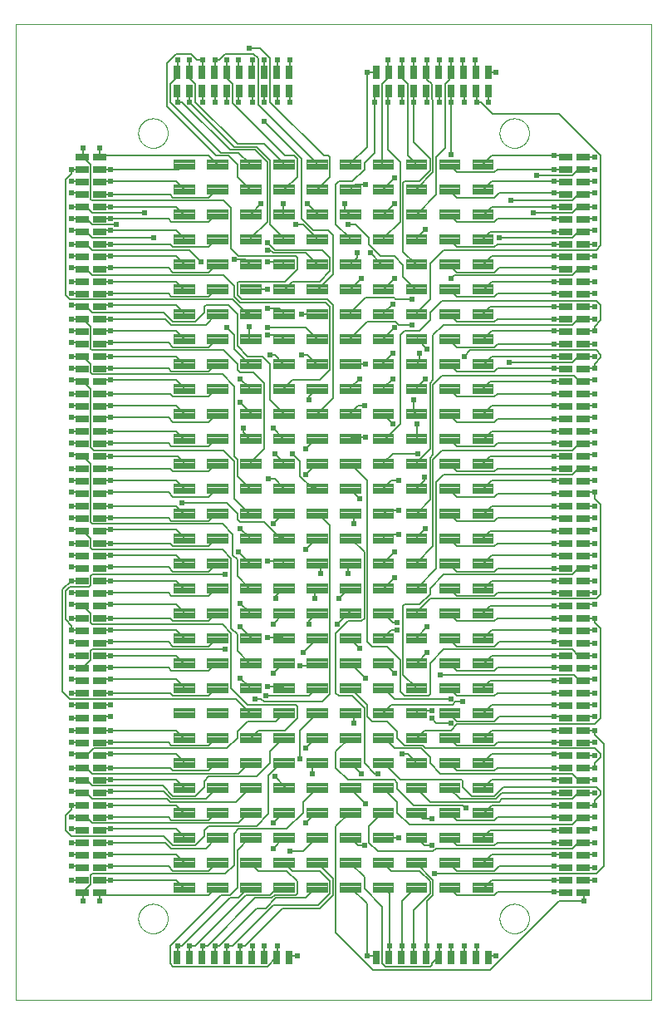
<source format=gtl>
G75*
%MOIN*%
%OFA0B0*%
%FSLAX25Y25*%
%IPPOS*%
%LPD*%
%AMOC8*
5,1,8,0,0,1.08239X$1,22.5*
%
%ADD10C,0.00000*%
%ADD11C,0.00378*%
%ADD12C,0.00225*%
%ADD13C,0.00600*%
%ADD14C,0.02400*%
D10*
X0001000Y0001000D02*
X0001000Y0392201D01*
X0255921Y0392201D01*
X0255921Y0001000D01*
X0001000Y0001000D01*
X0050094Y0033500D02*
X0050096Y0033653D01*
X0050102Y0033807D01*
X0050112Y0033960D01*
X0050126Y0034112D01*
X0050144Y0034265D01*
X0050166Y0034416D01*
X0050191Y0034567D01*
X0050221Y0034718D01*
X0050255Y0034868D01*
X0050292Y0035016D01*
X0050333Y0035164D01*
X0050378Y0035310D01*
X0050427Y0035456D01*
X0050480Y0035600D01*
X0050536Y0035742D01*
X0050596Y0035883D01*
X0050660Y0036023D01*
X0050727Y0036161D01*
X0050798Y0036297D01*
X0050873Y0036431D01*
X0050950Y0036563D01*
X0051032Y0036693D01*
X0051116Y0036821D01*
X0051204Y0036947D01*
X0051295Y0037070D01*
X0051389Y0037191D01*
X0051487Y0037309D01*
X0051587Y0037425D01*
X0051691Y0037538D01*
X0051797Y0037649D01*
X0051906Y0037757D01*
X0052018Y0037862D01*
X0052132Y0037963D01*
X0052250Y0038062D01*
X0052369Y0038158D01*
X0052491Y0038251D01*
X0052616Y0038340D01*
X0052743Y0038427D01*
X0052872Y0038509D01*
X0053003Y0038589D01*
X0053136Y0038665D01*
X0053271Y0038738D01*
X0053408Y0038807D01*
X0053547Y0038872D01*
X0053687Y0038934D01*
X0053829Y0038992D01*
X0053972Y0039047D01*
X0054117Y0039098D01*
X0054263Y0039145D01*
X0054410Y0039188D01*
X0054558Y0039227D01*
X0054707Y0039263D01*
X0054857Y0039294D01*
X0055008Y0039322D01*
X0055159Y0039346D01*
X0055312Y0039366D01*
X0055464Y0039382D01*
X0055617Y0039394D01*
X0055770Y0039402D01*
X0055923Y0039406D01*
X0056077Y0039406D01*
X0056230Y0039402D01*
X0056383Y0039394D01*
X0056536Y0039382D01*
X0056688Y0039366D01*
X0056841Y0039346D01*
X0056992Y0039322D01*
X0057143Y0039294D01*
X0057293Y0039263D01*
X0057442Y0039227D01*
X0057590Y0039188D01*
X0057737Y0039145D01*
X0057883Y0039098D01*
X0058028Y0039047D01*
X0058171Y0038992D01*
X0058313Y0038934D01*
X0058453Y0038872D01*
X0058592Y0038807D01*
X0058729Y0038738D01*
X0058864Y0038665D01*
X0058997Y0038589D01*
X0059128Y0038509D01*
X0059257Y0038427D01*
X0059384Y0038340D01*
X0059509Y0038251D01*
X0059631Y0038158D01*
X0059750Y0038062D01*
X0059868Y0037963D01*
X0059982Y0037862D01*
X0060094Y0037757D01*
X0060203Y0037649D01*
X0060309Y0037538D01*
X0060413Y0037425D01*
X0060513Y0037309D01*
X0060611Y0037191D01*
X0060705Y0037070D01*
X0060796Y0036947D01*
X0060884Y0036821D01*
X0060968Y0036693D01*
X0061050Y0036563D01*
X0061127Y0036431D01*
X0061202Y0036297D01*
X0061273Y0036161D01*
X0061340Y0036023D01*
X0061404Y0035883D01*
X0061464Y0035742D01*
X0061520Y0035600D01*
X0061573Y0035456D01*
X0061622Y0035310D01*
X0061667Y0035164D01*
X0061708Y0035016D01*
X0061745Y0034868D01*
X0061779Y0034718D01*
X0061809Y0034567D01*
X0061834Y0034416D01*
X0061856Y0034265D01*
X0061874Y0034112D01*
X0061888Y0033960D01*
X0061898Y0033807D01*
X0061904Y0033653D01*
X0061906Y0033500D01*
X0061904Y0033347D01*
X0061898Y0033193D01*
X0061888Y0033040D01*
X0061874Y0032888D01*
X0061856Y0032735D01*
X0061834Y0032584D01*
X0061809Y0032433D01*
X0061779Y0032282D01*
X0061745Y0032132D01*
X0061708Y0031984D01*
X0061667Y0031836D01*
X0061622Y0031690D01*
X0061573Y0031544D01*
X0061520Y0031400D01*
X0061464Y0031258D01*
X0061404Y0031117D01*
X0061340Y0030977D01*
X0061273Y0030839D01*
X0061202Y0030703D01*
X0061127Y0030569D01*
X0061050Y0030437D01*
X0060968Y0030307D01*
X0060884Y0030179D01*
X0060796Y0030053D01*
X0060705Y0029930D01*
X0060611Y0029809D01*
X0060513Y0029691D01*
X0060413Y0029575D01*
X0060309Y0029462D01*
X0060203Y0029351D01*
X0060094Y0029243D01*
X0059982Y0029138D01*
X0059868Y0029037D01*
X0059750Y0028938D01*
X0059631Y0028842D01*
X0059509Y0028749D01*
X0059384Y0028660D01*
X0059257Y0028573D01*
X0059128Y0028491D01*
X0058997Y0028411D01*
X0058864Y0028335D01*
X0058729Y0028262D01*
X0058592Y0028193D01*
X0058453Y0028128D01*
X0058313Y0028066D01*
X0058171Y0028008D01*
X0058028Y0027953D01*
X0057883Y0027902D01*
X0057737Y0027855D01*
X0057590Y0027812D01*
X0057442Y0027773D01*
X0057293Y0027737D01*
X0057143Y0027706D01*
X0056992Y0027678D01*
X0056841Y0027654D01*
X0056688Y0027634D01*
X0056536Y0027618D01*
X0056383Y0027606D01*
X0056230Y0027598D01*
X0056077Y0027594D01*
X0055923Y0027594D01*
X0055770Y0027598D01*
X0055617Y0027606D01*
X0055464Y0027618D01*
X0055312Y0027634D01*
X0055159Y0027654D01*
X0055008Y0027678D01*
X0054857Y0027706D01*
X0054707Y0027737D01*
X0054558Y0027773D01*
X0054410Y0027812D01*
X0054263Y0027855D01*
X0054117Y0027902D01*
X0053972Y0027953D01*
X0053829Y0028008D01*
X0053687Y0028066D01*
X0053547Y0028128D01*
X0053408Y0028193D01*
X0053271Y0028262D01*
X0053136Y0028335D01*
X0053003Y0028411D01*
X0052872Y0028491D01*
X0052743Y0028573D01*
X0052616Y0028660D01*
X0052491Y0028749D01*
X0052369Y0028842D01*
X0052250Y0028938D01*
X0052132Y0029037D01*
X0052018Y0029138D01*
X0051906Y0029243D01*
X0051797Y0029351D01*
X0051691Y0029462D01*
X0051587Y0029575D01*
X0051487Y0029691D01*
X0051389Y0029809D01*
X0051295Y0029930D01*
X0051204Y0030053D01*
X0051116Y0030179D01*
X0051032Y0030307D01*
X0050950Y0030437D01*
X0050873Y0030569D01*
X0050798Y0030703D01*
X0050727Y0030839D01*
X0050660Y0030977D01*
X0050596Y0031117D01*
X0050536Y0031258D01*
X0050480Y0031400D01*
X0050427Y0031544D01*
X0050378Y0031690D01*
X0050333Y0031836D01*
X0050292Y0031984D01*
X0050255Y0032132D01*
X0050221Y0032282D01*
X0050191Y0032433D01*
X0050166Y0032584D01*
X0050144Y0032735D01*
X0050126Y0032888D01*
X0050112Y0033040D01*
X0050102Y0033193D01*
X0050096Y0033347D01*
X0050094Y0033500D01*
X0195094Y0033500D02*
X0195096Y0033653D01*
X0195102Y0033807D01*
X0195112Y0033960D01*
X0195126Y0034112D01*
X0195144Y0034265D01*
X0195166Y0034416D01*
X0195191Y0034567D01*
X0195221Y0034718D01*
X0195255Y0034868D01*
X0195292Y0035016D01*
X0195333Y0035164D01*
X0195378Y0035310D01*
X0195427Y0035456D01*
X0195480Y0035600D01*
X0195536Y0035742D01*
X0195596Y0035883D01*
X0195660Y0036023D01*
X0195727Y0036161D01*
X0195798Y0036297D01*
X0195873Y0036431D01*
X0195950Y0036563D01*
X0196032Y0036693D01*
X0196116Y0036821D01*
X0196204Y0036947D01*
X0196295Y0037070D01*
X0196389Y0037191D01*
X0196487Y0037309D01*
X0196587Y0037425D01*
X0196691Y0037538D01*
X0196797Y0037649D01*
X0196906Y0037757D01*
X0197018Y0037862D01*
X0197132Y0037963D01*
X0197250Y0038062D01*
X0197369Y0038158D01*
X0197491Y0038251D01*
X0197616Y0038340D01*
X0197743Y0038427D01*
X0197872Y0038509D01*
X0198003Y0038589D01*
X0198136Y0038665D01*
X0198271Y0038738D01*
X0198408Y0038807D01*
X0198547Y0038872D01*
X0198687Y0038934D01*
X0198829Y0038992D01*
X0198972Y0039047D01*
X0199117Y0039098D01*
X0199263Y0039145D01*
X0199410Y0039188D01*
X0199558Y0039227D01*
X0199707Y0039263D01*
X0199857Y0039294D01*
X0200008Y0039322D01*
X0200159Y0039346D01*
X0200312Y0039366D01*
X0200464Y0039382D01*
X0200617Y0039394D01*
X0200770Y0039402D01*
X0200923Y0039406D01*
X0201077Y0039406D01*
X0201230Y0039402D01*
X0201383Y0039394D01*
X0201536Y0039382D01*
X0201688Y0039366D01*
X0201841Y0039346D01*
X0201992Y0039322D01*
X0202143Y0039294D01*
X0202293Y0039263D01*
X0202442Y0039227D01*
X0202590Y0039188D01*
X0202737Y0039145D01*
X0202883Y0039098D01*
X0203028Y0039047D01*
X0203171Y0038992D01*
X0203313Y0038934D01*
X0203453Y0038872D01*
X0203592Y0038807D01*
X0203729Y0038738D01*
X0203864Y0038665D01*
X0203997Y0038589D01*
X0204128Y0038509D01*
X0204257Y0038427D01*
X0204384Y0038340D01*
X0204509Y0038251D01*
X0204631Y0038158D01*
X0204750Y0038062D01*
X0204868Y0037963D01*
X0204982Y0037862D01*
X0205094Y0037757D01*
X0205203Y0037649D01*
X0205309Y0037538D01*
X0205413Y0037425D01*
X0205513Y0037309D01*
X0205611Y0037191D01*
X0205705Y0037070D01*
X0205796Y0036947D01*
X0205884Y0036821D01*
X0205968Y0036693D01*
X0206050Y0036563D01*
X0206127Y0036431D01*
X0206202Y0036297D01*
X0206273Y0036161D01*
X0206340Y0036023D01*
X0206404Y0035883D01*
X0206464Y0035742D01*
X0206520Y0035600D01*
X0206573Y0035456D01*
X0206622Y0035310D01*
X0206667Y0035164D01*
X0206708Y0035016D01*
X0206745Y0034868D01*
X0206779Y0034718D01*
X0206809Y0034567D01*
X0206834Y0034416D01*
X0206856Y0034265D01*
X0206874Y0034112D01*
X0206888Y0033960D01*
X0206898Y0033807D01*
X0206904Y0033653D01*
X0206906Y0033500D01*
X0206904Y0033347D01*
X0206898Y0033193D01*
X0206888Y0033040D01*
X0206874Y0032888D01*
X0206856Y0032735D01*
X0206834Y0032584D01*
X0206809Y0032433D01*
X0206779Y0032282D01*
X0206745Y0032132D01*
X0206708Y0031984D01*
X0206667Y0031836D01*
X0206622Y0031690D01*
X0206573Y0031544D01*
X0206520Y0031400D01*
X0206464Y0031258D01*
X0206404Y0031117D01*
X0206340Y0030977D01*
X0206273Y0030839D01*
X0206202Y0030703D01*
X0206127Y0030569D01*
X0206050Y0030437D01*
X0205968Y0030307D01*
X0205884Y0030179D01*
X0205796Y0030053D01*
X0205705Y0029930D01*
X0205611Y0029809D01*
X0205513Y0029691D01*
X0205413Y0029575D01*
X0205309Y0029462D01*
X0205203Y0029351D01*
X0205094Y0029243D01*
X0204982Y0029138D01*
X0204868Y0029037D01*
X0204750Y0028938D01*
X0204631Y0028842D01*
X0204509Y0028749D01*
X0204384Y0028660D01*
X0204257Y0028573D01*
X0204128Y0028491D01*
X0203997Y0028411D01*
X0203864Y0028335D01*
X0203729Y0028262D01*
X0203592Y0028193D01*
X0203453Y0028128D01*
X0203313Y0028066D01*
X0203171Y0028008D01*
X0203028Y0027953D01*
X0202883Y0027902D01*
X0202737Y0027855D01*
X0202590Y0027812D01*
X0202442Y0027773D01*
X0202293Y0027737D01*
X0202143Y0027706D01*
X0201992Y0027678D01*
X0201841Y0027654D01*
X0201688Y0027634D01*
X0201536Y0027618D01*
X0201383Y0027606D01*
X0201230Y0027598D01*
X0201077Y0027594D01*
X0200923Y0027594D01*
X0200770Y0027598D01*
X0200617Y0027606D01*
X0200464Y0027618D01*
X0200312Y0027634D01*
X0200159Y0027654D01*
X0200008Y0027678D01*
X0199857Y0027706D01*
X0199707Y0027737D01*
X0199558Y0027773D01*
X0199410Y0027812D01*
X0199263Y0027855D01*
X0199117Y0027902D01*
X0198972Y0027953D01*
X0198829Y0028008D01*
X0198687Y0028066D01*
X0198547Y0028128D01*
X0198408Y0028193D01*
X0198271Y0028262D01*
X0198136Y0028335D01*
X0198003Y0028411D01*
X0197872Y0028491D01*
X0197743Y0028573D01*
X0197616Y0028660D01*
X0197491Y0028749D01*
X0197369Y0028842D01*
X0197250Y0028938D01*
X0197132Y0029037D01*
X0197018Y0029138D01*
X0196906Y0029243D01*
X0196797Y0029351D01*
X0196691Y0029462D01*
X0196587Y0029575D01*
X0196487Y0029691D01*
X0196389Y0029809D01*
X0196295Y0029930D01*
X0196204Y0030053D01*
X0196116Y0030179D01*
X0196032Y0030307D01*
X0195950Y0030437D01*
X0195873Y0030569D01*
X0195798Y0030703D01*
X0195727Y0030839D01*
X0195660Y0030977D01*
X0195596Y0031117D01*
X0195536Y0031258D01*
X0195480Y0031400D01*
X0195427Y0031544D01*
X0195378Y0031690D01*
X0195333Y0031836D01*
X0195292Y0031984D01*
X0195255Y0032132D01*
X0195221Y0032282D01*
X0195191Y0032433D01*
X0195166Y0032584D01*
X0195144Y0032735D01*
X0195126Y0032888D01*
X0195112Y0033040D01*
X0195102Y0033193D01*
X0195096Y0033347D01*
X0195094Y0033500D01*
X0195094Y0348500D02*
X0195096Y0348653D01*
X0195102Y0348807D01*
X0195112Y0348960D01*
X0195126Y0349112D01*
X0195144Y0349265D01*
X0195166Y0349416D01*
X0195191Y0349567D01*
X0195221Y0349718D01*
X0195255Y0349868D01*
X0195292Y0350016D01*
X0195333Y0350164D01*
X0195378Y0350310D01*
X0195427Y0350456D01*
X0195480Y0350600D01*
X0195536Y0350742D01*
X0195596Y0350883D01*
X0195660Y0351023D01*
X0195727Y0351161D01*
X0195798Y0351297D01*
X0195873Y0351431D01*
X0195950Y0351563D01*
X0196032Y0351693D01*
X0196116Y0351821D01*
X0196204Y0351947D01*
X0196295Y0352070D01*
X0196389Y0352191D01*
X0196487Y0352309D01*
X0196587Y0352425D01*
X0196691Y0352538D01*
X0196797Y0352649D01*
X0196906Y0352757D01*
X0197018Y0352862D01*
X0197132Y0352963D01*
X0197250Y0353062D01*
X0197369Y0353158D01*
X0197491Y0353251D01*
X0197616Y0353340D01*
X0197743Y0353427D01*
X0197872Y0353509D01*
X0198003Y0353589D01*
X0198136Y0353665D01*
X0198271Y0353738D01*
X0198408Y0353807D01*
X0198547Y0353872D01*
X0198687Y0353934D01*
X0198829Y0353992D01*
X0198972Y0354047D01*
X0199117Y0354098D01*
X0199263Y0354145D01*
X0199410Y0354188D01*
X0199558Y0354227D01*
X0199707Y0354263D01*
X0199857Y0354294D01*
X0200008Y0354322D01*
X0200159Y0354346D01*
X0200312Y0354366D01*
X0200464Y0354382D01*
X0200617Y0354394D01*
X0200770Y0354402D01*
X0200923Y0354406D01*
X0201077Y0354406D01*
X0201230Y0354402D01*
X0201383Y0354394D01*
X0201536Y0354382D01*
X0201688Y0354366D01*
X0201841Y0354346D01*
X0201992Y0354322D01*
X0202143Y0354294D01*
X0202293Y0354263D01*
X0202442Y0354227D01*
X0202590Y0354188D01*
X0202737Y0354145D01*
X0202883Y0354098D01*
X0203028Y0354047D01*
X0203171Y0353992D01*
X0203313Y0353934D01*
X0203453Y0353872D01*
X0203592Y0353807D01*
X0203729Y0353738D01*
X0203864Y0353665D01*
X0203997Y0353589D01*
X0204128Y0353509D01*
X0204257Y0353427D01*
X0204384Y0353340D01*
X0204509Y0353251D01*
X0204631Y0353158D01*
X0204750Y0353062D01*
X0204868Y0352963D01*
X0204982Y0352862D01*
X0205094Y0352757D01*
X0205203Y0352649D01*
X0205309Y0352538D01*
X0205413Y0352425D01*
X0205513Y0352309D01*
X0205611Y0352191D01*
X0205705Y0352070D01*
X0205796Y0351947D01*
X0205884Y0351821D01*
X0205968Y0351693D01*
X0206050Y0351563D01*
X0206127Y0351431D01*
X0206202Y0351297D01*
X0206273Y0351161D01*
X0206340Y0351023D01*
X0206404Y0350883D01*
X0206464Y0350742D01*
X0206520Y0350600D01*
X0206573Y0350456D01*
X0206622Y0350310D01*
X0206667Y0350164D01*
X0206708Y0350016D01*
X0206745Y0349868D01*
X0206779Y0349718D01*
X0206809Y0349567D01*
X0206834Y0349416D01*
X0206856Y0349265D01*
X0206874Y0349112D01*
X0206888Y0348960D01*
X0206898Y0348807D01*
X0206904Y0348653D01*
X0206906Y0348500D01*
X0206904Y0348347D01*
X0206898Y0348193D01*
X0206888Y0348040D01*
X0206874Y0347888D01*
X0206856Y0347735D01*
X0206834Y0347584D01*
X0206809Y0347433D01*
X0206779Y0347282D01*
X0206745Y0347132D01*
X0206708Y0346984D01*
X0206667Y0346836D01*
X0206622Y0346690D01*
X0206573Y0346544D01*
X0206520Y0346400D01*
X0206464Y0346258D01*
X0206404Y0346117D01*
X0206340Y0345977D01*
X0206273Y0345839D01*
X0206202Y0345703D01*
X0206127Y0345569D01*
X0206050Y0345437D01*
X0205968Y0345307D01*
X0205884Y0345179D01*
X0205796Y0345053D01*
X0205705Y0344930D01*
X0205611Y0344809D01*
X0205513Y0344691D01*
X0205413Y0344575D01*
X0205309Y0344462D01*
X0205203Y0344351D01*
X0205094Y0344243D01*
X0204982Y0344138D01*
X0204868Y0344037D01*
X0204750Y0343938D01*
X0204631Y0343842D01*
X0204509Y0343749D01*
X0204384Y0343660D01*
X0204257Y0343573D01*
X0204128Y0343491D01*
X0203997Y0343411D01*
X0203864Y0343335D01*
X0203729Y0343262D01*
X0203592Y0343193D01*
X0203453Y0343128D01*
X0203313Y0343066D01*
X0203171Y0343008D01*
X0203028Y0342953D01*
X0202883Y0342902D01*
X0202737Y0342855D01*
X0202590Y0342812D01*
X0202442Y0342773D01*
X0202293Y0342737D01*
X0202143Y0342706D01*
X0201992Y0342678D01*
X0201841Y0342654D01*
X0201688Y0342634D01*
X0201536Y0342618D01*
X0201383Y0342606D01*
X0201230Y0342598D01*
X0201077Y0342594D01*
X0200923Y0342594D01*
X0200770Y0342598D01*
X0200617Y0342606D01*
X0200464Y0342618D01*
X0200312Y0342634D01*
X0200159Y0342654D01*
X0200008Y0342678D01*
X0199857Y0342706D01*
X0199707Y0342737D01*
X0199558Y0342773D01*
X0199410Y0342812D01*
X0199263Y0342855D01*
X0199117Y0342902D01*
X0198972Y0342953D01*
X0198829Y0343008D01*
X0198687Y0343066D01*
X0198547Y0343128D01*
X0198408Y0343193D01*
X0198271Y0343262D01*
X0198136Y0343335D01*
X0198003Y0343411D01*
X0197872Y0343491D01*
X0197743Y0343573D01*
X0197616Y0343660D01*
X0197491Y0343749D01*
X0197369Y0343842D01*
X0197250Y0343938D01*
X0197132Y0344037D01*
X0197018Y0344138D01*
X0196906Y0344243D01*
X0196797Y0344351D01*
X0196691Y0344462D01*
X0196587Y0344575D01*
X0196487Y0344691D01*
X0196389Y0344809D01*
X0196295Y0344930D01*
X0196204Y0345053D01*
X0196116Y0345179D01*
X0196032Y0345307D01*
X0195950Y0345437D01*
X0195873Y0345569D01*
X0195798Y0345703D01*
X0195727Y0345839D01*
X0195660Y0345977D01*
X0195596Y0346117D01*
X0195536Y0346258D01*
X0195480Y0346400D01*
X0195427Y0346544D01*
X0195378Y0346690D01*
X0195333Y0346836D01*
X0195292Y0346984D01*
X0195255Y0347132D01*
X0195221Y0347282D01*
X0195191Y0347433D01*
X0195166Y0347584D01*
X0195144Y0347735D01*
X0195126Y0347888D01*
X0195112Y0348040D01*
X0195102Y0348193D01*
X0195096Y0348347D01*
X0195094Y0348500D01*
X0050094Y0348500D02*
X0050096Y0348653D01*
X0050102Y0348807D01*
X0050112Y0348960D01*
X0050126Y0349112D01*
X0050144Y0349265D01*
X0050166Y0349416D01*
X0050191Y0349567D01*
X0050221Y0349718D01*
X0050255Y0349868D01*
X0050292Y0350016D01*
X0050333Y0350164D01*
X0050378Y0350310D01*
X0050427Y0350456D01*
X0050480Y0350600D01*
X0050536Y0350742D01*
X0050596Y0350883D01*
X0050660Y0351023D01*
X0050727Y0351161D01*
X0050798Y0351297D01*
X0050873Y0351431D01*
X0050950Y0351563D01*
X0051032Y0351693D01*
X0051116Y0351821D01*
X0051204Y0351947D01*
X0051295Y0352070D01*
X0051389Y0352191D01*
X0051487Y0352309D01*
X0051587Y0352425D01*
X0051691Y0352538D01*
X0051797Y0352649D01*
X0051906Y0352757D01*
X0052018Y0352862D01*
X0052132Y0352963D01*
X0052250Y0353062D01*
X0052369Y0353158D01*
X0052491Y0353251D01*
X0052616Y0353340D01*
X0052743Y0353427D01*
X0052872Y0353509D01*
X0053003Y0353589D01*
X0053136Y0353665D01*
X0053271Y0353738D01*
X0053408Y0353807D01*
X0053547Y0353872D01*
X0053687Y0353934D01*
X0053829Y0353992D01*
X0053972Y0354047D01*
X0054117Y0354098D01*
X0054263Y0354145D01*
X0054410Y0354188D01*
X0054558Y0354227D01*
X0054707Y0354263D01*
X0054857Y0354294D01*
X0055008Y0354322D01*
X0055159Y0354346D01*
X0055312Y0354366D01*
X0055464Y0354382D01*
X0055617Y0354394D01*
X0055770Y0354402D01*
X0055923Y0354406D01*
X0056077Y0354406D01*
X0056230Y0354402D01*
X0056383Y0354394D01*
X0056536Y0354382D01*
X0056688Y0354366D01*
X0056841Y0354346D01*
X0056992Y0354322D01*
X0057143Y0354294D01*
X0057293Y0354263D01*
X0057442Y0354227D01*
X0057590Y0354188D01*
X0057737Y0354145D01*
X0057883Y0354098D01*
X0058028Y0354047D01*
X0058171Y0353992D01*
X0058313Y0353934D01*
X0058453Y0353872D01*
X0058592Y0353807D01*
X0058729Y0353738D01*
X0058864Y0353665D01*
X0058997Y0353589D01*
X0059128Y0353509D01*
X0059257Y0353427D01*
X0059384Y0353340D01*
X0059509Y0353251D01*
X0059631Y0353158D01*
X0059750Y0353062D01*
X0059868Y0352963D01*
X0059982Y0352862D01*
X0060094Y0352757D01*
X0060203Y0352649D01*
X0060309Y0352538D01*
X0060413Y0352425D01*
X0060513Y0352309D01*
X0060611Y0352191D01*
X0060705Y0352070D01*
X0060796Y0351947D01*
X0060884Y0351821D01*
X0060968Y0351693D01*
X0061050Y0351563D01*
X0061127Y0351431D01*
X0061202Y0351297D01*
X0061273Y0351161D01*
X0061340Y0351023D01*
X0061404Y0350883D01*
X0061464Y0350742D01*
X0061520Y0350600D01*
X0061573Y0350456D01*
X0061622Y0350310D01*
X0061667Y0350164D01*
X0061708Y0350016D01*
X0061745Y0349868D01*
X0061779Y0349718D01*
X0061809Y0349567D01*
X0061834Y0349416D01*
X0061856Y0349265D01*
X0061874Y0349112D01*
X0061888Y0348960D01*
X0061898Y0348807D01*
X0061904Y0348653D01*
X0061906Y0348500D01*
X0061904Y0348347D01*
X0061898Y0348193D01*
X0061888Y0348040D01*
X0061874Y0347888D01*
X0061856Y0347735D01*
X0061834Y0347584D01*
X0061809Y0347433D01*
X0061779Y0347282D01*
X0061745Y0347132D01*
X0061708Y0346984D01*
X0061667Y0346836D01*
X0061622Y0346690D01*
X0061573Y0346544D01*
X0061520Y0346400D01*
X0061464Y0346258D01*
X0061404Y0346117D01*
X0061340Y0345977D01*
X0061273Y0345839D01*
X0061202Y0345703D01*
X0061127Y0345569D01*
X0061050Y0345437D01*
X0060968Y0345307D01*
X0060884Y0345179D01*
X0060796Y0345053D01*
X0060705Y0344930D01*
X0060611Y0344809D01*
X0060513Y0344691D01*
X0060413Y0344575D01*
X0060309Y0344462D01*
X0060203Y0344351D01*
X0060094Y0344243D01*
X0059982Y0344138D01*
X0059868Y0344037D01*
X0059750Y0343938D01*
X0059631Y0343842D01*
X0059509Y0343749D01*
X0059384Y0343660D01*
X0059257Y0343573D01*
X0059128Y0343491D01*
X0058997Y0343411D01*
X0058864Y0343335D01*
X0058729Y0343262D01*
X0058592Y0343193D01*
X0058453Y0343128D01*
X0058313Y0343066D01*
X0058171Y0343008D01*
X0058028Y0342953D01*
X0057883Y0342902D01*
X0057737Y0342855D01*
X0057590Y0342812D01*
X0057442Y0342773D01*
X0057293Y0342737D01*
X0057143Y0342706D01*
X0056992Y0342678D01*
X0056841Y0342654D01*
X0056688Y0342634D01*
X0056536Y0342618D01*
X0056383Y0342606D01*
X0056230Y0342598D01*
X0056077Y0342594D01*
X0055923Y0342594D01*
X0055770Y0342598D01*
X0055617Y0342606D01*
X0055464Y0342618D01*
X0055312Y0342634D01*
X0055159Y0342654D01*
X0055008Y0342678D01*
X0054857Y0342706D01*
X0054707Y0342737D01*
X0054558Y0342773D01*
X0054410Y0342812D01*
X0054263Y0342855D01*
X0054117Y0342902D01*
X0053972Y0342953D01*
X0053829Y0343008D01*
X0053687Y0343066D01*
X0053547Y0343128D01*
X0053408Y0343193D01*
X0053271Y0343262D01*
X0053136Y0343335D01*
X0053003Y0343411D01*
X0052872Y0343491D01*
X0052743Y0343573D01*
X0052616Y0343660D01*
X0052491Y0343749D01*
X0052369Y0343842D01*
X0052250Y0343938D01*
X0052132Y0344037D01*
X0052018Y0344138D01*
X0051906Y0344243D01*
X0051797Y0344351D01*
X0051691Y0344462D01*
X0051587Y0344575D01*
X0051487Y0344691D01*
X0051389Y0344809D01*
X0051295Y0344930D01*
X0051204Y0345053D01*
X0051116Y0345179D01*
X0051032Y0345307D01*
X0050950Y0345437D01*
X0050873Y0345569D01*
X0050798Y0345703D01*
X0050727Y0345839D01*
X0050660Y0345977D01*
X0050596Y0346117D01*
X0050536Y0346258D01*
X0050480Y0346400D01*
X0050427Y0346544D01*
X0050378Y0346690D01*
X0050333Y0346836D01*
X0050292Y0346984D01*
X0050255Y0347132D01*
X0050221Y0347282D01*
X0050191Y0347433D01*
X0050166Y0347584D01*
X0050144Y0347735D01*
X0050126Y0347888D01*
X0050112Y0348040D01*
X0050102Y0348193D01*
X0050096Y0348347D01*
X0050094Y0348500D01*
D11*
X0064389Y0334089D02*
X0072611Y0334089D01*
X0064389Y0334089D02*
X0064389Y0337911D01*
X0072611Y0337911D01*
X0072611Y0334089D01*
X0072611Y0334466D02*
X0064389Y0334466D01*
X0064389Y0334843D02*
X0072611Y0334843D01*
X0072611Y0335220D02*
X0064389Y0335220D01*
X0064389Y0335597D02*
X0072611Y0335597D01*
X0072611Y0335974D02*
X0064389Y0335974D01*
X0064389Y0336351D02*
X0072611Y0336351D01*
X0072611Y0336728D02*
X0064389Y0336728D01*
X0064389Y0337105D02*
X0072611Y0337105D01*
X0072611Y0337482D02*
X0064389Y0337482D01*
X0064389Y0337859D02*
X0072611Y0337859D01*
X0077696Y0334089D02*
X0085918Y0334089D01*
X0077696Y0334089D02*
X0077696Y0337911D01*
X0085918Y0337911D01*
X0085918Y0334089D01*
X0085918Y0334466D02*
X0077696Y0334466D01*
X0077696Y0334843D02*
X0085918Y0334843D01*
X0085918Y0335220D02*
X0077696Y0335220D01*
X0077696Y0335597D02*
X0085918Y0335597D01*
X0085918Y0335974D02*
X0077696Y0335974D01*
X0077696Y0336351D02*
X0085918Y0336351D01*
X0085918Y0336728D02*
X0077696Y0336728D01*
X0077696Y0337105D02*
X0085918Y0337105D01*
X0085918Y0337482D02*
X0077696Y0337482D01*
X0077696Y0337859D02*
X0085918Y0337859D01*
X0085918Y0324089D02*
X0077696Y0324089D01*
X0077696Y0327911D01*
X0085918Y0327911D01*
X0085918Y0324089D01*
X0085918Y0324466D02*
X0077696Y0324466D01*
X0077696Y0324843D02*
X0085918Y0324843D01*
X0085918Y0325220D02*
X0077696Y0325220D01*
X0077696Y0325597D02*
X0085918Y0325597D01*
X0085918Y0325974D02*
X0077696Y0325974D01*
X0077696Y0326351D02*
X0085918Y0326351D01*
X0085918Y0326728D02*
X0077696Y0326728D01*
X0077696Y0327105D02*
X0085918Y0327105D01*
X0085918Y0327482D02*
X0077696Y0327482D01*
X0077696Y0327859D02*
X0085918Y0327859D01*
X0085918Y0314089D02*
X0077696Y0314089D01*
X0077696Y0317911D01*
X0085918Y0317911D01*
X0085918Y0314089D01*
X0085918Y0314466D02*
X0077696Y0314466D01*
X0077696Y0314843D02*
X0085918Y0314843D01*
X0085918Y0315220D02*
X0077696Y0315220D01*
X0077696Y0315597D02*
X0085918Y0315597D01*
X0085918Y0315974D02*
X0077696Y0315974D01*
X0077696Y0316351D02*
X0085918Y0316351D01*
X0085918Y0316728D02*
X0077696Y0316728D01*
X0077696Y0317105D02*
X0085918Y0317105D01*
X0085918Y0317482D02*
X0077696Y0317482D01*
X0077696Y0317859D02*
X0085918Y0317859D01*
X0085918Y0304089D02*
X0077696Y0304089D01*
X0077696Y0307911D01*
X0085918Y0307911D01*
X0085918Y0304089D01*
X0085918Y0304466D02*
X0077696Y0304466D01*
X0077696Y0304843D02*
X0085918Y0304843D01*
X0085918Y0305220D02*
X0077696Y0305220D01*
X0077696Y0305597D02*
X0085918Y0305597D01*
X0085918Y0305974D02*
X0077696Y0305974D01*
X0077696Y0306351D02*
X0085918Y0306351D01*
X0085918Y0306728D02*
X0077696Y0306728D01*
X0077696Y0307105D02*
X0085918Y0307105D01*
X0085918Y0307482D02*
X0077696Y0307482D01*
X0077696Y0307859D02*
X0085918Y0307859D01*
X0085918Y0294089D02*
X0077696Y0294089D01*
X0077696Y0297911D01*
X0085918Y0297911D01*
X0085918Y0294089D01*
X0085918Y0294466D02*
X0077696Y0294466D01*
X0077696Y0294843D02*
X0085918Y0294843D01*
X0085918Y0295220D02*
X0077696Y0295220D01*
X0077696Y0295597D02*
X0085918Y0295597D01*
X0085918Y0295974D02*
X0077696Y0295974D01*
X0077696Y0296351D02*
X0085918Y0296351D01*
X0085918Y0296728D02*
X0077696Y0296728D01*
X0077696Y0297105D02*
X0085918Y0297105D01*
X0085918Y0297482D02*
X0077696Y0297482D01*
X0077696Y0297859D02*
X0085918Y0297859D01*
X0085918Y0284089D02*
X0077696Y0284089D01*
X0077696Y0287911D01*
X0085918Y0287911D01*
X0085918Y0284089D01*
X0085918Y0284466D02*
X0077696Y0284466D01*
X0077696Y0284843D02*
X0085918Y0284843D01*
X0085918Y0285220D02*
X0077696Y0285220D01*
X0077696Y0285597D02*
X0085918Y0285597D01*
X0085918Y0285974D02*
X0077696Y0285974D01*
X0077696Y0286351D02*
X0085918Y0286351D01*
X0085918Y0286728D02*
X0077696Y0286728D01*
X0077696Y0287105D02*
X0085918Y0287105D01*
X0085918Y0287482D02*
X0077696Y0287482D01*
X0077696Y0287859D02*
X0085918Y0287859D01*
X0085918Y0274089D02*
X0077696Y0274089D01*
X0077696Y0277911D01*
X0085918Y0277911D01*
X0085918Y0274089D01*
X0085918Y0274466D02*
X0077696Y0274466D01*
X0077696Y0274843D02*
X0085918Y0274843D01*
X0085918Y0275220D02*
X0077696Y0275220D01*
X0077696Y0275597D02*
X0085918Y0275597D01*
X0085918Y0275974D02*
X0077696Y0275974D01*
X0077696Y0276351D02*
X0085918Y0276351D01*
X0085918Y0276728D02*
X0077696Y0276728D01*
X0077696Y0277105D02*
X0085918Y0277105D01*
X0085918Y0277482D02*
X0077696Y0277482D01*
X0077696Y0277859D02*
X0085918Y0277859D01*
X0085918Y0264089D02*
X0077696Y0264089D01*
X0077696Y0267911D01*
X0085918Y0267911D01*
X0085918Y0264089D01*
X0085918Y0264466D02*
X0077696Y0264466D01*
X0077696Y0264843D02*
X0085918Y0264843D01*
X0085918Y0265220D02*
X0077696Y0265220D01*
X0077696Y0265597D02*
X0085918Y0265597D01*
X0085918Y0265974D02*
X0077696Y0265974D01*
X0077696Y0266351D02*
X0085918Y0266351D01*
X0085918Y0266728D02*
X0077696Y0266728D01*
X0077696Y0267105D02*
X0085918Y0267105D01*
X0085918Y0267482D02*
X0077696Y0267482D01*
X0077696Y0267859D02*
X0085918Y0267859D01*
X0085918Y0254089D02*
X0077696Y0254089D01*
X0077696Y0257911D01*
X0085918Y0257911D01*
X0085918Y0254089D01*
X0085918Y0254466D02*
X0077696Y0254466D01*
X0077696Y0254843D02*
X0085918Y0254843D01*
X0085918Y0255220D02*
X0077696Y0255220D01*
X0077696Y0255597D02*
X0085918Y0255597D01*
X0085918Y0255974D02*
X0077696Y0255974D01*
X0077696Y0256351D02*
X0085918Y0256351D01*
X0085918Y0256728D02*
X0077696Y0256728D01*
X0077696Y0257105D02*
X0085918Y0257105D01*
X0085918Y0257482D02*
X0077696Y0257482D01*
X0077696Y0257859D02*
X0085918Y0257859D01*
X0085918Y0244089D02*
X0077696Y0244089D01*
X0077696Y0247911D01*
X0085918Y0247911D01*
X0085918Y0244089D01*
X0085918Y0244466D02*
X0077696Y0244466D01*
X0077696Y0244843D02*
X0085918Y0244843D01*
X0085918Y0245220D02*
X0077696Y0245220D01*
X0077696Y0245597D02*
X0085918Y0245597D01*
X0085918Y0245974D02*
X0077696Y0245974D01*
X0077696Y0246351D02*
X0085918Y0246351D01*
X0085918Y0246728D02*
X0077696Y0246728D01*
X0077696Y0247105D02*
X0085918Y0247105D01*
X0085918Y0247482D02*
X0077696Y0247482D01*
X0077696Y0247859D02*
X0085918Y0247859D01*
X0085918Y0234089D02*
X0077696Y0234089D01*
X0077696Y0237911D01*
X0085918Y0237911D01*
X0085918Y0234089D01*
X0085918Y0234466D02*
X0077696Y0234466D01*
X0077696Y0234843D02*
X0085918Y0234843D01*
X0085918Y0235220D02*
X0077696Y0235220D01*
X0077696Y0235597D02*
X0085918Y0235597D01*
X0085918Y0235974D02*
X0077696Y0235974D01*
X0077696Y0236351D02*
X0085918Y0236351D01*
X0085918Y0236728D02*
X0077696Y0236728D01*
X0077696Y0237105D02*
X0085918Y0237105D01*
X0085918Y0237482D02*
X0077696Y0237482D01*
X0077696Y0237859D02*
X0085918Y0237859D01*
X0085918Y0224089D02*
X0077696Y0224089D01*
X0077696Y0227911D01*
X0085918Y0227911D01*
X0085918Y0224089D01*
X0085918Y0224466D02*
X0077696Y0224466D01*
X0077696Y0224843D02*
X0085918Y0224843D01*
X0085918Y0225220D02*
X0077696Y0225220D01*
X0077696Y0225597D02*
X0085918Y0225597D01*
X0085918Y0225974D02*
X0077696Y0225974D01*
X0077696Y0226351D02*
X0085918Y0226351D01*
X0085918Y0226728D02*
X0077696Y0226728D01*
X0077696Y0227105D02*
X0085918Y0227105D01*
X0085918Y0227482D02*
X0077696Y0227482D01*
X0077696Y0227859D02*
X0085918Y0227859D01*
X0085918Y0214089D02*
X0077696Y0214089D01*
X0077696Y0217911D01*
X0085918Y0217911D01*
X0085918Y0214089D01*
X0085918Y0214466D02*
X0077696Y0214466D01*
X0077696Y0214843D02*
X0085918Y0214843D01*
X0085918Y0215220D02*
X0077696Y0215220D01*
X0077696Y0215597D02*
X0085918Y0215597D01*
X0085918Y0215974D02*
X0077696Y0215974D01*
X0077696Y0216351D02*
X0085918Y0216351D01*
X0085918Y0216728D02*
X0077696Y0216728D01*
X0077696Y0217105D02*
X0085918Y0217105D01*
X0085918Y0217482D02*
X0077696Y0217482D01*
X0077696Y0217859D02*
X0085918Y0217859D01*
X0085918Y0204089D02*
X0077696Y0204089D01*
X0077696Y0207911D01*
X0085918Y0207911D01*
X0085918Y0204089D01*
X0085918Y0204466D02*
X0077696Y0204466D01*
X0077696Y0204843D02*
X0085918Y0204843D01*
X0085918Y0205220D02*
X0077696Y0205220D01*
X0077696Y0205597D02*
X0085918Y0205597D01*
X0085918Y0205974D02*
X0077696Y0205974D01*
X0077696Y0206351D02*
X0085918Y0206351D01*
X0085918Y0206728D02*
X0077696Y0206728D01*
X0077696Y0207105D02*
X0085918Y0207105D01*
X0085918Y0207482D02*
X0077696Y0207482D01*
X0077696Y0207859D02*
X0085918Y0207859D01*
X0085918Y0194089D02*
X0077696Y0194089D01*
X0077696Y0197911D01*
X0085918Y0197911D01*
X0085918Y0194089D01*
X0085918Y0194466D02*
X0077696Y0194466D01*
X0077696Y0194843D02*
X0085918Y0194843D01*
X0085918Y0195220D02*
X0077696Y0195220D01*
X0077696Y0195597D02*
X0085918Y0195597D01*
X0085918Y0195974D02*
X0077696Y0195974D01*
X0077696Y0196351D02*
X0085918Y0196351D01*
X0085918Y0196728D02*
X0077696Y0196728D01*
X0077696Y0197105D02*
X0085918Y0197105D01*
X0085918Y0197482D02*
X0077696Y0197482D01*
X0077696Y0197859D02*
X0085918Y0197859D01*
X0085918Y0184089D02*
X0077696Y0184089D01*
X0077696Y0187911D01*
X0085918Y0187911D01*
X0085918Y0184089D01*
X0085918Y0184466D02*
X0077696Y0184466D01*
X0077696Y0184843D02*
X0085918Y0184843D01*
X0085918Y0185220D02*
X0077696Y0185220D01*
X0077696Y0185597D02*
X0085918Y0185597D01*
X0085918Y0185974D02*
X0077696Y0185974D01*
X0077696Y0186351D02*
X0085918Y0186351D01*
X0085918Y0186728D02*
X0077696Y0186728D01*
X0077696Y0187105D02*
X0085918Y0187105D01*
X0085918Y0187482D02*
X0077696Y0187482D01*
X0077696Y0187859D02*
X0085918Y0187859D01*
X0085918Y0174089D02*
X0077696Y0174089D01*
X0077696Y0177911D01*
X0085918Y0177911D01*
X0085918Y0174089D01*
X0085918Y0174466D02*
X0077696Y0174466D01*
X0077696Y0174843D02*
X0085918Y0174843D01*
X0085918Y0175220D02*
X0077696Y0175220D01*
X0077696Y0175597D02*
X0085918Y0175597D01*
X0085918Y0175974D02*
X0077696Y0175974D01*
X0077696Y0176351D02*
X0085918Y0176351D01*
X0085918Y0176728D02*
X0077696Y0176728D01*
X0077696Y0177105D02*
X0085918Y0177105D01*
X0085918Y0177482D02*
X0077696Y0177482D01*
X0077696Y0177859D02*
X0085918Y0177859D01*
X0085918Y0164089D02*
X0077696Y0164089D01*
X0077696Y0167911D01*
X0085918Y0167911D01*
X0085918Y0164089D01*
X0085918Y0164466D02*
X0077696Y0164466D01*
X0077696Y0164843D02*
X0085918Y0164843D01*
X0085918Y0165220D02*
X0077696Y0165220D01*
X0077696Y0165597D02*
X0085918Y0165597D01*
X0085918Y0165974D02*
X0077696Y0165974D01*
X0077696Y0166351D02*
X0085918Y0166351D01*
X0085918Y0166728D02*
X0077696Y0166728D01*
X0077696Y0167105D02*
X0085918Y0167105D01*
X0085918Y0167482D02*
X0077696Y0167482D01*
X0077696Y0167859D02*
X0085918Y0167859D01*
X0085918Y0154089D02*
X0077696Y0154089D01*
X0077696Y0157911D01*
X0085918Y0157911D01*
X0085918Y0154089D01*
X0085918Y0154466D02*
X0077696Y0154466D01*
X0077696Y0154843D02*
X0085918Y0154843D01*
X0085918Y0155220D02*
X0077696Y0155220D01*
X0077696Y0155597D02*
X0085918Y0155597D01*
X0085918Y0155974D02*
X0077696Y0155974D01*
X0077696Y0156351D02*
X0085918Y0156351D01*
X0085918Y0156728D02*
X0077696Y0156728D01*
X0077696Y0157105D02*
X0085918Y0157105D01*
X0085918Y0157482D02*
X0077696Y0157482D01*
X0077696Y0157859D02*
X0085918Y0157859D01*
X0085918Y0144089D02*
X0077696Y0144089D01*
X0077696Y0147911D01*
X0085918Y0147911D01*
X0085918Y0144089D01*
X0085918Y0144466D02*
X0077696Y0144466D01*
X0077696Y0144843D02*
X0085918Y0144843D01*
X0085918Y0145220D02*
X0077696Y0145220D01*
X0077696Y0145597D02*
X0085918Y0145597D01*
X0085918Y0145974D02*
X0077696Y0145974D01*
X0077696Y0146351D02*
X0085918Y0146351D01*
X0085918Y0146728D02*
X0077696Y0146728D01*
X0077696Y0147105D02*
X0085918Y0147105D01*
X0085918Y0147482D02*
X0077696Y0147482D01*
X0077696Y0147859D02*
X0085918Y0147859D01*
X0085918Y0134089D02*
X0077696Y0134089D01*
X0077696Y0137911D01*
X0085918Y0137911D01*
X0085918Y0134089D01*
X0085918Y0134466D02*
X0077696Y0134466D01*
X0077696Y0134843D02*
X0085918Y0134843D01*
X0085918Y0135220D02*
X0077696Y0135220D01*
X0077696Y0135597D02*
X0085918Y0135597D01*
X0085918Y0135974D02*
X0077696Y0135974D01*
X0077696Y0136351D02*
X0085918Y0136351D01*
X0085918Y0136728D02*
X0077696Y0136728D01*
X0077696Y0137105D02*
X0085918Y0137105D01*
X0085918Y0137482D02*
X0077696Y0137482D01*
X0077696Y0137859D02*
X0085918Y0137859D01*
X0085918Y0124089D02*
X0077696Y0124089D01*
X0077696Y0127911D01*
X0085918Y0127911D01*
X0085918Y0124089D01*
X0085918Y0124466D02*
X0077696Y0124466D01*
X0077696Y0124843D02*
X0085918Y0124843D01*
X0085918Y0125220D02*
X0077696Y0125220D01*
X0077696Y0125597D02*
X0085918Y0125597D01*
X0085918Y0125974D02*
X0077696Y0125974D01*
X0077696Y0126351D02*
X0085918Y0126351D01*
X0085918Y0126728D02*
X0077696Y0126728D01*
X0077696Y0127105D02*
X0085918Y0127105D01*
X0085918Y0127482D02*
X0077696Y0127482D01*
X0077696Y0127859D02*
X0085918Y0127859D01*
X0085918Y0114089D02*
X0077696Y0114089D01*
X0077696Y0117911D01*
X0085918Y0117911D01*
X0085918Y0114089D01*
X0085918Y0114466D02*
X0077696Y0114466D01*
X0077696Y0114843D02*
X0085918Y0114843D01*
X0085918Y0115220D02*
X0077696Y0115220D01*
X0077696Y0115597D02*
X0085918Y0115597D01*
X0085918Y0115974D02*
X0077696Y0115974D01*
X0077696Y0116351D02*
X0085918Y0116351D01*
X0085918Y0116728D02*
X0077696Y0116728D01*
X0077696Y0117105D02*
X0085918Y0117105D01*
X0085918Y0117482D02*
X0077696Y0117482D01*
X0077696Y0117859D02*
X0085918Y0117859D01*
X0085918Y0104089D02*
X0077696Y0104089D01*
X0077696Y0107911D01*
X0085918Y0107911D01*
X0085918Y0104089D01*
X0085918Y0104466D02*
X0077696Y0104466D01*
X0077696Y0104843D02*
X0085918Y0104843D01*
X0085918Y0105220D02*
X0077696Y0105220D01*
X0077696Y0105597D02*
X0085918Y0105597D01*
X0085918Y0105974D02*
X0077696Y0105974D01*
X0077696Y0106351D02*
X0085918Y0106351D01*
X0085918Y0106728D02*
X0077696Y0106728D01*
X0077696Y0107105D02*
X0085918Y0107105D01*
X0085918Y0107482D02*
X0077696Y0107482D01*
X0077696Y0107859D02*
X0085918Y0107859D01*
X0085918Y0094089D02*
X0077696Y0094089D01*
X0077696Y0097911D01*
X0085918Y0097911D01*
X0085918Y0094089D01*
X0085918Y0094466D02*
X0077696Y0094466D01*
X0077696Y0094843D02*
X0085918Y0094843D01*
X0085918Y0095220D02*
X0077696Y0095220D01*
X0077696Y0095597D02*
X0085918Y0095597D01*
X0085918Y0095974D02*
X0077696Y0095974D01*
X0077696Y0096351D02*
X0085918Y0096351D01*
X0085918Y0096728D02*
X0077696Y0096728D01*
X0077696Y0097105D02*
X0085918Y0097105D01*
X0085918Y0097482D02*
X0077696Y0097482D01*
X0077696Y0097859D02*
X0085918Y0097859D01*
X0085918Y0084089D02*
X0077696Y0084089D01*
X0077696Y0087911D01*
X0085918Y0087911D01*
X0085918Y0084089D01*
X0085918Y0084466D02*
X0077696Y0084466D01*
X0077696Y0084843D02*
X0085918Y0084843D01*
X0085918Y0085220D02*
X0077696Y0085220D01*
X0077696Y0085597D02*
X0085918Y0085597D01*
X0085918Y0085974D02*
X0077696Y0085974D01*
X0077696Y0086351D02*
X0085918Y0086351D01*
X0085918Y0086728D02*
X0077696Y0086728D01*
X0077696Y0087105D02*
X0085918Y0087105D01*
X0085918Y0087482D02*
X0077696Y0087482D01*
X0077696Y0087859D02*
X0085918Y0087859D01*
X0085918Y0074089D02*
X0077696Y0074089D01*
X0077696Y0077911D01*
X0085918Y0077911D01*
X0085918Y0074089D01*
X0085918Y0074466D02*
X0077696Y0074466D01*
X0077696Y0074843D02*
X0085918Y0074843D01*
X0085918Y0075220D02*
X0077696Y0075220D01*
X0077696Y0075597D02*
X0085918Y0075597D01*
X0085918Y0075974D02*
X0077696Y0075974D01*
X0077696Y0076351D02*
X0085918Y0076351D01*
X0085918Y0076728D02*
X0077696Y0076728D01*
X0077696Y0077105D02*
X0085918Y0077105D01*
X0085918Y0077482D02*
X0077696Y0077482D01*
X0077696Y0077859D02*
X0085918Y0077859D01*
X0085918Y0064089D02*
X0077696Y0064089D01*
X0077696Y0067911D01*
X0085918Y0067911D01*
X0085918Y0064089D01*
X0085918Y0064466D02*
X0077696Y0064466D01*
X0077696Y0064843D02*
X0085918Y0064843D01*
X0085918Y0065220D02*
X0077696Y0065220D01*
X0077696Y0065597D02*
X0085918Y0065597D01*
X0085918Y0065974D02*
X0077696Y0065974D01*
X0077696Y0066351D02*
X0085918Y0066351D01*
X0085918Y0066728D02*
X0077696Y0066728D01*
X0077696Y0067105D02*
X0085918Y0067105D01*
X0085918Y0067482D02*
X0077696Y0067482D01*
X0077696Y0067859D02*
X0085918Y0067859D01*
X0085918Y0054089D02*
X0077696Y0054089D01*
X0077696Y0057911D01*
X0085918Y0057911D01*
X0085918Y0054089D01*
X0085918Y0054466D02*
X0077696Y0054466D01*
X0077696Y0054843D02*
X0085918Y0054843D01*
X0085918Y0055220D02*
X0077696Y0055220D01*
X0077696Y0055597D02*
X0085918Y0055597D01*
X0085918Y0055974D02*
X0077696Y0055974D01*
X0077696Y0056351D02*
X0085918Y0056351D01*
X0085918Y0056728D02*
X0077696Y0056728D01*
X0077696Y0057105D02*
X0085918Y0057105D01*
X0085918Y0057482D02*
X0077696Y0057482D01*
X0077696Y0057859D02*
X0085918Y0057859D01*
X0085918Y0044089D02*
X0077696Y0044089D01*
X0077696Y0047911D01*
X0085918Y0047911D01*
X0085918Y0044089D01*
X0085918Y0044466D02*
X0077696Y0044466D01*
X0077696Y0044843D02*
X0085918Y0044843D01*
X0085918Y0045220D02*
X0077696Y0045220D01*
X0077696Y0045597D02*
X0085918Y0045597D01*
X0085918Y0045974D02*
X0077696Y0045974D01*
X0077696Y0046351D02*
X0085918Y0046351D01*
X0085918Y0046728D02*
X0077696Y0046728D01*
X0077696Y0047105D02*
X0085918Y0047105D01*
X0085918Y0047482D02*
X0077696Y0047482D01*
X0077696Y0047859D02*
X0085918Y0047859D01*
X0091003Y0044089D02*
X0099225Y0044089D01*
X0091003Y0044089D02*
X0091003Y0047911D01*
X0099225Y0047911D01*
X0099225Y0044089D01*
X0099225Y0044466D02*
X0091003Y0044466D01*
X0091003Y0044843D02*
X0099225Y0044843D01*
X0099225Y0045220D02*
X0091003Y0045220D01*
X0091003Y0045597D02*
X0099225Y0045597D01*
X0099225Y0045974D02*
X0091003Y0045974D01*
X0091003Y0046351D02*
X0099225Y0046351D01*
X0099225Y0046728D02*
X0091003Y0046728D01*
X0091003Y0047105D02*
X0099225Y0047105D01*
X0099225Y0047482D02*
X0091003Y0047482D01*
X0091003Y0047859D02*
X0099225Y0047859D01*
X0099225Y0054089D02*
X0091003Y0054089D01*
X0091003Y0057911D01*
X0099225Y0057911D01*
X0099225Y0054089D01*
X0099225Y0054466D02*
X0091003Y0054466D01*
X0091003Y0054843D02*
X0099225Y0054843D01*
X0099225Y0055220D02*
X0091003Y0055220D01*
X0091003Y0055597D02*
X0099225Y0055597D01*
X0099225Y0055974D02*
X0091003Y0055974D01*
X0091003Y0056351D02*
X0099225Y0056351D01*
X0099225Y0056728D02*
X0091003Y0056728D01*
X0091003Y0057105D02*
X0099225Y0057105D01*
X0099225Y0057482D02*
X0091003Y0057482D01*
X0091003Y0057859D02*
X0099225Y0057859D01*
X0099225Y0064089D02*
X0091003Y0064089D01*
X0091003Y0067911D01*
X0099225Y0067911D01*
X0099225Y0064089D01*
X0099225Y0064466D02*
X0091003Y0064466D01*
X0091003Y0064843D02*
X0099225Y0064843D01*
X0099225Y0065220D02*
X0091003Y0065220D01*
X0091003Y0065597D02*
X0099225Y0065597D01*
X0099225Y0065974D02*
X0091003Y0065974D01*
X0091003Y0066351D02*
X0099225Y0066351D01*
X0099225Y0066728D02*
X0091003Y0066728D01*
X0091003Y0067105D02*
X0099225Y0067105D01*
X0099225Y0067482D02*
X0091003Y0067482D01*
X0091003Y0067859D02*
X0099225Y0067859D01*
X0099225Y0074089D02*
X0091003Y0074089D01*
X0091003Y0077911D01*
X0099225Y0077911D01*
X0099225Y0074089D01*
X0099225Y0074466D02*
X0091003Y0074466D01*
X0091003Y0074843D02*
X0099225Y0074843D01*
X0099225Y0075220D02*
X0091003Y0075220D01*
X0091003Y0075597D02*
X0099225Y0075597D01*
X0099225Y0075974D02*
X0091003Y0075974D01*
X0091003Y0076351D02*
X0099225Y0076351D01*
X0099225Y0076728D02*
X0091003Y0076728D01*
X0091003Y0077105D02*
X0099225Y0077105D01*
X0099225Y0077482D02*
X0091003Y0077482D01*
X0091003Y0077859D02*
X0099225Y0077859D01*
X0099225Y0084089D02*
X0091003Y0084089D01*
X0091003Y0087911D01*
X0099225Y0087911D01*
X0099225Y0084089D01*
X0099225Y0084466D02*
X0091003Y0084466D01*
X0091003Y0084843D02*
X0099225Y0084843D01*
X0099225Y0085220D02*
X0091003Y0085220D01*
X0091003Y0085597D02*
X0099225Y0085597D01*
X0099225Y0085974D02*
X0091003Y0085974D01*
X0091003Y0086351D02*
X0099225Y0086351D01*
X0099225Y0086728D02*
X0091003Y0086728D01*
X0091003Y0087105D02*
X0099225Y0087105D01*
X0099225Y0087482D02*
X0091003Y0087482D01*
X0091003Y0087859D02*
X0099225Y0087859D01*
X0099225Y0094089D02*
X0091003Y0094089D01*
X0091003Y0097911D01*
X0099225Y0097911D01*
X0099225Y0094089D01*
X0099225Y0094466D02*
X0091003Y0094466D01*
X0091003Y0094843D02*
X0099225Y0094843D01*
X0099225Y0095220D02*
X0091003Y0095220D01*
X0091003Y0095597D02*
X0099225Y0095597D01*
X0099225Y0095974D02*
X0091003Y0095974D01*
X0091003Y0096351D02*
X0099225Y0096351D01*
X0099225Y0096728D02*
X0091003Y0096728D01*
X0091003Y0097105D02*
X0099225Y0097105D01*
X0099225Y0097482D02*
X0091003Y0097482D01*
X0091003Y0097859D02*
X0099225Y0097859D01*
X0099225Y0104089D02*
X0091003Y0104089D01*
X0091003Y0107911D01*
X0099225Y0107911D01*
X0099225Y0104089D01*
X0099225Y0104466D02*
X0091003Y0104466D01*
X0091003Y0104843D02*
X0099225Y0104843D01*
X0099225Y0105220D02*
X0091003Y0105220D01*
X0091003Y0105597D02*
X0099225Y0105597D01*
X0099225Y0105974D02*
X0091003Y0105974D01*
X0091003Y0106351D02*
X0099225Y0106351D01*
X0099225Y0106728D02*
X0091003Y0106728D01*
X0091003Y0107105D02*
X0099225Y0107105D01*
X0099225Y0107482D02*
X0091003Y0107482D01*
X0091003Y0107859D02*
X0099225Y0107859D01*
X0099225Y0114089D02*
X0091003Y0114089D01*
X0091003Y0117911D01*
X0099225Y0117911D01*
X0099225Y0114089D01*
X0099225Y0114466D02*
X0091003Y0114466D01*
X0091003Y0114843D02*
X0099225Y0114843D01*
X0099225Y0115220D02*
X0091003Y0115220D01*
X0091003Y0115597D02*
X0099225Y0115597D01*
X0099225Y0115974D02*
X0091003Y0115974D01*
X0091003Y0116351D02*
X0099225Y0116351D01*
X0099225Y0116728D02*
X0091003Y0116728D01*
X0091003Y0117105D02*
X0099225Y0117105D01*
X0099225Y0117482D02*
X0091003Y0117482D01*
X0091003Y0117859D02*
X0099225Y0117859D01*
X0099225Y0124089D02*
X0091003Y0124089D01*
X0091003Y0127911D01*
X0099225Y0127911D01*
X0099225Y0124089D01*
X0099225Y0124466D02*
X0091003Y0124466D01*
X0091003Y0124843D02*
X0099225Y0124843D01*
X0099225Y0125220D02*
X0091003Y0125220D01*
X0091003Y0125597D02*
X0099225Y0125597D01*
X0099225Y0125974D02*
X0091003Y0125974D01*
X0091003Y0126351D02*
X0099225Y0126351D01*
X0099225Y0126728D02*
X0091003Y0126728D01*
X0091003Y0127105D02*
X0099225Y0127105D01*
X0099225Y0127482D02*
X0091003Y0127482D01*
X0091003Y0127859D02*
X0099225Y0127859D01*
X0099225Y0134089D02*
X0091003Y0134089D01*
X0091003Y0137911D01*
X0099225Y0137911D01*
X0099225Y0134089D01*
X0099225Y0134466D02*
X0091003Y0134466D01*
X0091003Y0134843D02*
X0099225Y0134843D01*
X0099225Y0135220D02*
X0091003Y0135220D01*
X0091003Y0135597D02*
X0099225Y0135597D01*
X0099225Y0135974D02*
X0091003Y0135974D01*
X0091003Y0136351D02*
X0099225Y0136351D01*
X0099225Y0136728D02*
X0091003Y0136728D01*
X0091003Y0137105D02*
X0099225Y0137105D01*
X0099225Y0137482D02*
X0091003Y0137482D01*
X0091003Y0137859D02*
X0099225Y0137859D01*
X0099225Y0144089D02*
X0091003Y0144089D01*
X0091003Y0147911D01*
X0099225Y0147911D01*
X0099225Y0144089D01*
X0099225Y0144466D02*
X0091003Y0144466D01*
X0091003Y0144843D02*
X0099225Y0144843D01*
X0099225Y0145220D02*
X0091003Y0145220D01*
X0091003Y0145597D02*
X0099225Y0145597D01*
X0099225Y0145974D02*
X0091003Y0145974D01*
X0091003Y0146351D02*
X0099225Y0146351D01*
X0099225Y0146728D02*
X0091003Y0146728D01*
X0091003Y0147105D02*
X0099225Y0147105D01*
X0099225Y0147482D02*
X0091003Y0147482D01*
X0091003Y0147859D02*
X0099225Y0147859D01*
X0099225Y0154089D02*
X0091003Y0154089D01*
X0091003Y0157911D01*
X0099225Y0157911D01*
X0099225Y0154089D01*
X0099225Y0154466D02*
X0091003Y0154466D01*
X0091003Y0154843D02*
X0099225Y0154843D01*
X0099225Y0155220D02*
X0091003Y0155220D01*
X0091003Y0155597D02*
X0099225Y0155597D01*
X0099225Y0155974D02*
X0091003Y0155974D01*
X0091003Y0156351D02*
X0099225Y0156351D01*
X0099225Y0156728D02*
X0091003Y0156728D01*
X0091003Y0157105D02*
X0099225Y0157105D01*
X0099225Y0157482D02*
X0091003Y0157482D01*
X0091003Y0157859D02*
X0099225Y0157859D01*
X0099225Y0164089D02*
X0091003Y0164089D01*
X0091003Y0167911D01*
X0099225Y0167911D01*
X0099225Y0164089D01*
X0099225Y0164466D02*
X0091003Y0164466D01*
X0091003Y0164843D02*
X0099225Y0164843D01*
X0099225Y0165220D02*
X0091003Y0165220D01*
X0091003Y0165597D02*
X0099225Y0165597D01*
X0099225Y0165974D02*
X0091003Y0165974D01*
X0091003Y0166351D02*
X0099225Y0166351D01*
X0099225Y0166728D02*
X0091003Y0166728D01*
X0091003Y0167105D02*
X0099225Y0167105D01*
X0099225Y0167482D02*
X0091003Y0167482D01*
X0091003Y0167859D02*
X0099225Y0167859D01*
X0099225Y0174089D02*
X0091003Y0174089D01*
X0091003Y0177911D01*
X0099225Y0177911D01*
X0099225Y0174089D01*
X0099225Y0174466D02*
X0091003Y0174466D01*
X0091003Y0174843D02*
X0099225Y0174843D01*
X0099225Y0175220D02*
X0091003Y0175220D01*
X0091003Y0175597D02*
X0099225Y0175597D01*
X0099225Y0175974D02*
X0091003Y0175974D01*
X0091003Y0176351D02*
X0099225Y0176351D01*
X0099225Y0176728D02*
X0091003Y0176728D01*
X0091003Y0177105D02*
X0099225Y0177105D01*
X0099225Y0177482D02*
X0091003Y0177482D01*
X0091003Y0177859D02*
X0099225Y0177859D01*
X0099225Y0184089D02*
X0091003Y0184089D01*
X0091003Y0187911D01*
X0099225Y0187911D01*
X0099225Y0184089D01*
X0099225Y0184466D02*
X0091003Y0184466D01*
X0091003Y0184843D02*
X0099225Y0184843D01*
X0099225Y0185220D02*
X0091003Y0185220D01*
X0091003Y0185597D02*
X0099225Y0185597D01*
X0099225Y0185974D02*
X0091003Y0185974D01*
X0091003Y0186351D02*
X0099225Y0186351D01*
X0099225Y0186728D02*
X0091003Y0186728D01*
X0091003Y0187105D02*
X0099225Y0187105D01*
X0099225Y0187482D02*
X0091003Y0187482D01*
X0091003Y0187859D02*
X0099225Y0187859D01*
X0099225Y0194089D02*
X0091003Y0194089D01*
X0091003Y0197911D01*
X0099225Y0197911D01*
X0099225Y0194089D01*
X0099225Y0194466D02*
X0091003Y0194466D01*
X0091003Y0194843D02*
X0099225Y0194843D01*
X0099225Y0195220D02*
X0091003Y0195220D01*
X0091003Y0195597D02*
X0099225Y0195597D01*
X0099225Y0195974D02*
X0091003Y0195974D01*
X0091003Y0196351D02*
X0099225Y0196351D01*
X0099225Y0196728D02*
X0091003Y0196728D01*
X0091003Y0197105D02*
X0099225Y0197105D01*
X0099225Y0197482D02*
X0091003Y0197482D01*
X0091003Y0197859D02*
X0099225Y0197859D01*
X0099225Y0204089D02*
X0091003Y0204089D01*
X0091003Y0207911D01*
X0099225Y0207911D01*
X0099225Y0204089D01*
X0099225Y0204466D02*
X0091003Y0204466D01*
X0091003Y0204843D02*
X0099225Y0204843D01*
X0099225Y0205220D02*
X0091003Y0205220D01*
X0091003Y0205597D02*
X0099225Y0205597D01*
X0099225Y0205974D02*
X0091003Y0205974D01*
X0091003Y0206351D02*
X0099225Y0206351D01*
X0099225Y0206728D02*
X0091003Y0206728D01*
X0091003Y0207105D02*
X0099225Y0207105D01*
X0099225Y0207482D02*
X0091003Y0207482D01*
X0091003Y0207859D02*
X0099225Y0207859D01*
X0099225Y0214089D02*
X0091003Y0214089D01*
X0091003Y0217911D01*
X0099225Y0217911D01*
X0099225Y0214089D01*
X0099225Y0214466D02*
X0091003Y0214466D01*
X0091003Y0214843D02*
X0099225Y0214843D01*
X0099225Y0215220D02*
X0091003Y0215220D01*
X0091003Y0215597D02*
X0099225Y0215597D01*
X0099225Y0215974D02*
X0091003Y0215974D01*
X0091003Y0216351D02*
X0099225Y0216351D01*
X0099225Y0216728D02*
X0091003Y0216728D01*
X0091003Y0217105D02*
X0099225Y0217105D01*
X0099225Y0217482D02*
X0091003Y0217482D01*
X0091003Y0217859D02*
X0099225Y0217859D01*
X0099225Y0224089D02*
X0091003Y0224089D01*
X0091003Y0227911D01*
X0099225Y0227911D01*
X0099225Y0224089D01*
X0099225Y0224466D02*
X0091003Y0224466D01*
X0091003Y0224843D02*
X0099225Y0224843D01*
X0099225Y0225220D02*
X0091003Y0225220D01*
X0091003Y0225597D02*
X0099225Y0225597D01*
X0099225Y0225974D02*
X0091003Y0225974D01*
X0091003Y0226351D02*
X0099225Y0226351D01*
X0099225Y0226728D02*
X0091003Y0226728D01*
X0091003Y0227105D02*
X0099225Y0227105D01*
X0099225Y0227482D02*
X0091003Y0227482D01*
X0091003Y0227859D02*
X0099225Y0227859D01*
X0099225Y0234089D02*
X0091003Y0234089D01*
X0091003Y0237911D01*
X0099225Y0237911D01*
X0099225Y0234089D01*
X0099225Y0234466D02*
X0091003Y0234466D01*
X0091003Y0234843D02*
X0099225Y0234843D01*
X0099225Y0235220D02*
X0091003Y0235220D01*
X0091003Y0235597D02*
X0099225Y0235597D01*
X0099225Y0235974D02*
X0091003Y0235974D01*
X0091003Y0236351D02*
X0099225Y0236351D01*
X0099225Y0236728D02*
X0091003Y0236728D01*
X0091003Y0237105D02*
X0099225Y0237105D01*
X0099225Y0237482D02*
X0091003Y0237482D01*
X0091003Y0237859D02*
X0099225Y0237859D01*
X0099225Y0244089D02*
X0091003Y0244089D01*
X0091003Y0247911D01*
X0099225Y0247911D01*
X0099225Y0244089D01*
X0099225Y0244466D02*
X0091003Y0244466D01*
X0091003Y0244843D02*
X0099225Y0244843D01*
X0099225Y0245220D02*
X0091003Y0245220D01*
X0091003Y0245597D02*
X0099225Y0245597D01*
X0099225Y0245974D02*
X0091003Y0245974D01*
X0091003Y0246351D02*
X0099225Y0246351D01*
X0099225Y0246728D02*
X0091003Y0246728D01*
X0091003Y0247105D02*
X0099225Y0247105D01*
X0099225Y0247482D02*
X0091003Y0247482D01*
X0091003Y0247859D02*
X0099225Y0247859D01*
X0099225Y0254089D02*
X0091003Y0254089D01*
X0091003Y0257911D01*
X0099225Y0257911D01*
X0099225Y0254089D01*
X0099225Y0254466D02*
X0091003Y0254466D01*
X0091003Y0254843D02*
X0099225Y0254843D01*
X0099225Y0255220D02*
X0091003Y0255220D01*
X0091003Y0255597D02*
X0099225Y0255597D01*
X0099225Y0255974D02*
X0091003Y0255974D01*
X0091003Y0256351D02*
X0099225Y0256351D01*
X0099225Y0256728D02*
X0091003Y0256728D01*
X0091003Y0257105D02*
X0099225Y0257105D01*
X0099225Y0257482D02*
X0091003Y0257482D01*
X0091003Y0257859D02*
X0099225Y0257859D01*
X0099225Y0264089D02*
X0091003Y0264089D01*
X0091003Y0267911D01*
X0099225Y0267911D01*
X0099225Y0264089D01*
X0099225Y0264466D02*
X0091003Y0264466D01*
X0091003Y0264843D02*
X0099225Y0264843D01*
X0099225Y0265220D02*
X0091003Y0265220D01*
X0091003Y0265597D02*
X0099225Y0265597D01*
X0099225Y0265974D02*
X0091003Y0265974D01*
X0091003Y0266351D02*
X0099225Y0266351D01*
X0099225Y0266728D02*
X0091003Y0266728D01*
X0091003Y0267105D02*
X0099225Y0267105D01*
X0099225Y0267482D02*
X0091003Y0267482D01*
X0091003Y0267859D02*
X0099225Y0267859D01*
X0099225Y0274089D02*
X0091003Y0274089D01*
X0091003Y0277911D01*
X0099225Y0277911D01*
X0099225Y0274089D01*
X0099225Y0274466D02*
X0091003Y0274466D01*
X0091003Y0274843D02*
X0099225Y0274843D01*
X0099225Y0275220D02*
X0091003Y0275220D01*
X0091003Y0275597D02*
X0099225Y0275597D01*
X0099225Y0275974D02*
X0091003Y0275974D01*
X0091003Y0276351D02*
X0099225Y0276351D01*
X0099225Y0276728D02*
X0091003Y0276728D01*
X0091003Y0277105D02*
X0099225Y0277105D01*
X0099225Y0277482D02*
X0091003Y0277482D01*
X0091003Y0277859D02*
X0099225Y0277859D01*
X0099225Y0284089D02*
X0091003Y0284089D01*
X0091003Y0287911D01*
X0099225Y0287911D01*
X0099225Y0284089D01*
X0099225Y0284466D02*
X0091003Y0284466D01*
X0091003Y0284843D02*
X0099225Y0284843D01*
X0099225Y0285220D02*
X0091003Y0285220D01*
X0091003Y0285597D02*
X0099225Y0285597D01*
X0099225Y0285974D02*
X0091003Y0285974D01*
X0091003Y0286351D02*
X0099225Y0286351D01*
X0099225Y0286728D02*
X0091003Y0286728D01*
X0091003Y0287105D02*
X0099225Y0287105D01*
X0099225Y0287482D02*
X0091003Y0287482D01*
X0091003Y0287859D02*
X0099225Y0287859D01*
X0099225Y0294089D02*
X0091003Y0294089D01*
X0091003Y0297911D01*
X0099225Y0297911D01*
X0099225Y0294089D01*
X0099225Y0294466D02*
X0091003Y0294466D01*
X0091003Y0294843D02*
X0099225Y0294843D01*
X0099225Y0295220D02*
X0091003Y0295220D01*
X0091003Y0295597D02*
X0099225Y0295597D01*
X0099225Y0295974D02*
X0091003Y0295974D01*
X0091003Y0296351D02*
X0099225Y0296351D01*
X0099225Y0296728D02*
X0091003Y0296728D01*
X0091003Y0297105D02*
X0099225Y0297105D01*
X0099225Y0297482D02*
X0091003Y0297482D01*
X0091003Y0297859D02*
X0099225Y0297859D01*
X0099225Y0304089D02*
X0091003Y0304089D01*
X0091003Y0307911D01*
X0099225Y0307911D01*
X0099225Y0304089D01*
X0099225Y0304466D02*
X0091003Y0304466D01*
X0091003Y0304843D02*
X0099225Y0304843D01*
X0099225Y0305220D02*
X0091003Y0305220D01*
X0091003Y0305597D02*
X0099225Y0305597D01*
X0099225Y0305974D02*
X0091003Y0305974D01*
X0091003Y0306351D02*
X0099225Y0306351D01*
X0099225Y0306728D02*
X0091003Y0306728D01*
X0091003Y0307105D02*
X0099225Y0307105D01*
X0099225Y0307482D02*
X0091003Y0307482D01*
X0091003Y0307859D02*
X0099225Y0307859D01*
X0099225Y0314089D02*
X0091003Y0314089D01*
X0091003Y0317911D01*
X0099225Y0317911D01*
X0099225Y0314089D01*
X0099225Y0314466D02*
X0091003Y0314466D01*
X0091003Y0314843D02*
X0099225Y0314843D01*
X0099225Y0315220D02*
X0091003Y0315220D01*
X0091003Y0315597D02*
X0099225Y0315597D01*
X0099225Y0315974D02*
X0091003Y0315974D01*
X0091003Y0316351D02*
X0099225Y0316351D01*
X0099225Y0316728D02*
X0091003Y0316728D01*
X0091003Y0317105D02*
X0099225Y0317105D01*
X0099225Y0317482D02*
X0091003Y0317482D01*
X0091003Y0317859D02*
X0099225Y0317859D01*
X0099225Y0324089D02*
X0091003Y0324089D01*
X0091003Y0327911D01*
X0099225Y0327911D01*
X0099225Y0324089D01*
X0099225Y0324466D02*
X0091003Y0324466D01*
X0091003Y0324843D02*
X0099225Y0324843D01*
X0099225Y0325220D02*
X0091003Y0325220D01*
X0091003Y0325597D02*
X0099225Y0325597D01*
X0099225Y0325974D02*
X0091003Y0325974D01*
X0091003Y0326351D02*
X0099225Y0326351D01*
X0099225Y0326728D02*
X0091003Y0326728D01*
X0091003Y0327105D02*
X0099225Y0327105D01*
X0099225Y0327482D02*
X0091003Y0327482D01*
X0091003Y0327859D02*
X0099225Y0327859D01*
X0099225Y0334089D02*
X0091003Y0334089D01*
X0091003Y0337911D01*
X0099225Y0337911D01*
X0099225Y0334089D01*
X0099225Y0334466D02*
X0091003Y0334466D01*
X0091003Y0334843D02*
X0099225Y0334843D01*
X0099225Y0335220D02*
X0091003Y0335220D01*
X0091003Y0335597D02*
X0099225Y0335597D01*
X0099225Y0335974D02*
X0091003Y0335974D01*
X0091003Y0336351D02*
X0099225Y0336351D01*
X0099225Y0336728D02*
X0091003Y0336728D01*
X0091003Y0337105D02*
X0099225Y0337105D01*
X0099225Y0337482D02*
X0091003Y0337482D01*
X0091003Y0337859D02*
X0099225Y0337859D01*
X0104310Y0334089D02*
X0112532Y0334089D01*
X0104310Y0334089D02*
X0104310Y0337911D01*
X0112532Y0337911D01*
X0112532Y0334089D01*
X0112532Y0334466D02*
X0104310Y0334466D01*
X0104310Y0334843D02*
X0112532Y0334843D01*
X0112532Y0335220D02*
X0104310Y0335220D01*
X0104310Y0335597D02*
X0112532Y0335597D01*
X0112532Y0335974D02*
X0104310Y0335974D01*
X0104310Y0336351D02*
X0112532Y0336351D01*
X0112532Y0336728D02*
X0104310Y0336728D01*
X0104310Y0337105D02*
X0112532Y0337105D01*
X0112532Y0337482D02*
X0104310Y0337482D01*
X0104310Y0337859D02*
X0112532Y0337859D01*
X0112532Y0324089D02*
X0104310Y0324089D01*
X0104310Y0327911D01*
X0112532Y0327911D01*
X0112532Y0324089D01*
X0112532Y0324466D02*
X0104310Y0324466D01*
X0104310Y0324843D02*
X0112532Y0324843D01*
X0112532Y0325220D02*
X0104310Y0325220D01*
X0104310Y0325597D02*
X0112532Y0325597D01*
X0112532Y0325974D02*
X0104310Y0325974D01*
X0104310Y0326351D02*
X0112532Y0326351D01*
X0112532Y0326728D02*
X0104310Y0326728D01*
X0104310Y0327105D02*
X0112532Y0327105D01*
X0112532Y0327482D02*
X0104310Y0327482D01*
X0104310Y0327859D02*
X0112532Y0327859D01*
X0112532Y0314089D02*
X0104310Y0314089D01*
X0104310Y0317911D01*
X0112532Y0317911D01*
X0112532Y0314089D01*
X0112532Y0314466D02*
X0104310Y0314466D01*
X0104310Y0314843D02*
X0112532Y0314843D01*
X0112532Y0315220D02*
X0104310Y0315220D01*
X0104310Y0315597D02*
X0112532Y0315597D01*
X0112532Y0315974D02*
X0104310Y0315974D01*
X0104310Y0316351D02*
X0112532Y0316351D01*
X0112532Y0316728D02*
X0104310Y0316728D01*
X0104310Y0317105D02*
X0112532Y0317105D01*
X0112532Y0317482D02*
X0104310Y0317482D01*
X0104310Y0317859D02*
X0112532Y0317859D01*
X0112532Y0304089D02*
X0104310Y0304089D01*
X0104310Y0307911D01*
X0112532Y0307911D01*
X0112532Y0304089D01*
X0112532Y0304466D02*
X0104310Y0304466D01*
X0104310Y0304843D02*
X0112532Y0304843D01*
X0112532Y0305220D02*
X0104310Y0305220D01*
X0104310Y0305597D02*
X0112532Y0305597D01*
X0112532Y0305974D02*
X0104310Y0305974D01*
X0104310Y0306351D02*
X0112532Y0306351D01*
X0112532Y0306728D02*
X0104310Y0306728D01*
X0104310Y0307105D02*
X0112532Y0307105D01*
X0112532Y0307482D02*
X0104310Y0307482D01*
X0104310Y0307859D02*
X0112532Y0307859D01*
X0112532Y0294089D02*
X0104310Y0294089D01*
X0104310Y0297911D01*
X0112532Y0297911D01*
X0112532Y0294089D01*
X0112532Y0294466D02*
X0104310Y0294466D01*
X0104310Y0294843D02*
X0112532Y0294843D01*
X0112532Y0295220D02*
X0104310Y0295220D01*
X0104310Y0295597D02*
X0112532Y0295597D01*
X0112532Y0295974D02*
X0104310Y0295974D01*
X0104310Y0296351D02*
X0112532Y0296351D01*
X0112532Y0296728D02*
X0104310Y0296728D01*
X0104310Y0297105D02*
X0112532Y0297105D01*
X0112532Y0297482D02*
X0104310Y0297482D01*
X0104310Y0297859D02*
X0112532Y0297859D01*
X0112532Y0284089D02*
X0104310Y0284089D01*
X0104310Y0287911D01*
X0112532Y0287911D01*
X0112532Y0284089D01*
X0112532Y0284466D02*
X0104310Y0284466D01*
X0104310Y0284843D02*
X0112532Y0284843D01*
X0112532Y0285220D02*
X0104310Y0285220D01*
X0104310Y0285597D02*
X0112532Y0285597D01*
X0112532Y0285974D02*
X0104310Y0285974D01*
X0104310Y0286351D02*
X0112532Y0286351D01*
X0112532Y0286728D02*
X0104310Y0286728D01*
X0104310Y0287105D02*
X0112532Y0287105D01*
X0112532Y0287482D02*
X0104310Y0287482D01*
X0104310Y0287859D02*
X0112532Y0287859D01*
X0112532Y0274089D02*
X0104310Y0274089D01*
X0104310Y0277911D01*
X0112532Y0277911D01*
X0112532Y0274089D01*
X0112532Y0274466D02*
X0104310Y0274466D01*
X0104310Y0274843D02*
X0112532Y0274843D01*
X0112532Y0275220D02*
X0104310Y0275220D01*
X0104310Y0275597D02*
X0112532Y0275597D01*
X0112532Y0275974D02*
X0104310Y0275974D01*
X0104310Y0276351D02*
X0112532Y0276351D01*
X0112532Y0276728D02*
X0104310Y0276728D01*
X0104310Y0277105D02*
X0112532Y0277105D01*
X0112532Y0277482D02*
X0104310Y0277482D01*
X0104310Y0277859D02*
X0112532Y0277859D01*
X0112532Y0264089D02*
X0104310Y0264089D01*
X0104310Y0267911D01*
X0112532Y0267911D01*
X0112532Y0264089D01*
X0112532Y0264466D02*
X0104310Y0264466D01*
X0104310Y0264843D02*
X0112532Y0264843D01*
X0112532Y0265220D02*
X0104310Y0265220D01*
X0104310Y0265597D02*
X0112532Y0265597D01*
X0112532Y0265974D02*
X0104310Y0265974D01*
X0104310Y0266351D02*
X0112532Y0266351D01*
X0112532Y0266728D02*
X0104310Y0266728D01*
X0104310Y0267105D02*
X0112532Y0267105D01*
X0112532Y0267482D02*
X0104310Y0267482D01*
X0104310Y0267859D02*
X0112532Y0267859D01*
X0112532Y0254089D02*
X0104310Y0254089D01*
X0104310Y0257911D01*
X0112532Y0257911D01*
X0112532Y0254089D01*
X0112532Y0254466D02*
X0104310Y0254466D01*
X0104310Y0254843D02*
X0112532Y0254843D01*
X0112532Y0255220D02*
X0104310Y0255220D01*
X0104310Y0255597D02*
X0112532Y0255597D01*
X0112532Y0255974D02*
X0104310Y0255974D01*
X0104310Y0256351D02*
X0112532Y0256351D01*
X0112532Y0256728D02*
X0104310Y0256728D01*
X0104310Y0257105D02*
X0112532Y0257105D01*
X0112532Y0257482D02*
X0104310Y0257482D01*
X0104310Y0257859D02*
X0112532Y0257859D01*
X0112532Y0244089D02*
X0104310Y0244089D01*
X0104310Y0247911D01*
X0112532Y0247911D01*
X0112532Y0244089D01*
X0112532Y0244466D02*
X0104310Y0244466D01*
X0104310Y0244843D02*
X0112532Y0244843D01*
X0112532Y0245220D02*
X0104310Y0245220D01*
X0104310Y0245597D02*
X0112532Y0245597D01*
X0112532Y0245974D02*
X0104310Y0245974D01*
X0104310Y0246351D02*
X0112532Y0246351D01*
X0112532Y0246728D02*
X0104310Y0246728D01*
X0104310Y0247105D02*
X0112532Y0247105D01*
X0112532Y0247482D02*
X0104310Y0247482D01*
X0104310Y0247859D02*
X0112532Y0247859D01*
X0112532Y0234089D02*
X0104310Y0234089D01*
X0104310Y0237911D01*
X0112532Y0237911D01*
X0112532Y0234089D01*
X0112532Y0234466D02*
X0104310Y0234466D01*
X0104310Y0234843D02*
X0112532Y0234843D01*
X0112532Y0235220D02*
X0104310Y0235220D01*
X0104310Y0235597D02*
X0112532Y0235597D01*
X0112532Y0235974D02*
X0104310Y0235974D01*
X0104310Y0236351D02*
X0112532Y0236351D01*
X0112532Y0236728D02*
X0104310Y0236728D01*
X0104310Y0237105D02*
X0112532Y0237105D01*
X0112532Y0237482D02*
X0104310Y0237482D01*
X0104310Y0237859D02*
X0112532Y0237859D01*
X0112532Y0224089D02*
X0104310Y0224089D01*
X0104310Y0227911D01*
X0112532Y0227911D01*
X0112532Y0224089D01*
X0112532Y0224466D02*
X0104310Y0224466D01*
X0104310Y0224843D02*
X0112532Y0224843D01*
X0112532Y0225220D02*
X0104310Y0225220D01*
X0104310Y0225597D02*
X0112532Y0225597D01*
X0112532Y0225974D02*
X0104310Y0225974D01*
X0104310Y0226351D02*
X0112532Y0226351D01*
X0112532Y0226728D02*
X0104310Y0226728D01*
X0104310Y0227105D02*
X0112532Y0227105D01*
X0112532Y0227482D02*
X0104310Y0227482D01*
X0104310Y0227859D02*
X0112532Y0227859D01*
X0112532Y0214089D02*
X0104310Y0214089D01*
X0104310Y0217911D01*
X0112532Y0217911D01*
X0112532Y0214089D01*
X0112532Y0214466D02*
X0104310Y0214466D01*
X0104310Y0214843D02*
X0112532Y0214843D01*
X0112532Y0215220D02*
X0104310Y0215220D01*
X0104310Y0215597D02*
X0112532Y0215597D01*
X0112532Y0215974D02*
X0104310Y0215974D01*
X0104310Y0216351D02*
X0112532Y0216351D01*
X0112532Y0216728D02*
X0104310Y0216728D01*
X0104310Y0217105D02*
X0112532Y0217105D01*
X0112532Y0217482D02*
X0104310Y0217482D01*
X0104310Y0217859D02*
X0112532Y0217859D01*
X0112532Y0204089D02*
X0104310Y0204089D01*
X0104310Y0207911D01*
X0112532Y0207911D01*
X0112532Y0204089D01*
X0112532Y0204466D02*
X0104310Y0204466D01*
X0104310Y0204843D02*
X0112532Y0204843D01*
X0112532Y0205220D02*
X0104310Y0205220D01*
X0104310Y0205597D02*
X0112532Y0205597D01*
X0112532Y0205974D02*
X0104310Y0205974D01*
X0104310Y0206351D02*
X0112532Y0206351D01*
X0112532Y0206728D02*
X0104310Y0206728D01*
X0104310Y0207105D02*
X0112532Y0207105D01*
X0112532Y0207482D02*
X0104310Y0207482D01*
X0104310Y0207859D02*
X0112532Y0207859D01*
X0112532Y0194089D02*
X0104310Y0194089D01*
X0104310Y0197911D01*
X0112532Y0197911D01*
X0112532Y0194089D01*
X0112532Y0194466D02*
X0104310Y0194466D01*
X0104310Y0194843D02*
X0112532Y0194843D01*
X0112532Y0195220D02*
X0104310Y0195220D01*
X0104310Y0195597D02*
X0112532Y0195597D01*
X0112532Y0195974D02*
X0104310Y0195974D01*
X0104310Y0196351D02*
X0112532Y0196351D01*
X0112532Y0196728D02*
X0104310Y0196728D01*
X0104310Y0197105D02*
X0112532Y0197105D01*
X0112532Y0197482D02*
X0104310Y0197482D01*
X0104310Y0197859D02*
X0112532Y0197859D01*
X0112532Y0184089D02*
X0104310Y0184089D01*
X0104310Y0187911D01*
X0112532Y0187911D01*
X0112532Y0184089D01*
X0112532Y0184466D02*
X0104310Y0184466D01*
X0104310Y0184843D02*
X0112532Y0184843D01*
X0112532Y0185220D02*
X0104310Y0185220D01*
X0104310Y0185597D02*
X0112532Y0185597D01*
X0112532Y0185974D02*
X0104310Y0185974D01*
X0104310Y0186351D02*
X0112532Y0186351D01*
X0112532Y0186728D02*
X0104310Y0186728D01*
X0104310Y0187105D02*
X0112532Y0187105D01*
X0112532Y0187482D02*
X0104310Y0187482D01*
X0104310Y0187859D02*
X0112532Y0187859D01*
X0112532Y0174089D02*
X0104310Y0174089D01*
X0104310Y0177911D01*
X0112532Y0177911D01*
X0112532Y0174089D01*
X0112532Y0174466D02*
X0104310Y0174466D01*
X0104310Y0174843D02*
X0112532Y0174843D01*
X0112532Y0175220D02*
X0104310Y0175220D01*
X0104310Y0175597D02*
X0112532Y0175597D01*
X0112532Y0175974D02*
X0104310Y0175974D01*
X0104310Y0176351D02*
X0112532Y0176351D01*
X0112532Y0176728D02*
X0104310Y0176728D01*
X0104310Y0177105D02*
X0112532Y0177105D01*
X0112532Y0177482D02*
X0104310Y0177482D01*
X0104310Y0177859D02*
X0112532Y0177859D01*
X0112532Y0164089D02*
X0104310Y0164089D01*
X0104310Y0167911D01*
X0112532Y0167911D01*
X0112532Y0164089D01*
X0112532Y0164466D02*
X0104310Y0164466D01*
X0104310Y0164843D02*
X0112532Y0164843D01*
X0112532Y0165220D02*
X0104310Y0165220D01*
X0104310Y0165597D02*
X0112532Y0165597D01*
X0112532Y0165974D02*
X0104310Y0165974D01*
X0104310Y0166351D02*
X0112532Y0166351D01*
X0112532Y0166728D02*
X0104310Y0166728D01*
X0104310Y0167105D02*
X0112532Y0167105D01*
X0112532Y0167482D02*
X0104310Y0167482D01*
X0104310Y0167859D02*
X0112532Y0167859D01*
X0112532Y0154089D02*
X0104310Y0154089D01*
X0104310Y0157911D01*
X0112532Y0157911D01*
X0112532Y0154089D01*
X0112532Y0154466D02*
X0104310Y0154466D01*
X0104310Y0154843D02*
X0112532Y0154843D01*
X0112532Y0155220D02*
X0104310Y0155220D01*
X0104310Y0155597D02*
X0112532Y0155597D01*
X0112532Y0155974D02*
X0104310Y0155974D01*
X0104310Y0156351D02*
X0112532Y0156351D01*
X0112532Y0156728D02*
X0104310Y0156728D01*
X0104310Y0157105D02*
X0112532Y0157105D01*
X0112532Y0157482D02*
X0104310Y0157482D01*
X0104310Y0157859D02*
X0112532Y0157859D01*
X0112532Y0144089D02*
X0104310Y0144089D01*
X0104310Y0147911D01*
X0112532Y0147911D01*
X0112532Y0144089D01*
X0112532Y0144466D02*
X0104310Y0144466D01*
X0104310Y0144843D02*
X0112532Y0144843D01*
X0112532Y0145220D02*
X0104310Y0145220D01*
X0104310Y0145597D02*
X0112532Y0145597D01*
X0112532Y0145974D02*
X0104310Y0145974D01*
X0104310Y0146351D02*
X0112532Y0146351D01*
X0112532Y0146728D02*
X0104310Y0146728D01*
X0104310Y0147105D02*
X0112532Y0147105D01*
X0112532Y0147482D02*
X0104310Y0147482D01*
X0104310Y0147859D02*
X0112532Y0147859D01*
X0112532Y0134089D02*
X0104310Y0134089D01*
X0104310Y0137911D01*
X0112532Y0137911D01*
X0112532Y0134089D01*
X0112532Y0134466D02*
X0104310Y0134466D01*
X0104310Y0134843D02*
X0112532Y0134843D01*
X0112532Y0135220D02*
X0104310Y0135220D01*
X0104310Y0135597D02*
X0112532Y0135597D01*
X0112532Y0135974D02*
X0104310Y0135974D01*
X0104310Y0136351D02*
X0112532Y0136351D01*
X0112532Y0136728D02*
X0104310Y0136728D01*
X0104310Y0137105D02*
X0112532Y0137105D01*
X0112532Y0137482D02*
X0104310Y0137482D01*
X0104310Y0137859D02*
X0112532Y0137859D01*
X0112532Y0124089D02*
X0104310Y0124089D01*
X0104310Y0127911D01*
X0112532Y0127911D01*
X0112532Y0124089D01*
X0112532Y0124466D02*
X0104310Y0124466D01*
X0104310Y0124843D02*
X0112532Y0124843D01*
X0112532Y0125220D02*
X0104310Y0125220D01*
X0104310Y0125597D02*
X0112532Y0125597D01*
X0112532Y0125974D02*
X0104310Y0125974D01*
X0104310Y0126351D02*
X0112532Y0126351D01*
X0112532Y0126728D02*
X0104310Y0126728D01*
X0104310Y0127105D02*
X0112532Y0127105D01*
X0112532Y0127482D02*
X0104310Y0127482D01*
X0104310Y0127859D02*
X0112532Y0127859D01*
X0112532Y0114089D02*
X0104310Y0114089D01*
X0104310Y0117911D01*
X0112532Y0117911D01*
X0112532Y0114089D01*
X0112532Y0114466D02*
X0104310Y0114466D01*
X0104310Y0114843D02*
X0112532Y0114843D01*
X0112532Y0115220D02*
X0104310Y0115220D01*
X0104310Y0115597D02*
X0112532Y0115597D01*
X0112532Y0115974D02*
X0104310Y0115974D01*
X0104310Y0116351D02*
X0112532Y0116351D01*
X0112532Y0116728D02*
X0104310Y0116728D01*
X0104310Y0117105D02*
X0112532Y0117105D01*
X0112532Y0117482D02*
X0104310Y0117482D01*
X0104310Y0117859D02*
X0112532Y0117859D01*
X0112532Y0104089D02*
X0104310Y0104089D01*
X0104310Y0107911D01*
X0112532Y0107911D01*
X0112532Y0104089D01*
X0112532Y0104466D02*
X0104310Y0104466D01*
X0104310Y0104843D02*
X0112532Y0104843D01*
X0112532Y0105220D02*
X0104310Y0105220D01*
X0104310Y0105597D02*
X0112532Y0105597D01*
X0112532Y0105974D02*
X0104310Y0105974D01*
X0104310Y0106351D02*
X0112532Y0106351D01*
X0112532Y0106728D02*
X0104310Y0106728D01*
X0104310Y0107105D02*
X0112532Y0107105D01*
X0112532Y0107482D02*
X0104310Y0107482D01*
X0104310Y0107859D02*
X0112532Y0107859D01*
X0112532Y0094089D02*
X0104310Y0094089D01*
X0104310Y0097911D01*
X0112532Y0097911D01*
X0112532Y0094089D01*
X0112532Y0094466D02*
X0104310Y0094466D01*
X0104310Y0094843D02*
X0112532Y0094843D01*
X0112532Y0095220D02*
X0104310Y0095220D01*
X0104310Y0095597D02*
X0112532Y0095597D01*
X0112532Y0095974D02*
X0104310Y0095974D01*
X0104310Y0096351D02*
X0112532Y0096351D01*
X0112532Y0096728D02*
X0104310Y0096728D01*
X0104310Y0097105D02*
X0112532Y0097105D01*
X0112532Y0097482D02*
X0104310Y0097482D01*
X0104310Y0097859D02*
X0112532Y0097859D01*
X0112532Y0084089D02*
X0104310Y0084089D01*
X0104310Y0087911D01*
X0112532Y0087911D01*
X0112532Y0084089D01*
X0112532Y0084466D02*
X0104310Y0084466D01*
X0104310Y0084843D02*
X0112532Y0084843D01*
X0112532Y0085220D02*
X0104310Y0085220D01*
X0104310Y0085597D02*
X0112532Y0085597D01*
X0112532Y0085974D02*
X0104310Y0085974D01*
X0104310Y0086351D02*
X0112532Y0086351D01*
X0112532Y0086728D02*
X0104310Y0086728D01*
X0104310Y0087105D02*
X0112532Y0087105D01*
X0112532Y0087482D02*
X0104310Y0087482D01*
X0104310Y0087859D02*
X0112532Y0087859D01*
X0112532Y0074089D02*
X0104310Y0074089D01*
X0104310Y0077911D01*
X0112532Y0077911D01*
X0112532Y0074089D01*
X0112532Y0074466D02*
X0104310Y0074466D01*
X0104310Y0074843D02*
X0112532Y0074843D01*
X0112532Y0075220D02*
X0104310Y0075220D01*
X0104310Y0075597D02*
X0112532Y0075597D01*
X0112532Y0075974D02*
X0104310Y0075974D01*
X0104310Y0076351D02*
X0112532Y0076351D01*
X0112532Y0076728D02*
X0104310Y0076728D01*
X0104310Y0077105D02*
X0112532Y0077105D01*
X0112532Y0077482D02*
X0104310Y0077482D01*
X0104310Y0077859D02*
X0112532Y0077859D01*
X0112532Y0064089D02*
X0104310Y0064089D01*
X0104310Y0067911D01*
X0112532Y0067911D01*
X0112532Y0064089D01*
X0112532Y0064466D02*
X0104310Y0064466D01*
X0104310Y0064843D02*
X0112532Y0064843D01*
X0112532Y0065220D02*
X0104310Y0065220D01*
X0104310Y0065597D02*
X0112532Y0065597D01*
X0112532Y0065974D02*
X0104310Y0065974D01*
X0104310Y0066351D02*
X0112532Y0066351D01*
X0112532Y0066728D02*
X0104310Y0066728D01*
X0104310Y0067105D02*
X0112532Y0067105D01*
X0112532Y0067482D02*
X0104310Y0067482D01*
X0104310Y0067859D02*
X0112532Y0067859D01*
X0112532Y0054089D02*
X0104310Y0054089D01*
X0104310Y0057911D01*
X0112532Y0057911D01*
X0112532Y0054089D01*
X0112532Y0054466D02*
X0104310Y0054466D01*
X0104310Y0054843D02*
X0112532Y0054843D01*
X0112532Y0055220D02*
X0104310Y0055220D01*
X0104310Y0055597D02*
X0112532Y0055597D01*
X0112532Y0055974D02*
X0104310Y0055974D01*
X0104310Y0056351D02*
X0112532Y0056351D01*
X0112532Y0056728D02*
X0104310Y0056728D01*
X0104310Y0057105D02*
X0112532Y0057105D01*
X0112532Y0057482D02*
X0104310Y0057482D01*
X0104310Y0057859D02*
X0112532Y0057859D01*
X0112532Y0044089D02*
X0104310Y0044089D01*
X0104310Y0047911D01*
X0112532Y0047911D01*
X0112532Y0044089D01*
X0112532Y0044466D02*
X0104310Y0044466D01*
X0104310Y0044843D02*
X0112532Y0044843D01*
X0112532Y0045220D02*
X0104310Y0045220D01*
X0104310Y0045597D02*
X0112532Y0045597D01*
X0112532Y0045974D02*
X0104310Y0045974D01*
X0104310Y0046351D02*
X0112532Y0046351D01*
X0112532Y0046728D02*
X0104310Y0046728D01*
X0104310Y0047105D02*
X0112532Y0047105D01*
X0112532Y0047482D02*
X0104310Y0047482D01*
X0104310Y0047859D02*
X0112532Y0047859D01*
X0117617Y0044089D02*
X0125839Y0044089D01*
X0117617Y0044089D02*
X0117617Y0047911D01*
X0125839Y0047911D01*
X0125839Y0044089D01*
X0125839Y0044466D02*
X0117617Y0044466D01*
X0117617Y0044843D02*
X0125839Y0044843D01*
X0125839Y0045220D02*
X0117617Y0045220D01*
X0117617Y0045597D02*
X0125839Y0045597D01*
X0125839Y0045974D02*
X0117617Y0045974D01*
X0117617Y0046351D02*
X0125839Y0046351D01*
X0125839Y0046728D02*
X0117617Y0046728D01*
X0117617Y0047105D02*
X0125839Y0047105D01*
X0125839Y0047482D02*
X0117617Y0047482D01*
X0117617Y0047859D02*
X0125839Y0047859D01*
X0125839Y0054089D02*
X0117617Y0054089D01*
X0117617Y0057911D01*
X0125839Y0057911D01*
X0125839Y0054089D01*
X0125839Y0054466D02*
X0117617Y0054466D01*
X0117617Y0054843D02*
X0125839Y0054843D01*
X0125839Y0055220D02*
X0117617Y0055220D01*
X0117617Y0055597D02*
X0125839Y0055597D01*
X0125839Y0055974D02*
X0117617Y0055974D01*
X0117617Y0056351D02*
X0125839Y0056351D01*
X0125839Y0056728D02*
X0117617Y0056728D01*
X0117617Y0057105D02*
X0125839Y0057105D01*
X0125839Y0057482D02*
X0117617Y0057482D01*
X0117617Y0057859D02*
X0125839Y0057859D01*
X0125839Y0064089D02*
X0117617Y0064089D01*
X0117617Y0067911D01*
X0125839Y0067911D01*
X0125839Y0064089D01*
X0125839Y0064466D02*
X0117617Y0064466D01*
X0117617Y0064843D02*
X0125839Y0064843D01*
X0125839Y0065220D02*
X0117617Y0065220D01*
X0117617Y0065597D02*
X0125839Y0065597D01*
X0125839Y0065974D02*
X0117617Y0065974D01*
X0117617Y0066351D02*
X0125839Y0066351D01*
X0125839Y0066728D02*
X0117617Y0066728D01*
X0117617Y0067105D02*
X0125839Y0067105D01*
X0125839Y0067482D02*
X0117617Y0067482D01*
X0117617Y0067859D02*
X0125839Y0067859D01*
X0125839Y0074089D02*
X0117617Y0074089D01*
X0117617Y0077911D01*
X0125839Y0077911D01*
X0125839Y0074089D01*
X0125839Y0074466D02*
X0117617Y0074466D01*
X0117617Y0074843D02*
X0125839Y0074843D01*
X0125839Y0075220D02*
X0117617Y0075220D01*
X0117617Y0075597D02*
X0125839Y0075597D01*
X0125839Y0075974D02*
X0117617Y0075974D01*
X0117617Y0076351D02*
X0125839Y0076351D01*
X0125839Y0076728D02*
X0117617Y0076728D01*
X0117617Y0077105D02*
X0125839Y0077105D01*
X0125839Y0077482D02*
X0117617Y0077482D01*
X0117617Y0077859D02*
X0125839Y0077859D01*
X0125839Y0084089D02*
X0117617Y0084089D01*
X0117617Y0087911D01*
X0125839Y0087911D01*
X0125839Y0084089D01*
X0125839Y0084466D02*
X0117617Y0084466D01*
X0117617Y0084843D02*
X0125839Y0084843D01*
X0125839Y0085220D02*
X0117617Y0085220D01*
X0117617Y0085597D02*
X0125839Y0085597D01*
X0125839Y0085974D02*
X0117617Y0085974D01*
X0117617Y0086351D02*
X0125839Y0086351D01*
X0125839Y0086728D02*
X0117617Y0086728D01*
X0117617Y0087105D02*
X0125839Y0087105D01*
X0125839Y0087482D02*
X0117617Y0087482D01*
X0117617Y0087859D02*
X0125839Y0087859D01*
X0125839Y0094089D02*
X0117617Y0094089D01*
X0117617Y0097911D01*
X0125839Y0097911D01*
X0125839Y0094089D01*
X0125839Y0094466D02*
X0117617Y0094466D01*
X0117617Y0094843D02*
X0125839Y0094843D01*
X0125839Y0095220D02*
X0117617Y0095220D01*
X0117617Y0095597D02*
X0125839Y0095597D01*
X0125839Y0095974D02*
X0117617Y0095974D01*
X0117617Y0096351D02*
X0125839Y0096351D01*
X0125839Y0096728D02*
X0117617Y0096728D01*
X0117617Y0097105D02*
X0125839Y0097105D01*
X0125839Y0097482D02*
X0117617Y0097482D01*
X0117617Y0097859D02*
X0125839Y0097859D01*
X0125839Y0104089D02*
X0117617Y0104089D01*
X0117617Y0107911D01*
X0125839Y0107911D01*
X0125839Y0104089D01*
X0125839Y0104466D02*
X0117617Y0104466D01*
X0117617Y0104843D02*
X0125839Y0104843D01*
X0125839Y0105220D02*
X0117617Y0105220D01*
X0117617Y0105597D02*
X0125839Y0105597D01*
X0125839Y0105974D02*
X0117617Y0105974D01*
X0117617Y0106351D02*
X0125839Y0106351D01*
X0125839Y0106728D02*
X0117617Y0106728D01*
X0117617Y0107105D02*
X0125839Y0107105D01*
X0125839Y0107482D02*
X0117617Y0107482D01*
X0117617Y0107859D02*
X0125839Y0107859D01*
X0125839Y0114089D02*
X0117617Y0114089D01*
X0117617Y0117911D01*
X0125839Y0117911D01*
X0125839Y0114089D01*
X0125839Y0114466D02*
X0117617Y0114466D01*
X0117617Y0114843D02*
X0125839Y0114843D01*
X0125839Y0115220D02*
X0117617Y0115220D01*
X0117617Y0115597D02*
X0125839Y0115597D01*
X0125839Y0115974D02*
X0117617Y0115974D01*
X0117617Y0116351D02*
X0125839Y0116351D01*
X0125839Y0116728D02*
X0117617Y0116728D01*
X0117617Y0117105D02*
X0125839Y0117105D01*
X0125839Y0117482D02*
X0117617Y0117482D01*
X0117617Y0117859D02*
X0125839Y0117859D01*
X0125839Y0124089D02*
X0117617Y0124089D01*
X0117617Y0127911D01*
X0125839Y0127911D01*
X0125839Y0124089D01*
X0125839Y0124466D02*
X0117617Y0124466D01*
X0117617Y0124843D02*
X0125839Y0124843D01*
X0125839Y0125220D02*
X0117617Y0125220D01*
X0117617Y0125597D02*
X0125839Y0125597D01*
X0125839Y0125974D02*
X0117617Y0125974D01*
X0117617Y0126351D02*
X0125839Y0126351D01*
X0125839Y0126728D02*
X0117617Y0126728D01*
X0117617Y0127105D02*
X0125839Y0127105D01*
X0125839Y0127482D02*
X0117617Y0127482D01*
X0117617Y0127859D02*
X0125839Y0127859D01*
X0125839Y0134089D02*
X0117617Y0134089D01*
X0117617Y0137911D01*
X0125839Y0137911D01*
X0125839Y0134089D01*
X0125839Y0134466D02*
X0117617Y0134466D01*
X0117617Y0134843D02*
X0125839Y0134843D01*
X0125839Y0135220D02*
X0117617Y0135220D01*
X0117617Y0135597D02*
X0125839Y0135597D01*
X0125839Y0135974D02*
X0117617Y0135974D01*
X0117617Y0136351D02*
X0125839Y0136351D01*
X0125839Y0136728D02*
X0117617Y0136728D01*
X0117617Y0137105D02*
X0125839Y0137105D01*
X0125839Y0137482D02*
X0117617Y0137482D01*
X0117617Y0137859D02*
X0125839Y0137859D01*
X0125839Y0144089D02*
X0117617Y0144089D01*
X0117617Y0147911D01*
X0125839Y0147911D01*
X0125839Y0144089D01*
X0125839Y0144466D02*
X0117617Y0144466D01*
X0117617Y0144843D02*
X0125839Y0144843D01*
X0125839Y0145220D02*
X0117617Y0145220D01*
X0117617Y0145597D02*
X0125839Y0145597D01*
X0125839Y0145974D02*
X0117617Y0145974D01*
X0117617Y0146351D02*
X0125839Y0146351D01*
X0125839Y0146728D02*
X0117617Y0146728D01*
X0117617Y0147105D02*
X0125839Y0147105D01*
X0125839Y0147482D02*
X0117617Y0147482D01*
X0117617Y0147859D02*
X0125839Y0147859D01*
X0125839Y0154089D02*
X0117617Y0154089D01*
X0117617Y0157911D01*
X0125839Y0157911D01*
X0125839Y0154089D01*
X0125839Y0154466D02*
X0117617Y0154466D01*
X0117617Y0154843D02*
X0125839Y0154843D01*
X0125839Y0155220D02*
X0117617Y0155220D01*
X0117617Y0155597D02*
X0125839Y0155597D01*
X0125839Y0155974D02*
X0117617Y0155974D01*
X0117617Y0156351D02*
X0125839Y0156351D01*
X0125839Y0156728D02*
X0117617Y0156728D01*
X0117617Y0157105D02*
X0125839Y0157105D01*
X0125839Y0157482D02*
X0117617Y0157482D01*
X0117617Y0157859D02*
X0125839Y0157859D01*
X0125839Y0164089D02*
X0117617Y0164089D01*
X0117617Y0167911D01*
X0125839Y0167911D01*
X0125839Y0164089D01*
X0125839Y0164466D02*
X0117617Y0164466D01*
X0117617Y0164843D02*
X0125839Y0164843D01*
X0125839Y0165220D02*
X0117617Y0165220D01*
X0117617Y0165597D02*
X0125839Y0165597D01*
X0125839Y0165974D02*
X0117617Y0165974D01*
X0117617Y0166351D02*
X0125839Y0166351D01*
X0125839Y0166728D02*
X0117617Y0166728D01*
X0117617Y0167105D02*
X0125839Y0167105D01*
X0125839Y0167482D02*
X0117617Y0167482D01*
X0117617Y0167859D02*
X0125839Y0167859D01*
X0125839Y0174089D02*
X0117617Y0174089D01*
X0117617Y0177911D01*
X0125839Y0177911D01*
X0125839Y0174089D01*
X0125839Y0174466D02*
X0117617Y0174466D01*
X0117617Y0174843D02*
X0125839Y0174843D01*
X0125839Y0175220D02*
X0117617Y0175220D01*
X0117617Y0175597D02*
X0125839Y0175597D01*
X0125839Y0175974D02*
X0117617Y0175974D01*
X0117617Y0176351D02*
X0125839Y0176351D01*
X0125839Y0176728D02*
X0117617Y0176728D01*
X0117617Y0177105D02*
X0125839Y0177105D01*
X0125839Y0177482D02*
X0117617Y0177482D01*
X0117617Y0177859D02*
X0125839Y0177859D01*
X0125839Y0184089D02*
X0117617Y0184089D01*
X0117617Y0187911D01*
X0125839Y0187911D01*
X0125839Y0184089D01*
X0125839Y0184466D02*
X0117617Y0184466D01*
X0117617Y0184843D02*
X0125839Y0184843D01*
X0125839Y0185220D02*
X0117617Y0185220D01*
X0117617Y0185597D02*
X0125839Y0185597D01*
X0125839Y0185974D02*
X0117617Y0185974D01*
X0117617Y0186351D02*
X0125839Y0186351D01*
X0125839Y0186728D02*
X0117617Y0186728D01*
X0117617Y0187105D02*
X0125839Y0187105D01*
X0125839Y0187482D02*
X0117617Y0187482D01*
X0117617Y0187859D02*
X0125839Y0187859D01*
X0125839Y0194089D02*
X0117617Y0194089D01*
X0117617Y0197911D01*
X0125839Y0197911D01*
X0125839Y0194089D01*
X0125839Y0194466D02*
X0117617Y0194466D01*
X0117617Y0194843D02*
X0125839Y0194843D01*
X0125839Y0195220D02*
X0117617Y0195220D01*
X0117617Y0195597D02*
X0125839Y0195597D01*
X0125839Y0195974D02*
X0117617Y0195974D01*
X0117617Y0196351D02*
X0125839Y0196351D01*
X0125839Y0196728D02*
X0117617Y0196728D01*
X0117617Y0197105D02*
X0125839Y0197105D01*
X0125839Y0197482D02*
X0117617Y0197482D01*
X0117617Y0197859D02*
X0125839Y0197859D01*
X0125839Y0204089D02*
X0117617Y0204089D01*
X0117617Y0207911D01*
X0125839Y0207911D01*
X0125839Y0204089D01*
X0125839Y0204466D02*
X0117617Y0204466D01*
X0117617Y0204843D02*
X0125839Y0204843D01*
X0125839Y0205220D02*
X0117617Y0205220D01*
X0117617Y0205597D02*
X0125839Y0205597D01*
X0125839Y0205974D02*
X0117617Y0205974D01*
X0117617Y0206351D02*
X0125839Y0206351D01*
X0125839Y0206728D02*
X0117617Y0206728D01*
X0117617Y0207105D02*
X0125839Y0207105D01*
X0125839Y0207482D02*
X0117617Y0207482D01*
X0117617Y0207859D02*
X0125839Y0207859D01*
X0125839Y0214089D02*
X0117617Y0214089D01*
X0117617Y0217911D01*
X0125839Y0217911D01*
X0125839Y0214089D01*
X0125839Y0214466D02*
X0117617Y0214466D01*
X0117617Y0214843D02*
X0125839Y0214843D01*
X0125839Y0215220D02*
X0117617Y0215220D01*
X0117617Y0215597D02*
X0125839Y0215597D01*
X0125839Y0215974D02*
X0117617Y0215974D01*
X0117617Y0216351D02*
X0125839Y0216351D01*
X0125839Y0216728D02*
X0117617Y0216728D01*
X0117617Y0217105D02*
X0125839Y0217105D01*
X0125839Y0217482D02*
X0117617Y0217482D01*
X0117617Y0217859D02*
X0125839Y0217859D01*
X0125839Y0224089D02*
X0117617Y0224089D01*
X0117617Y0227911D01*
X0125839Y0227911D01*
X0125839Y0224089D01*
X0125839Y0224466D02*
X0117617Y0224466D01*
X0117617Y0224843D02*
X0125839Y0224843D01*
X0125839Y0225220D02*
X0117617Y0225220D01*
X0117617Y0225597D02*
X0125839Y0225597D01*
X0125839Y0225974D02*
X0117617Y0225974D01*
X0117617Y0226351D02*
X0125839Y0226351D01*
X0125839Y0226728D02*
X0117617Y0226728D01*
X0117617Y0227105D02*
X0125839Y0227105D01*
X0125839Y0227482D02*
X0117617Y0227482D01*
X0117617Y0227859D02*
X0125839Y0227859D01*
X0125839Y0234089D02*
X0117617Y0234089D01*
X0117617Y0237911D01*
X0125839Y0237911D01*
X0125839Y0234089D01*
X0125839Y0234466D02*
X0117617Y0234466D01*
X0117617Y0234843D02*
X0125839Y0234843D01*
X0125839Y0235220D02*
X0117617Y0235220D01*
X0117617Y0235597D02*
X0125839Y0235597D01*
X0125839Y0235974D02*
X0117617Y0235974D01*
X0117617Y0236351D02*
X0125839Y0236351D01*
X0125839Y0236728D02*
X0117617Y0236728D01*
X0117617Y0237105D02*
X0125839Y0237105D01*
X0125839Y0237482D02*
X0117617Y0237482D01*
X0117617Y0237859D02*
X0125839Y0237859D01*
X0125839Y0244089D02*
X0117617Y0244089D01*
X0117617Y0247911D01*
X0125839Y0247911D01*
X0125839Y0244089D01*
X0125839Y0244466D02*
X0117617Y0244466D01*
X0117617Y0244843D02*
X0125839Y0244843D01*
X0125839Y0245220D02*
X0117617Y0245220D01*
X0117617Y0245597D02*
X0125839Y0245597D01*
X0125839Y0245974D02*
X0117617Y0245974D01*
X0117617Y0246351D02*
X0125839Y0246351D01*
X0125839Y0246728D02*
X0117617Y0246728D01*
X0117617Y0247105D02*
X0125839Y0247105D01*
X0125839Y0247482D02*
X0117617Y0247482D01*
X0117617Y0247859D02*
X0125839Y0247859D01*
X0125839Y0254089D02*
X0117617Y0254089D01*
X0117617Y0257911D01*
X0125839Y0257911D01*
X0125839Y0254089D01*
X0125839Y0254466D02*
X0117617Y0254466D01*
X0117617Y0254843D02*
X0125839Y0254843D01*
X0125839Y0255220D02*
X0117617Y0255220D01*
X0117617Y0255597D02*
X0125839Y0255597D01*
X0125839Y0255974D02*
X0117617Y0255974D01*
X0117617Y0256351D02*
X0125839Y0256351D01*
X0125839Y0256728D02*
X0117617Y0256728D01*
X0117617Y0257105D02*
X0125839Y0257105D01*
X0125839Y0257482D02*
X0117617Y0257482D01*
X0117617Y0257859D02*
X0125839Y0257859D01*
X0125839Y0264089D02*
X0117617Y0264089D01*
X0117617Y0267911D01*
X0125839Y0267911D01*
X0125839Y0264089D01*
X0125839Y0264466D02*
X0117617Y0264466D01*
X0117617Y0264843D02*
X0125839Y0264843D01*
X0125839Y0265220D02*
X0117617Y0265220D01*
X0117617Y0265597D02*
X0125839Y0265597D01*
X0125839Y0265974D02*
X0117617Y0265974D01*
X0117617Y0266351D02*
X0125839Y0266351D01*
X0125839Y0266728D02*
X0117617Y0266728D01*
X0117617Y0267105D02*
X0125839Y0267105D01*
X0125839Y0267482D02*
X0117617Y0267482D01*
X0117617Y0267859D02*
X0125839Y0267859D01*
X0125839Y0274089D02*
X0117617Y0274089D01*
X0117617Y0277911D01*
X0125839Y0277911D01*
X0125839Y0274089D01*
X0125839Y0274466D02*
X0117617Y0274466D01*
X0117617Y0274843D02*
X0125839Y0274843D01*
X0125839Y0275220D02*
X0117617Y0275220D01*
X0117617Y0275597D02*
X0125839Y0275597D01*
X0125839Y0275974D02*
X0117617Y0275974D01*
X0117617Y0276351D02*
X0125839Y0276351D01*
X0125839Y0276728D02*
X0117617Y0276728D01*
X0117617Y0277105D02*
X0125839Y0277105D01*
X0125839Y0277482D02*
X0117617Y0277482D01*
X0117617Y0277859D02*
X0125839Y0277859D01*
X0125839Y0284089D02*
X0117617Y0284089D01*
X0117617Y0287911D01*
X0125839Y0287911D01*
X0125839Y0284089D01*
X0125839Y0284466D02*
X0117617Y0284466D01*
X0117617Y0284843D02*
X0125839Y0284843D01*
X0125839Y0285220D02*
X0117617Y0285220D01*
X0117617Y0285597D02*
X0125839Y0285597D01*
X0125839Y0285974D02*
X0117617Y0285974D01*
X0117617Y0286351D02*
X0125839Y0286351D01*
X0125839Y0286728D02*
X0117617Y0286728D01*
X0117617Y0287105D02*
X0125839Y0287105D01*
X0125839Y0287482D02*
X0117617Y0287482D01*
X0117617Y0287859D02*
X0125839Y0287859D01*
X0125839Y0294089D02*
X0117617Y0294089D01*
X0117617Y0297911D01*
X0125839Y0297911D01*
X0125839Y0294089D01*
X0125839Y0294466D02*
X0117617Y0294466D01*
X0117617Y0294843D02*
X0125839Y0294843D01*
X0125839Y0295220D02*
X0117617Y0295220D01*
X0117617Y0295597D02*
X0125839Y0295597D01*
X0125839Y0295974D02*
X0117617Y0295974D01*
X0117617Y0296351D02*
X0125839Y0296351D01*
X0125839Y0296728D02*
X0117617Y0296728D01*
X0117617Y0297105D02*
X0125839Y0297105D01*
X0125839Y0297482D02*
X0117617Y0297482D01*
X0117617Y0297859D02*
X0125839Y0297859D01*
X0125839Y0304089D02*
X0117617Y0304089D01*
X0117617Y0307911D01*
X0125839Y0307911D01*
X0125839Y0304089D01*
X0125839Y0304466D02*
X0117617Y0304466D01*
X0117617Y0304843D02*
X0125839Y0304843D01*
X0125839Y0305220D02*
X0117617Y0305220D01*
X0117617Y0305597D02*
X0125839Y0305597D01*
X0125839Y0305974D02*
X0117617Y0305974D01*
X0117617Y0306351D02*
X0125839Y0306351D01*
X0125839Y0306728D02*
X0117617Y0306728D01*
X0117617Y0307105D02*
X0125839Y0307105D01*
X0125839Y0307482D02*
X0117617Y0307482D01*
X0117617Y0307859D02*
X0125839Y0307859D01*
X0125839Y0314089D02*
X0117617Y0314089D01*
X0117617Y0317911D01*
X0125839Y0317911D01*
X0125839Y0314089D01*
X0125839Y0314466D02*
X0117617Y0314466D01*
X0117617Y0314843D02*
X0125839Y0314843D01*
X0125839Y0315220D02*
X0117617Y0315220D01*
X0117617Y0315597D02*
X0125839Y0315597D01*
X0125839Y0315974D02*
X0117617Y0315974D01*
X0117617Y0316351D02*
X0125839Y0316351D01*
X0125839Y0316728D02*
X0117617Y0316728D01*
X0117617Y0317105D02*
X0125839Y0317105D01*
X0125839Y0317482D02*
X0117617Y0317482D01*
X0117617Y0317859D02*
X0125839Y0317859D01*
X0125839Y0324089D02*
X0117617Y0324089D01*
X0117617Y0327911D01*
X0125839Y0327911D01*
X0125839Y0324089D01*
X0125839Y0324466D02*
X0117617Y0324466D01*
X0117617Y0324843D02*
X0125839Y0324843D01*
X0125839Y0325220D02*
X0117617Y0325220D01*
X0117617Y0325597D02*
X0125839Y0325597D01*
X0125839Y0325974D02*
X0117617Y0325974D01*
X0117617Y0326351D02*
X0125839Y0326351D01*
X0125839Y0326728D02*
X0117617Y0326728D01*
X0117617Y0327105D02*
X0125839Y0327105D01*
X0125839Y0327482D02*
X0117617Y0327482D01*
X0117617Y0327859D02*
X0125839Y0327859D01*
X0125839Y0334089D02*
X0117617Y0334089D01*
X0117617Y0337911D01*
X0125839Y0337911D01*
X0125839Y0334089D01*
X0125839Y0334466D02*
X0117617Y0334466D01*
X0117617Y0334843D02*
X0125839Y0334843D01*
X0125839Y0335220D02*
X0117617Y0335220D01*
X0117617Y0335597D02*
X0125839Y0335597D01*
X0125839Y0335974D02*
X0117617Y0335974D01*
X0117617Y0336351D02*
X0125839Y0336351D01*
X0125839Y0336728D02*
X0117617Y0336728D01*
X0117617Y0337105D02*
X0125839Y0337105D01*
X0125839Y0337482D02*
X0117617Y0337482D01*
X0117617Y0337859D02*
X0125839Y0337859D01*
X0130924Y0334089D02*
X0139146Y0334089D01*
X0130924Y0334089D02*
X0130924Y0337911D01*
X0139146Y0337911D01*
X0139146Y0334089D01*
X0139146Y0334466D02*
X0130924Y0334466D01*
X0130924Y0334843D02*
X0139146Y0334843D01*
X0139146Y0335220D02*
X0130924Y0335220D01*
X0130924Y0335597D02*
X0139146Y0335597D01*
X0139146Y0335974D02*
X0130924Y0335974D01*
X0130924Y0336351D02*
X0139146Y0336351D01*
X0139146Y0336728D02*
X0130924Y0336728D01*
X0130924Y0337105D02*
X0139146Y0337105D01*
X0139146Y0337482D02*
X0130924Y0337482D01*
X0130924Y0337859D02*
X0139146Y0337859D01*
X0144232Y0334089D02*
X0152454Y0334089D01*
X0144232Y0334089D02*
X0144232Y0337911D01*
X0152454Y0337911D01*
X0152454Y0334089D01*
X0152454Y0334466D02*
X0144232Y0334466D01*
X0144232Y0334843D02*
X0152454Y0334843D01*
X0152454Y0335220D02*
X0144232Y0335220D01*
X0144232Y0335597D02*
X0152454Y0335597D01*
X0152454Y0335974D02*
X0144232Y0335974D01*
X0144232Y0336351D02*
X0152454Y0336351D01*
X0152454Y0336728D02*
X0144232Y0336728D01*
X0144232Y0337105D02*
X0152454Y0337105D01*
X0152454Y0337482D02*
X0144232Y0337482D01*
X0144232Y0337859D02*
X0152454Y0337859D01*
X0157539Y0334089D02*
X0165761Y0334089D01*
X0157539Y0334089D02*
X0157539Y0337911D01*
X0165761Y0337911D01*
X0165761Y0334089D01*
X0165761Y0334466D02*
X0157539Y0334466D01*
X0157539Y0334843D02*
X0165761Y0334843D01*
X0165761Y0335220D02*
X0157539Y0335220D01*
X0157539Y0335597D02*
X0165761Y0335597D01*
X0165761Y0335974D02*
X0157539Y0335974D01*
X0157539Y0336351D02*
X0165761Y0336351D01*
X0165761Y0336728D02*
X0157539Y0336728D01*
X0157539Y0337105D02*
X0165761Y0337105D01*
X0165761Y0337482D02*
X0157539Y0337482D01*
X0157539Y0337859D02*
X0165761Y0337859D01*
X0165761Y0324089D02*
X0157539Y0324089D01*
X0157539Y0327911D01*
X0165761Y0327911D01*
X0165761Y0324089D01*
X0165761Y0324466D02*
X0157539Y0324466D01*
X0157539Y0324843D02*
X0165761Y0324843D01*
X0165761Y0325220D02*
X0157539Y0325220D01*
X0157539Y0325597D02*
X0165761Y0325597D01*
X0165761Y0325974D02*
X0157539Y0325974D01*
X0157539Y0326351D02*
X0165761Y0326351D01*
X0165761Y0326728D02*
X0157539Y0326728D01*
X0157539Y0327105D02*
X0165761Y0327105D01*
X0165761Y0327482D02*
X0157539Y0327482D01*
X0157539Y0327859D02*
X0165761Y0327859D01*
X0165761Y0314089D02*
X0157539Y0314089D01*
X0157539Y0317911D01*
X0165761Y0317911D01*
X0165761Y0314089D01*
X0165761Y0314466D02*
X0157539Y0314466D01*
X0157539Y0314843D02*
X0165761Y0314843D01*
X0165761Y0315220D02*
X0157539Y0315220D01*
X0157539Y0315597D02*
X0165761Y0315597D01*
X0165761Y0315974D02*
X0157539Y0315974D01*
X0157539Y0316351D02*
X0165761Y0316351D01*
X0165761Y0316728D02*
X0157539Y0316728D01*
X0157539Y0317105D02*
X0165761Y0317105D01*
X0165761Y0317482D02*
X0157539Y0317482D01*
X0157539Y0317859D02*
X0165761Y0317859D01*
X0165761Y0304089D02*
X0157539Y0304089D01*
X0157539Y0307911D01*
X0165761Y0307911D01*
X0165761Y0304089D01*
X0165761Y0304466D02*
X0157539Y0304466D01*
X0157539Y0304843D02*
X0165761Y0304843D01*
X0165761Y0305220D02*
X0157539Y0305220D01*
X0157539Y0305597D02*
X0165761Y0305597D01*
X0165761Y0305974D02*
X0157539Y0305974D01*
X0157539Y0306351D02*
X0165761Y0306351D01*
X0165761Y0306728D02*
X0157539Y0306728D01*
X0157539Y0307105D02*
X0165761Y0307105D01*
X0165761Y0307482D02*
X0157539Y0307482D01*
X0157539Y0307859D02*
X0165761Y0307859D01*
X0165761Y0294089D02*
X0157539Y0294089D01*
X0157539Y0297911D01*
X0165761Y0297911D01*
X0165761Y0294089D01*
X0165761Y0294466D02*
X0157539Y0294466D01*
X0157539Y0294843D02*
X0165761Y0294843D01*
X0165761Y0295220D02*
X0157539Y0295220D01*
X0157539Y0295597D02*
X0165761Y0295597D01*
X0165761Y0295974D02*
X0157539Y0295974D01*
X0157539Y0296351D02*
X0165761Y0296351D01*
X0165761Y0296728D02*
X0157539Y0296728D01*
X0157539Y0297105D02*
X0165761Y0297105D01*
X0165761Y0297482D02*
X0157539Y0297482D01*
X0157539Y0297859D02*
X0165761Y0297859D01*
X0165761Y0284089D02*
X0157539Y0284089D01*
X0157539Y0287911D01*
X0165761Y0287911D01*
X0165761Y0284089D01*
X0165761Y0284466D02*
X0157539Y0284466D01*
X0157539Y0284843D02*
X0165761Y0284843D01*
X0165761Y0285220D02*
X0157539Y0285220D01*
X0157539Y0285597D02*
X0165761Y0285597D01*
X0165761Y0285974D02*
X0157539Y0285974D01*
X0157539Y0286351D02*
X0165761Y0286351D01*
X0165761Y0286728D02*
X0157539Y0286728D01*
X0157539Y0287105D02*
X0165761Y0287105D01*
X0165761Y0287482D02*
X0157539Y0287482D01*
X0157539Y0287859D02*
X0165761Y0287859D01*
X0165761Y0274089D02*
X0157539Y0274089D01*
X0157539Y0277911D01*
X0165761Y0277911D01*
X0165761Y0274089D01*
X0165761Y0274466D02*
X0157539Y0274466D01*
X0157539Y0274843D02*
X0165761Y0274843D01*
X0165761Y0275220D02*
X0157539Y0275220D01*
X0157539Y0275597D02*
X0165761Y0275597D01*
X0165761Y0275974D02*
X0157539Y0275974D01*
X0157539Y0276351D02*
X0165761Y0276351D01*
X0165761Y0276728D02*
X0157539Y0276728D01*
X0157539Y0277105D02*
X0165761Y0277105D01*
X0165761Y0277482D02*
X0157539Y0277482D01*
X0157539Y0277859D02*
X0165761Y0277859D01*
X0165761Y0264089D02*
X0157539Y0264089D01*
X0157539Y0267911D01*
X0165761Y0267911D01*
X0165761Y0264089D01*
X0165761Y0264466D02*
X0157539Y0264466D01*
X0157539Y0264843D02*
X0165761Y0264843D01*
X0165761Y0265220D02*
X0157539Y0265220D01*
X0157539Y0265597D02*
X0165761Y0265597D01*
X0165761Y0265974D02*
X0157539Y0265974D01*
X0157539Y0266351D02*
X0165761Y0266351D01*
X0165761Y0266728D02*
X0157539Y0266728D01*
X0157539Y0267105D02*
X0165761Y0267105D01*
X0165761Y0267482D02*
X0157539Y0267482D01*
X0157539Y0267859D02*
X0165761Y0267859D01*
X0165761Y0254089D02*
X0157539Y0254089D01*
X0157539Y0257911D01*
X0165761Y0257911D01*
X0165761Y0254089D01*
X0165761Y0254466D02*
X0157539Y0254466D01*
X0157539Y0254843D02*
X0165761Y0254843D01*
X0165761Y0255220D02*
X0157539Y0255220D01*
X0157539Y0255597D02*
X0165761Y0255597D01*
X0165761Y0255974D02*
X0157539Y0255974D01*
X0157539Y0256351D02*
X0165761Y0256351D01*
X0165761Y0256728D02*
X0157539Y0256728D01*
X0157539Y0257105D02*
X0165761Y0257105D01*
X0165761Y0257482D02*
X0157539Y0257482D01*
X0157539Y0257859D02*
X0165761Y0257859D01*
X0165761Y0244089D02*
X0157539Y0244089D01*
X0157539Y0247911D01*
X0165761Y0247911D01*
X0165761Y0244089D01*
X0165761Y0244466D02*
X0157539Y0244466D01*
X0157539Y0244843D02*
X0165761Y0244843D01*
X0165761Y0245220D02*
X0157539Y0245220D01*
X0157539Y0245597D02*
X0165761Y0245597D01*
X0165761Y0245974D02*
X0157539Y0245974D01*
X0157539Y0246351D02*
X0165761Y0246351D01*
X0165761Y0246728D02*
X0157539Y0246728D01*
X0157539Y0247105D02*
X0165761Y0247105D01*
X0165761Y0247482D02*
X0157539Y0247482D01*
X0157539Y0247859D02*
X0165761Y0247859D01*
X0165761Y0234089D02*
X0157539Y0234089D01*
X0157539Y0237911D01*
X0165761Y0237911D01*
X0165761Y0234089D01*
X0165761Y0234466D02*
X0157539Y0234466D01*
X0157539Y0234843D02*
X0165761Y0234843D01*
X0165761Y0235220D02*
X0157539Y0235220D01*
X0157539Y0235597D02*
X0165761Y0235597D01*
X0165761Y0235974D02*
X0157539Y0235974D01*
X0157539Y0236351D02*
X0165761Y0236351D01*
X0165761Y0236728D02*
X0157539Y0236728D01*
X0157539Y0237105D02*
X0165761Y0237105D01*
X0165761Y0237482D02*
X0157539Y0237482D01*
X0157539Y0237859D02*
X0165761Y0237859D01*
X0165761Y0224089D02*
X0157539Y0224089D01*
X0157539Y0227911D01*
X0165761Y0227911D01*
X0165761Y0224089D01*
X0165761Y0224466D02*
X0157539Y0224466D01*
X0157539Y0224843D02*
X0165761Y0224843D01*
X0165761Y0225220D02*
X0157539Y0225220D01*
X0157539Y0225597D02*
X0165761Y0225597D01*
X0165761Y0225974D02*
X0157539Y0225974D01*
X0157539Y0226351D02*
X0165761Y0226351D01*
X0165761Y0226728D02*
X0157539Y0226728D01*
X0157539Y0227105D02*
X0165761Y0227105D01*
X0165761Y0227482D02*
X0157539Y0227482D01*
X0157539Y0227859D02*
X0165761Y0227859D01*
X0165761Y0214089D02*
X0157539Y0214089D01*
X0157539Y0217911D01*
X0165761Y0217911D01*
X0165761Y0214089D01*
X0165761Y0214466D02*
X0157539Y0214466D01*
X0157539Y0214843D02*
X0165761Y0214843D01*
X0165761Y0215220D02*
X0157539Y0215220D01*
X0157539Y0215597D02*
X0165761Y0215597D01*
X0165761Y0215974D02*
X0157539Y0215974D01*
X0157539Y0216351D02*
X0165761Y0216351D01*
X0165761Y0216728D02*
X0157539Y0216728D01*
X0157539Y0217105D02*
X0165761Y0217105D01*
X0165761Y0217482D02*
X0157539Y0217482D01*
X0157539Y0217859D02*
X0165761Y0217859D01*
X0165761Y0204089D02*
X0157539Y0204089D01*
X0157539Y0207911D01*
X0165761Y0207911D01*
X0165761Y0204089D01*
X0165761Y0204466D02*
X0157539Y0204466D01*
X0157539Y0204843D02*
X0165761Y0204843D01*
X0165761Y0205220D02*
X0157539Y0205220D01*
X0157539Y0205597D02*
X0165761Y0205597D01*
X0165761Y0205974D02*
X0157539Y0205974D01*
X0157539Y0206351D02*
X0165761Y0206351D01*
X0165761Y0206728D02*
X0157539Y0206728D01*
X0157539Y0207105D02*
X0165761Y0207105D01*
X0165761Y0207482D02*
X0157539Y0207482D01*
X0157539Y0207859D02*
X0165761Y0207859D01*
X0165761Y0194089D02*
X0157539Y0194089D01*
X0157539Y0197911D01*
X0165761Y0197911D01*
X0165761Y0194089D01*
X0165761Y0194466D02*
X0157539Y0194466D01*
X0157539Y0194843D02*
X0165761Y0194843D01*
X0165761Y0195220D02*
X0157539Y0195220D01*
X0157539Y0195597D02*
X0165761Y0195597D01*
X0165761Y0195974D02*
X0157539Y0195974D01*
X0157539Y0196351D02*
X0165761Y0196351D01*
X0165761Y0196728D02*
X0157539Y0196728D01*
X0157539Y0197105D02*
X0165761Y0197105D01*
X0165761Y0197482D02*
X0157539Y0197482D01*
X0157539Y0197859D02*
X0165761Y0197859D01*
X0165761Y0184089D02*
X0157539Y0184089D01*
X0157539Y0187911D01*
X0165761Y0187911D01*
X0165761Y0184089D01*
X0165761Y0184466D02*
X0157539Y0184466D01*
X0157539Y0184843D02*
X0165761Y0184843D01*
X0165761Y0185220D02*
X0157539Y0185220D01*
X0157539Y0185597D02*
X0165761Y0185597D01*
X0165761Y0185974D02*
X0157539Y0185974D01*
X0157539Y0186351D02*
X0165761Y0186351D01*
X0165761Y0186728D02*
X0157539Y0186728D01*
X0157539Y0187105D02*
X0165761Y0187105D01*
X0165761Y0187482D02*
X0157539Y0187482D01*
X0157539Y0187859D02*
X0165761Y0187859D01*
X0165761Y0174089D02*
X0157539Y0174089D01*
X0157539Y0177911D01*
X0165761Y0177911D01*
X0165761Y0174089D01*
X0165761Y0174466D02*
X0157539Y0174466D01*
X0157539Y0174843D02*
X0165761Y0174843D01*
X0165761Y0175220D02*
X0157539Y0175220D01*
X0157539Y0175597D02*
X0165761Y0175597D01*
X0165761Y0175974D02*
X0157539Y0175974D01*
X0157539Y0176351D02*
X0165761Y0176351D01*
X0165761Y0176728D02*
X0157539Y0176728D01*
X0157539Y0177105D02*
X0165761Y0177105D01*
X0165761Y0177482D02*
X0157539Y0177482D01*
X0157539Y0177859D02*
X0165761Y0177859D01*
X0165761Y0164089D02*
X0157539Y0164089D01*
X0157539Y0167911D01*
X0165761Y0167911D01*
X0165761Y0164089D01*
X0165761Y0164466D02*
X0157539Y0164466D01*
X0157539Y0164843D02*
X0165761Y0164843D01*
X0165761Y0165220D02*
X0157539Y0165220D01*
X0157539Y0165597D02*
X0165761Y0165597D01*
X0165761Y0165974D02*
X0157539Y0165974D01*
X0157539Y0166351D02*
X0165761Y0166351D01*
X0165761Y0166728D02*
X0157539Y0166728D01*
X0157539Y0167105D02*
X0165761Y0167105D01*
X0165761Y0167482D02*
X0157539Y0167482D01*
X0157539Y0167859D02*
X0165761Y0167859D01*
X0165761Y0154089D02*
X0157539Y0154089D01*
X0157539Y0157911D01*
X0165761Y0157911D01*
X0165761Y0154089D01*
X0165761Y0154466D02*
X0157539Y0154466D01*
X0157539Y0154843D02*
X0165761Y0154843D01*
X0165761Y0155220D02*
X0157539Y0155220D01*
X0157539Y0155597D02*
X0165761Y0155597D01*
X0165761Y0155974D02*
X0157539Y0155974D01*
X0157539Y0156351D02*
X0165761Y0156351D01*
X0165761Y0156728D02*
X0157539Y0156728D01*
X0157539Y0157105D02*
X0165761Y0157105D01*
X0165761Y0157482D02*
X0157539Y0157482D01*
X0157539Y0157859D02*
X0165761Y0157859D01*
X0165761Y0144089D02*
X0157539Y0144089D01*
X0157539Y0147911D01*
X0165761Y0147911D01*
X0165761Y0144089D01*
X0165761Y0144466D02*
X0157539Y0144466D01*
X0157539Y0144843D02*
X0165761Y0144843D01*
X0165761Y0145220D02*
X0157539Y0145220D01*
X0157539Y0145597D02*
X0165761Y0145597D01*
X0165761Y0145974D02*
X0157539Y0145974D01*
X0157539Y0146351D02*
X0165761Y0146351D01*
X0165761Y0146728D02*
X0157539Y0146728D01*
X0157539Y0147105D02*
X0165761Y0147105D01*
X0165761Y0147482D02*
X0157539Y0147482D01*
X0157539Y0147859D02*
X0165761Y0147859D01*
X0165761Y0134089D02*
X0157539Y0134089D01*
X0157539Y0137911D01*
X0165761Y0137911D01*
X0165761Y0134089D01*
X0165761Y0134466D02*
X0157539Y0134466D01*
X0157539Y0134843D02*
X0165761Y0134843D01*
X0165761Y0135220D02*
X0157539Y0135220D01*
X0157539Y0135597D02*
X0165761Y0135597D01*
X0165761Y0135974D02*
X0157539Y0135974D01*
X0157539Y0136351D02*
X0165761Y0136351D01*
X0165761Y0136728D02*
X0157539Y0136728D01*
X0157539Y0137105D02*
X0165761Y0137105D01*
X0165761Y0137482D02*
X0157539Y0137482D01*
X0157539Y0137859D02*
X0165761Y0137859D01*
X0165761Y0124089D02*
X0157539Y0124089D01*
X0157539Y0127911D01*
X0165761Y0127911D01*
X0165761Y0124089D01*
X0165761Y0124466D02*
X0157539Y0124466D01*
X0157539Y0124843D02*
X0165761Y0124843D01*
X0165761Y0125220D02*
X0157539Y0125220D01*
X0157539Y0125597D02*
X0165761Y0125597D01*
X0165761Y0125974D02*
X0157539Y0125974D01*
X0157539Y0126351D02*
X0165761Y0126351D01*
X0165761Y0126728D02*
X0157539Y0126728D01*
X0157539Y0127105D02*
X0165761Y0127105D01*
X0165761Y0127482D02*
X0157539Y0127482D01*
X0157539Y0127859D02*
X0165761Y0127859D01*
X0165761Y0114089D02*
X0157539Y0114089D01*
X0157539Y0117911D01*
X0165761Y0117911D01*
X0165761Y0114089D01*
X0165761Y0114466D02*
X0157539Y0114466D01*
X0157539Y0114843D02*
X0165761Y0114843D01*
X0165761Y0115220D02*
X0157539Y0115220D01*
X0157539Y0115597D02*
X0165761Y0115597D01*
X0165761Y0115974D02*
X0157539Y0115974D01*
X0157539Y0116351D02*
X0165761Y0116351D01*
X0165761Y0116728D02*
X0157539Y0116728D01*
X0157539Y0117105D02*
X0165761Y0117105D01*
X0165761Y0117482D02*
X0157539Y0117482D01*
X0157539Y0117859D02*
X0165761Y0117859D01*
X0165761Y0104089D02*
X0157539Y0104089D01*
X0157539Y0107911D01*
X0165761Y0107911D01*
X0165761Y0104089D01*
X0165761Y0104466D02*
X0157539Y0104466D01*
X0157539Y0104843D02*
X0165761Y0104843D01*
X0165761Y0105220D02*
X0157539Y0105220D01*
X0157539Y0105597D02*
X0165761Y0105597D01*
X0165761Y0105974D02*
X0157539Y0105974D01*
X0157539Y0106351D02*
X0165761Y0106351D01*
X0165761Y0106728D02*
X0157539Y0106728D01*
X0157539Y0107105D02*
X0165761Y0107105D01*
X0165761Y0107482D02*
X0157539Y0107482D01*
X0157539Y0107859D02*
X0165761Y0107859D01*
X0165761Y0094089D02*
X0157539Y0094089D01*
X0157539Y0097911D01*
X0165761Y0097911D01*
X0165761Y0094089D01*
X0165761Y0094466D02*
X0157539Y0094466D01*
X0157539Y0094843D02*
X0165761Y0094843D01*
X0165761Y0095220D02*
X0157539Y0095220D01*
X0157539Y0095597D02*
X0165761Y0095597D01*
X0165761Y0095974D02*
X0157539Y0095974D01*
X0157539Y0096351D02*
X0165761Y0096351D01*
X0165761Y0096728D02*
X0157539Y0096728D01*
X0157539Y0097105D02*
X0165761Y0097105D01*
X0165761Y0097482D02*
X0157539Y0097482D01*
X0157539Y0097859D02*
X0165761Y0097859D01*
X0165761Y0084089D02*
X0157539Y0084089D01*
X0157539Y0087911D01*
X0165761Y0087911D01*
X0165761Y0084089D01*
X0165761Y0084466D02*
X0157539Y0084466D01*
X0157539Y0084843D02*
X0165761Y0084843D01*
X0165761Y0085220D02*
X0157539Y0085220D01*
X0157539Y0085597D02*
X0165761Y0085597D01*
X0165761Y0085974D02*
X0157539Y0085974D01*
X0157539Y0086351D02*
X0165761Y0086351D01*
X0165761Y0086728D02*
X0157539Y0086728D01*
X0157539Y0087105D02*
X0165761Y0087105D01*
X0165761Y0087482D02*
X0157539Y0087482D01*
X0157539Y0087859D02*
X0165761Y0087859D01*
X0165761Y0074089D02*
X0157539Y0074089D01*
X0157539Y0077911D01*
X0165761Y0077911D01*
X0165761Y0074089D01*
X0165761Y0074466D02*
X0157539Y0074466D01*
X0157539Y0074843D02*
X0165761Y0074843D01*
X0165761Y0075220D02*
X0157539Y0075220D01*
X0157539Y0075597D02*
X0165761Y0075597D01*
X0165761Y0075974D02*
X0157539Y0075974D01*
X0157539Y0076351D02*
X0165761Y0076351D01*
X0165761Y0076728D02*
X0157539Y0076728D01*
X0157539Y0077105D02*
X0165761Y0077105D01*
X0165761Y0077482D02*
X0157539Y0077482D01*
X0157539Y0077859D02*
X0165761Y0077859D01*
X0165761Y0064089D02*
X0157539Y0064089D01*
X0157539Y0067911D01*
X0165761Y0067911D01*
X0165761Y0064089D01*
X0165761Y0064466D02*
X0157539Y0064466D01*
X0157539Y0064843D02*
X0165761Y0064843D01*
X0165761Y0065220D02*
X0157539Y0065220D01*
X0157539Y0065597D02*
X0165761Y0065597D01*
X0165761Y0065974D02*
X0157539Y0065974D01*
X0157539Y0066351D02*
X0165761Y0066351D01*
X0165761Y0066728D02*
X0157539Y0066728D01*
X0157539Y0067105D02*
X0165761Y0067105D01*
X0165761Y0067482D02*
X0157539Y0067482D01*
X0157539Y0067859D02*
X0165761Y0067859D01*
X0165761Y0054089D02*
X0157539Y0054089D01*
X0157539Y0057911D01*
X0165761Y0057911D01*
X0165761Y0054089D01*
X0165761Y0054466D02*
X0157539Y0054466D01*
X0157539Y0054843D02*
X0165761Y0054843D01*
X0165761Y0055220D02*
X0157539Y0055220D01*
X0157539Y0055597D02*
X0165761Y0055597D01*
X0165761Y0055974D02*
X0157539Y0055974D01*
X0157539Y0056351D02*
X0165761Y0056351D01*
X0165761Y0056728D02*
X0157539Y0056728D01*
X0157539Y0057105D02*
X0165761Y0057105D01*
X0165761Y0057482D02*
X0157539Y0057482D01*
X0157539Y0057859D02*
X0165761Y0057859D01*
X0165761Y0044089D02*
X0157539Y0044089D01*
X0157539Y0047911D01*
X0165761Y0047911D01*
X0165761Y0044089D01*
X0165761Y0044466D02*
X0157539Y0044466D01*
X0157539Y0044843D02*
X0165761Y0044843D01*
X0165761Y0045220D02*
X0157539Y0045220D01*
X0157539Y0045597D02*
X0165761Y0045597D01*
X0165761Y0045974D02*
X0157539Y0045974D01*
X0157539Y0046351D02*
X0165761Y0046351D01*
X0165761Y0046728D02*
X0157539Y0046728D01*
X0157539Y0047105D02*
X0165761Y0047105D01*
X0165761Y0047482D02*
X0157539Y0047482D01*
X0157539Y0047859D02*
X0165761Y0047859D01*
X0170846Y0044089D02*
X0179068Y0044089D01*
X0170846Y0044089D02*
X0170846Y0047911D01*
X0179068Y0047911D01*
X0179068Y0044089D01*
X0179068Y0044466D02*
X0170846Y0044466D01*
X0170846Y0044843D02*
X0179068Y0044843D01*
X0179068Y0045220D02*
X0170846Y0045220D01*
X0170846Y0045597D02*
X0179068Y0045597D01*
X0179068Y0045974D02*
X0170846Y0045974D01*
X0170846Y0046351D02*
X0179068Y0046351D01*
X0179068Y0046728D02*
X0170846Y0046728D01*
X0170846Y0047105D02*
X0179068Y0047105D01*
X0179068Y0047482D02*
X0170846Y0047482D01*
X0170846Y0047859D02*
X0179068Y0047859D01*
X0179068Y0054089D02*
X0170846Y0054089D01*
X0170846Y0057911D01*
X0179068Y0057911D01*
X0179068Y0054089D01*
X0179068Y0054466D02*
X0170846Y0054466D01*
X0170846Y0054843D02*
X0179068Y0054843D01*
X0179068Y0055220D02*
X0170846Y0055220D01*
X0170846Y0055597D02*
X0179068Y0055597D01*
X0179068Y0055974D02*
X0170846Y0055974D01*
X0170846Y0056351D02*
X0179068Y0056351D01*
X0179068Y0056728D02*
X0170846Y0056728D01*
X0170846Y0057105D02*
X0179068Y0057105D01*
X0179068Y0057482D02*
X0170846Y0057482D01*
X0170846Y0057859D02*
X0179068Y0057859D01*
X0179068Y0064089D02*
X0170846Y0064089D01*
X0170846Y0067911D01*
X0179068Y0067911D01*
X0179068Y0064089D01*
X0179068Y0064466D02*
X0170846Y0064466D01*
X0170846Y0064843D02*
X0179068Y0064843D01*
X0179068Y0065220D02*
X0170846Y0065220D01*
X0170846Y0065597D02*
X0179068Y0065597D01*
X0179068Y0065974D02*
X0170846Y0065974D01*
X0170846Y0066351D02*
X0179068Y0066351D01*
X0179068Y0066728D02*
X0170846Y0066728D01*
X0170846Y0067105D02*
X0179068Y0067105D01*
X0179068Y0067482D02*
X0170846Y0067482D01*
X0170846Y0067859D02*
X0179068Y0067859D01*
X0179068Y0074089D02*
X0170846Y0074089D01*
X0170846Y0077911D01*
X0179068Y0077911D01*
X0179068Y0074089D01*
X0179068Y0074466D02*
X0170846Y0074466D01*
X0170846Y0074843D02*
X0179068Y0074843D01*
X0179068Y0075220D02*
X0170846Y0075220D01*
X0170846Y0075597D02*
X0179068Y0075597D01*
X0179068Y0075974D02*
X0170846Y0075974D01*
X0170846Y0076351D02*
X0179068Y0076351D01*
X0179068Y0076728D02*
X0170846Y0076728D01*
X0170846Y0077105D02*
X0179068Y0077105D01*
X0179068Y0077482D02*
X0170846Y0077482D01*
X0170846Y0077859D02*
X0179068Y0077859D01*
X0179068Y0084089D02*
X0170846Y0084089D01*
X0170846Y0087911D01*
X0179068Y0087911D01*
X0179068Y0084089D01*
X0179068Y0084466D02*
X0170846Y0084466D01*
X0170846Y0084843D02*
X0179068Y0084843D01*
X0179068Y0085220D02*
X0170846Y0085220D01*
X0170846Y0085597D02*
X0179068Y0085597D01*
X0179068Y0085974D02*
X0170846Y0085974D01*
X0170846Y0086351D02*
X0179068Y0086351D01*
X0179068Y0086728D02*
X0170846Y0086728D01*
X0170846Y0087105D02*
X0179068Y0087105D01*
X0179068Y0087482D02*
X0170846Y0087482D01*
X0170846Y0087859D02*
X0179068Y0087859D01*
X0179068Y0094089D02*
X0170846Y0094089D01*
X0170846Y0097911D01*
X0179068Y0097911D01*
X0179068Y0094089D01*
X0179068Y0094466D02*
X0170846Y0094466D01*
X0170846Y0094843D02*
X0179068Y0094843D01*
X0179068Y0095220D02*
X0170846Y0095220D01*
X0170846Y0095597D02*
X0179068Y0095597D01*
X0179068Y0095974D02*
X0170846Y0095974D01*
X0170846Y0096351D02*
X0179068Y0096351D01*
X0179068Y0096728D02*
X0170846Y0096728D01*
X0170846Y0097105D02*
X0179068Y0097105D01*
X0179068Y0097482D02*
X0170846Y0097482D01*
X0170846Y0097859D02*
X0179068Y0097859D01*
X0179068Y0104089D02*
X0170846Y0104089D01*
X0170846Y0107911D01*
X0179068Y0107911D01*
X0179068Y0104089D01*
X0179068Y0104466D02*
X0170846Y0104466D01*
X0170846Y0104843D02*
X0179068Y0104843D01*
X0179068Y0105220D02*
X0170846Y0105220D01*
X0170846Y0105597D02*
X0179068Y0105597D01*
X0179068Y0105974D02*
X0170846Y0105974D01*
X0170846Y0106351D02*
X0179068Y0106351D01*
X0179068Y0106728D02*
X0170846Y0106728D01*
X0170846Y0107105D02*
X0179068Y0107105D01*
X0179068Y0107482D02*
X0170846Y0107482D01*
X0170846Y0107859D02*
X0179068Y0107859D01*
X0179068Y0114089D02*
X0170846Y0114089D01*
X0170846Y0117911D01*
X0179068Y0117911D01*
X0179068Y0114089D01*
X0179068Y0114466D02*
X0170846Y0114466D01*
X0170846Y0114843D02*
X0179068Y0114843D01*
X0179068Y0115220D02*
X0170846Y0115220D01*
X0170846Y0115597D02*
X0179068Y0115597D01*
X0179068Y0115974D02*
X0170846Y0115974D01*
X0170846Y0116351D02*
X0179068Y0116351D01*
X0179068Y0116728D02*
X0170846Y0116728D01*
X0170846Y0117105D02*
X0179068Y0117105D01*
X0179068Y0117482D02*
X0170846Y0117482D01*
X0170846Y0117859D02*
X0179068Y0117859D01*
X0179068Y0124089D02*
X0170846Y0124089D01*
X0170846Y0127911D01*
X0179068Y0127911D01*
X0179068Y0124089D01*
X0179068Y0124466D02*
X0170846Y0124466D01*
X0170846Y0124843D02*
X0179068Y0124843D01*
X0179068Y0125220D02*
X0170846Y0125220D01*
X0170846Y0125597D02*
X0179068Y0125597D01*
X0179068Y0125974D02*
X0170846Y0125974D01*
X0170846Y0126351D02*
X0179068Y0126351D01*
X0179068Y0126728D02*
X0170846Y0126728D01*
X0170846Y0127105D02*
X0179068Y0127105D01*
X0179068Y0127482D02*
X0170846Y0127482D01*
X0170846Y0127859D02*
X0179068Y0127859D01*
X0179068Y0134089D02*
X0170846Y0134089D01*
X0170846Y0137911D01*
X0179068Y0137911D01*
X0179068Y0134089D01*
X0179068Y0134466D02*
X0170846Y0134466D01*
X0170846Y0134843D02*
X0179068Y0134843D01*
X0179068Y0135220D02*
X0170846Y0135220D01*
X0170846Y0135597D02*
X0179068Y0135597D01*
X0179068Y0135974D02*
X0170846Y0135974D01*
X0170846Y0136351D02*
X0179068Y0136351D01*
X0179068Y0136728D02*
X0170846Y0136728D01*
X0170846Y0137105D02*
X0179068Y0137105D01*
X0179068Y0137482D02*
X0170846Y0137482D01*
X0170846Y0137859D02*
X0179068Y0137859D01*
X0179068Y0144089D02*
X0170846Y0144089D01*
X0170846Y0147911D01*
X0179068Y0147911D01*
X0179068Y0144089D01*
X0179068Y0144466D02*
X0170846Y0144466D01*
X0170846Y0144843D02*
X0179068Y0144843D01*
X0179068Y0145220D02*
X0170846Y0145220D01*
X0170846Y0145597D02*
X0179068Y0145597D01*
X0179068Y0145974D02*
X0170846Y0145974D01*
X0170846Y0146351D02*
X0179068Y0146351D01*
X0179068Y0146728D02*
X0170846Y0146728D01*
X0170846Y0147105D02*
X0179068Y0147105D01*
X0179068Y0147482D02*
X0170846Y0147482D01*
X0170846Y0147859D02*
X0179068Y0147859D01*
X0179068Y0154089D02*
X0170846Y0154089D01*
X0170846Y0157911D01*
X0179068Y0157911D01*
X0179068Y0154089D01*
X0179068Y0154466D02*
X0170846Y0154466D01*
X0170846Y0154843D02*
X0179068Y0154843D01*
X0179068Y0155220D02*
X0170846Y0155220D01*
X0170846Y0155597D02*
X0179068Y0155597D01*
X0179068Y0155974D02*
X0170846Y0155974D01*
X0170846Y0156351D02*
X0179068Y0156351D01*
X0179068Y0156728D02*
X0170846Y0156728D01*
X0170846Y0157105D02*
X0179068Y0157105D01*
X0179068Y0157482D02*
X0170846Y0157482D01*
X0170846Y0157859D02*
X0179068Y0157859D01*
X0179068Y0164089D02*
X0170846Y0164089D01*
X0170846Y0167911D01*
X0179068Y0167911D01*
X0179068Y0164089D01*
X0179068Y0164466D02*
X0170846Y0164466D01*
X0170846Y0164843D02*
X0179068Y0164843D01*
X0179068Y0165220D02*
X0170846Y0165220D01*
X0170846Y0165597D02*
X0179068Y0165597D01*
X0179068Y0165974D02*
X0170846Y0165974D01*
X0170846Y0166351D02*
X0179068Y0166351D01*
X0179068Y0166728D02*
X0170846Y0166728D01*
X0170846Y0167105D02*
X0179068Y0167105D01*
X0179068Y0167482D02*
X0170846Y0167482D01*
X0170846Y0167859D02*
X0179068Y0167859D01*
X0179068Y0174089D02*
X0170846Y0174089D01*
X0170846Y0177911D01*
X0179068Y0177911D01*
X0179068Y0174089D01*
X0179068Y0174466D02*
X0170846Y0174466D01*
X0170846Y0174843D02*
X0179068Y0174843D01*
X0179068Y0175220D02*
X0170846Y0175220D01*
X0170846Y0175597D02*
X0179068Y0175597D01*
X0179068Y0175974D02*
X0170846Y0175974D01*
X0170846Y0176351D02*
X0179068Y0176351D01*
X0179068Y0176728D02*
X0170846Y0176728D01*
X0170846Y0177105D02*
X0179068Y0177105D01*
X0179068Y0177482D02*
X0170846Y0177482D01*
X0170846Y0177859D02*
X0179068Y0177859D01*
X0179068Y0184089D02*
X0170846Y0184089D01*
X0170846Y0187911D01*
X0179068Y0187911D01*
X0179068Y0184089D01*
X0179068Y0184466D02*
X0170846Y0184466D01*
X0170846Y0184843D02*
X0179068Y0184843D01*
X0179068Y0185220D02*
X0170846Y0185220D01*
X0170846Y0185597D02*
X0179068Y0185597D01*
X0179068Y0185974D02*
X0170846Y0185974D01*
X0170846Y0186351D02*
X0179068Y0186351D01*
X0179068Y0186728D02*
X0170846Y0186728D01*
X0170846Y0187105D02*
X0179068Y0187105D01*
X0179068Y0187482D02*
X0170846Y0187482D01*
X0170846Y0187859D02*
X0179068Y0187859D01*
X0179068Y0194089D02*
X0170846Y0194089D01*
X0170846Y0197911D01*
X0179068Y0197911D01*
X0179068Y0194089D01*
X0179068Y0194466D02*
X0170846Y0194466D01*
X0170846Y0194843D02*
X0179068Y0194843D01*
X0179068Y0195220D02*
X0170846Y0195220D01*
X0170846Y0195597D02*
X0179068Y0195597D01*
X0179068Y0195974D02*
X0170846Y0195974D01*
X0170846Y0196351D02*
X0179068Y0196351D01*
X0179068Y0196728D02*
X0170846Y0196728D01*
X0170846Y0197105D02*
X0179068Y0197105D01*
X0179068Y0197482D02*
X0170846Y0197482D01*
X0170846Y0197859D02*
X0179068Y0197859D01*
X0179068Y0204089D02*
X0170846Y0204089D01*
X0170846Y0207911D01*
X0179068Y0207911D01*
X0179068Y0204089D01*
X0179068Y0204466D02*
X0170846Y0204466D01*
X0170846Y0204843D02*
X0179068Y0204843D01*
X0179068Y0205220D02*
X0170846Y0205220D01*
X0170846Y0205597D02*
X0179068Y0205597D01*
X0179068Y0205974D02*
X0170846Y0205974D01*
X0170846Y0206351D02*
X0179068Y0206351D01*
X0179068Y0206728D02*
X0170846Y0206728D01*
X0170846Y0207105D02*
X0179068Y0207105D01*
X0179068Y0207482D02*
X0170846Y0207482D01*
X0170846Y0207859D02*
X0179068Y0207859D01*
X0179068Y0214089D02*
X0170846Y0214089D01*
X0170846Y0217911D01*
X0179068Y0217911D01*
X0179068Y0214089D01*
X0179068Y0214466D02*
X0170846Y0214466D01*
X0170846Y0214843D02*
X0179068Y0214843D01*
X0179068Y0215220D02*
X0170846Y0215220D01*
X0170846Y0215597D02*
X0179068Y0215597D01*
X0179068Y0215974D02*
X0170846Y0215974D01*
X0170846Y0216351D02*
X0179068Y0216351D01*
X0179068Y0216728D02*
X0170846Y0216728D01*
X0170846Y0217105D02*
X0179068Y0217105D01*
X0179068Y0217482D02*
X0170846Y0217482D01*
X0170846Y0217859D02*
X0179068Y0217859D01*
X0179068Y0224089D02*
X0170846Y0224089D01*
X0170846Y0227911D01*
X0179068Y0227911D01*
X0179068Y0224089D01*
X0179068Y0224466D02*
X0170846Y0224466D01*
X0170846Y0224843D02*
X0179068Y0224843D01*
X0179068Y0225220D02*
X0170846Y0225220D01*
X0170846Y0225597D02*
X0179068Y0225597D01*
X0179068Y0225974D02*
X0170846Y0225974D01*
X0170846Y0226351D02*
X0179068Y0226351D01*
X0179068Y0226728D02*
X0170846Y0226728D01*
X0170846Y0227105D02*
X0179068Y0227105D01*
X0179068Y0227482D02*
X0170846Y0227482D01*
X0170846Y0227859D02*
X0179068Y0227859D01*
X0179068Y0234089D02*
X0170846Y0234089D01*
X0170846Y0237911D01*
X0179068Y0237911D01*
X0179068Y0234089D01*
X0179068Y0234466D02*
X0170846Y0234466D01*
X0170846Y0234843D02*
X0179068Y0234843D01*
X0179068Y0235220D02*
X0170846Y0235220D01*
X0170846Y0235597D02*
X0179068Y0235597D01*
X0179068Y0235974D02*
X0170846Y0235974D01*
X0170846Y0236351D02*
X0179068Y0236351D01*
X0179068Y0236728D02*
X0170846Y0236728D01*
X0170846Y0237105D02*
X0179068Y0237105D01*
X0179068Y0237482D02*
X0170846Y0237482D01*
X0170846Y0237859D02*
X0179068Y0237859D01*
X0179068Y0244089D02*
X0170846Y0244089D01*
X0170846Y0247911D01*
X0179068Y0247911D01*
X0179068Y0244089D01*
X0179068Y0244466D02*
X0170846Y0244466D01*
X0170846Y0244843D02*
X0179068Y0244843D01*
X0179068Y0245220D02*
X0170846Y0245220D01*
X0170846Y0245597D02*
X0179068Y0245597D01*
X0179068Y0245974D02*
X0170846Y0245974D01*
X0170846Y0246351D02*
X0179068Y0246351D01*
X0179068Y0246728D02*
X0170846Y0246728D01*
X0170846Y0247105D02*
X0179068Y0247105D01*
X0179068Y0247482D02*
X0170846Y0247482D01*
X0170846Y0247859D02*
X0179068Y0247859D01*
X0179068Y0254089D02*
X0170846Y0254089D01*
X0170846Y0257911D01*
X0179068Y0257911D01*
X0179068Y0254089D01*
X0179068Y0254466D02*
X0170846Y0254466D01*
X0170846Y0254843D02*
X0179068Y0254843D01*
X0179068Y0255220D02*
X0170846Y0255220D01*
X0170846Y0255597D02*
X0179068Y0255597D01*
X0179068Y0255974D02*
X0170846Y0255974D01*
X0170846Y0256351D02*
X0179068Y0256351D01*
X0179068Y0256728D02*
X0170846Y0256728D01*
X0170846Y0257105D02*
X0179068Y0257105D01*
X0179068Y0257482D02*
X0170846Y0257482D01*
X0170846Y0257859D02*
X0179068Y0257859D01*
X0179068Y0264089D02*
X0170846Y0264089D01*
X0170846Y0267911D01*
X0179068Y0267911D01*
X0179068Y0264089D01*
X0179068Y0264466D02*
X0170846Y0264466D01*
X0170846Y0264843D02*
X0179068Y0264843D01*
X0179068Y0265220D02*
X0170846Y0265220D01*
X0170846Y0265597D02*
X0179068Y0265597D01*
X0179068Y0265974D02*
X0170846Y0265974D01*
X0170846Y0266351D02*
X0179068Y0266351D01*
X0179068Y0266728D02*
X0170846Y0266728D01*
X0170846Y0267105D02*
X0179068Y0267105D01*
X0179068Y0267482D02*
X0170846Y0267482D01*
X0170846Y0267859D02*
X0179068Y0267859D01*
X0179068Y0274089D02*
X0170846Y0274089D01*
X0170846Y0277911D01*
X0179068Y0277911D01*
X0179068Y0274089D01*
X0179068Y0274466D02*
X0170846Y0274466D01*
X0170846Y0274843D02*
X0179068Y0274843D01*
X0179068Y0275220D02*
X0170846Y0275220D01*
X0170846Y0275597D02*
X0179068Y0275597D01*
X0179068Y0275974D02*
X0170846Y0275974D01*
X0170846Y0276351D02*
X0179068Y0276351D01*
X0179068Y0276728D02*
X0170846Y0276728D01*
X0170846Y0277105D02*
X0179068Y0277105D01*
X0179068Y0277482D02*
X0170846Y0277482D01*
X0170846Y0277859D02*
X0179068Y0277859D01*
X0179068Y0284089D02*
X0170846Y0284089D01*
X0170846Y0287911D01*
X0179068Y0287911D01*
X0179068Y0284089D01*
X0179068Y0284466D02*
X0170846Y0284466D01*
X0170846Y0284843D02*
X0179068Y0284843D01*
X0179068Y0285220D02*
X0170846Y0285220D01*
X0170846Y0285597D02*
X0179068Y0285597D01*
X0179068Y0285974D02*
X0170846Y0285974D01*
X0170846Y0286351D02*
X0179068Y0286351D01*
X0179068Y0286728D02*
X0170846Y0286728D01*
X0170846Y0287105D02*
X0179068Y0287105D01*
X0179068Y0287482D02*
X0170846Y0287482D01*
X0170846Y0287859D02*
X0179068Y0287859D01*
X0179068Y0294089D02*
X0170846Y0294089D01*
X0170846Y0297911D01*
X0179068Y0297911D01*
X0179068Y0294089D01*
X0179068Y0294466D02*
X0170846Y0294466D01*
X0170846Y0294843D02*
X0179068Y0294843D01*
X0179068Y0295220D02*
X0170846Y0295220D01*
X0170846Y0295597D02*
X0179068Y0295597D01*
X0179068Y0295974D02*
X0170846Y0295974D01*
X0170846Y0296351D02*
X0179068Y0296351D01*
X0179068Y0296728D02*
X0170846Y0296728D01*
X0170846Y0297105D02*
X0179068Y0297105D01*
X0179068Y0297482D02*
X0170846Y0297482D01*
X0170846Y0297859D02*
X0179068Y0297859D01*
X0179068Y0304089D02*
X0170846Y0304089D01*
X0170846Y0307911D01*
X0179068Y0307911D01*
X0179068Y0304089D01*
X0179068Y0304466D02*
X0170846Y0304466D01*
X0170846Y0304843D02*
X0179068Y0304843D01*
X0179068Y0305220D02*
X0170846Y0305220D01*
X0170846Y0305597D02*
X0179068Y0305597D01*
X0179068Y0305974D02*
X0170846Y0305974D01*
X0170846Y0306351D02*
X0179068Y0306351D01*
X0179068Y0306728D02*
X0170846Y0306728D01*
X0170846Y0307105D02*
X0179068Y0307105D01*
X0179068Y0307482D02*
X0170846Y0307482D01*
X0170846Y0307859D02*
X0179068Y0307859D01*
X0179068Y0314089D02*
X0170846Y0314089D01*
X0170846Y0317911D01*
X0179068Y0317911D01*
X0179068Y0314089D01*
X0179068Y0314466D02*
X0170846Y0314466D01*
X0170846Y0314843D02*
X0179068Y0314843D01*
X0179068Y0315220D02*
X0170846Y0315220D01*
X0170846Y0315597D02*
X0179068Y0315597D01*
X0179068Y0315974D02*
X0170846Y0315974D01*
X0170846Y0316351D02*
X0179068Y0316351D01*
X0179068Y0316728D02*
X0170846Y0316728D01*
X0170846Y0317105D02*
X0179068Y0317105D01*
X0179068Y0317482D02*
X0170846Y0317482D01*
X0170846Y0317859D02*
X0179068Y0317859D01*
X0179068Y0324089D02*
X0170846Y0324089D01*
X0170846Y0327911D01*
X0179068Y0327911D01*
X0179068Y0324089D01*
X0179068Y0324466D02*
X0170846Y0324466D01*
X0170846Y0324843D02*
X0179068Y0324843D01*
X0179068Y0325220D02*
X0170846Y0325220D01*
X0170846Y0325597D02*
X0179068Y0325597D01*
X0179068Y0325974D02*
X0170846Y0325974D01*
X0170846Y0326351D02*
X0179068Y0326351D01*
X0179068Y0326728D02*
X0170846Y0326728D01*
X0170846Y0327105D02*
X0179068Y0327105D01*
X0179068Y0327482D02*
X0170846Y0327482D01*
X0170846Y0327859D02*
X0179068Y0327859D01*
X0179068Y0334089D02*
X0170846Y0334089D01*
X0170846Y0337911D01*
X0179068Y0337911D01*
X0179068Y0334089D01*
X0179068Y0334466D02*
X0170846Y0334466D01*
X0170846Y0334843D02*
X0179068Y0334843D01*
X0179068Y0335220D02*
X0170846Y0335220D01*
X0170846Y0335597D02*
X0179068Y0335597D01*
X0179068Y0335974D02*
X0170846Y0335974D01*
X0170846Y0336351D02*
X0179068Y0336351D01*
X0179068Y0336728D02*
X0170846Y0336728D01*
X0170846Y0337105D02*
X0179068Y0337105D01*
X0179068Y0337482D02*
X0170846Y0337482D01*
X0170846Y0337859D02*
X0179068Y0337859D01*
X0184153Y0334089D02*
X0192375Y0334089D01*
X0184153Y0334089D02*
X0184153Y0337911D01*
X0192375Y0337911D01*
X0192375Y0334089D01*
X0192375Y0334466D02*
X0184153Y0334466D01*
X0184153Y0334843D02*
X0192375Y0334843D01*
X0192375Y0335220D02*
X0184153Y0335220D01*
X0184153Y0335597D02*
X0192375Y0335597D01*
X0192375Y0335974D02*
X0184153Y0335974D01*
X0184153Y0336351D02*
X0192375Y0336351D01*
X0192375Y0336728D02*
X0184153Y0336728D01*
X0184153Y0337105D02*
X0192375Y0337105D01*
X0192375Y0337482D02*
X0184153Y0337482D01*
X0184153Y0337859D02*
X0192375Y0337859D01*
X0192375Y0324089D02*
X0184153Y0324089D01*
X0184153Y0327911D01*
X0192375Y0327911D01*
X0192375Y0324089D01*
X0192375Y0324466D02*
X0184153Y0324466D01*
X0184153Y0324843D02*
X0192375Y0324843D01*
X0192375Y0325220D02*
X0184153Y0325220D01*
X0184153Y0325597D02*
X0192375Y0325597D01*
X0192375Y0325974D02*
X0184153Y0325974D01*
X0184153Y0326351D02*
X0192375Y0326351D01*
X0192375Y0326728D02*
X0184153Y0326728D01*
X0184153Y0327105D02*
X0192375Y0327105D01*
X0192375Y0327482D02*
X0184153Y0327482D01*
X0184153Y0327859D02*
X0192375Y0327859D01*
X0192375Y0314089D02*
X0184153Y0314089D01*
X0184153Y0317911D01*
X0192375Y0317911D01*
X0192375Y0314089D01*
X0192375Y0314466D02*
X0184153Y0314466D01*
X0184153Y0314843D02*
X0192375Y0314843D01*
X0192375Y0315220D02*
X0184153Y0315220D01*
X0184153Y0315597D02*
X0192375Y0315597D01*
X0192375Y0315974D02*
X0184153Y0315974D01*
X0184153Y0316351D02*
X0192375Y0316351D01*
X0192375Y0316728D02*
X0184153Y0316728D01*
X0184153Y0317105D02*
X0192375Y0317105D01*
X0192375Y0317482D02*
X0184153Y0317482D01*
X0184153Y0317859D02*
X0192375Y0317859D01*
X0192375Y0304089D02*
X0184153Y0304089D01*
X0184153Y0307911D01*
X0192375Y0307911D01*
X0192375Y0304089D01*
X0192375Y0304466D02*
X0184153Y0304466D01*
X0184153Y0304843D02*
X0192375Y0304843D01*
X0192375Y0305220D02*
X0184153Y0305220D01*
X0184153Y0305597D02*
X0192375Y0305597D01*
X0192375Y0305974D02*
X0184153Y0305974D01*
X0184153Y0306351D02*
X0192375Y0306351D01*
X0192375Y0306728D02*
X0184153Y0306728D01*
X0184153Y0307105D02*
X0192375Y0307105D01*
X0192375Y0307482D02*
X0184153Y0307482D01*
X0184153Y0307859D02*
X0192375Y0307859D01*
X0192375Y0294089D02*
X0184153Y0294089D01*
X0184153Y0297911D01*
X0192375Y0297911D01*
X0192375Y0294089D01*
X0192375Y0294466D02*
X0184153Y0294466D01*
X0184153Y0294843D02*
X0192375Y0294843D01*
X0192375Y0295220D02*
X0184153Y0295220D01*
X0184153Y0295597D02*
X0192375Y0295597D01*
X0192375Y0295974D02*
X0184153Y0295974D01*
X0184153Y0296351D02*
X0192375Y0296351D01*
X0192375Y0296728D02*
X0184153Y0296728D01*
X0184153Y0297105D02*
X0192375Y0297105D01*
X0192375Y0297482D02*
X0184153Y0297482D01*
X0184153Y0297859D02*
X0192375Y0297859D01*
X0192375Y0284089D02*
X0184153Y0284089D01*
X0184153Y0287911D01*
X0192375Y0287911D01*
X0192375Y0284089D01*
X0192375Y0284466D02*
X0184153Y0284466D01*
X0184153Y0284843D02*
X0192375Y0284843D01*
X0192375Y0285220D02*
X0184153Y0285220D01*
X0184153Y0285597D02*
X0192375Y0285597D01*
X0192375Y0285974D02*
X0184153Y0285974D01*
X0184153Y0286351D02*
X0192375Y0286351D01*
X0192375Y0286728D02*
X0184153Y0286728D01*
X0184153Y0287105D02*
X0192375Y0287105D01*
X0192375Y0287482D02*
X0184153Y0287482D01*
X0184153Y0287859D02*
X0192375Y0287859D01*
X0192375Y0274089D02*
X0184153Y0274089D01*
X0184153Y0277911D01*
X0192375Y0277911D01*
X0192375Y0274089D01*
X0192375Y0274466D02*
X0184153Y0274466D01*
X0184153Y0274843D02*
X0192375Y0274843D01*
X0192375Y0275220D02*
X0184153Y0275220D01*
X0184153Y0275597D02*
X0192375Y0275597D01*
X0192375Y0275974D02*
X0184153Y0275974D01*
X0184153Y0276351D02*
X0192375Y0276351D01*
X0192375Y0276728D02*
X0184153Y0276728D01*
X0184153Y0277105D02*
X0192375Y0277105D01*
X0192375Y0277482D02*
X0184153Y0277482D01*
X0184153Y0277859D02*
X0192375Y0277859D01*
X0192375Y0264089D02*
X0184153Y0264089D01*
X0184153Y0267911D01*
X0192375Y0267911D01*
X0192375Y0264089D01*
X0192375Y0264466D02*
X0184153Y0264466D01*
X0184153Y0264843D02*
X0192375Y0264843D01*
X0192375Y0265220D02*
X0184153Y0265220D01*
X0184153Y0265597D02*
X0192375Y0265597D01*
X0192375Y0265974D02*
X0184153Y0265974D01*
X0184153Y0266351D02*
X0192375Y0266351D01*
X0192375Y0266728D02*
X0184153Y0266728D01*
X0184153Y0267105D02*
X0192375Y0267105D01*
X0192375Y0267482D02*
X0184153Y0267482D01*
X0184153Y0267859D02*
X0192375Y0267859D01*
X0192375Y0254089D02*
X0184153Y0254089D01*
X0184153Y0257911D01*
X0192375Y0257911D01*
X0192375Y0254089D01*
X0192375Y0254466D02*
X0184153Y0254466D01*
X0184153Y0254843D02*
X0192375Y0254843D01*
X0192375Y0255220D02*
X0184153Y0255220D01*
X0184153Y0255597D02*
X0192375Y0255597D01*
X0192375Y0255974D02*
X0184153Y0255974D01*
X0184153Y0256351D02*
X0192375Y0256351D01*
X0192375Y0256728D02*
X0184153Y0256728D01*
X0184153Y0257105D02*
X0192375Y0257105D01*
X0192375Y0257482D02*
X0184153Y0257482D01*
X0184153Y0257859D02*
X0192375Y0257859D01*
X0192375Y0244089D02*
X0184153Y0244089D01*
X0184153Y0247911D01*
X0192375Y0247911D01*
X0192375Y0244089D01*
X0192375Y0244466D02*
X0184153Y0244466D01*
X0184153Y0244843D02*
X0192375Y0244843D01*
X0192375Y0245220D02*
X0184153Y0245220D01*
X0184153Y0245597D02*
X0192375Y0245597D01*
X0192375Y0245974D02*
X0184153Y0245974D01*
X0184153Y0246351D02*
X0192375Y0246351D01*
X0192375Y0246728D02*
X0184153Y0246728D01*
X0184153Y0247105D02*
X0192375Y0247105D01*
X0192375Y0247482D02*
X0184153Y0247482D01*
X0184153Y0247859D02*
X0192375Y0247859D01*
X0192375Y0234089D02*
X0184153Y0234089D01*
X0184153Y0237911D01*
X0192375Y0237911D01*
X0192375Y0234089D01*
X0192375Y0234466D02*
X0184153Y0234466D01*
X0184153Y0234843D02*
X0192375Y0234843D01*
X0192375Y0235220D02*
X0184153Y0235220D01*
X0184153Y0235597D02*
X0192375Y0235597D01*
X0192375Y0235974D02*
X0184153Y0235974D01*
X0184153Y0236351D02*
X0192375Y0236351D01*
X0192375Y0236728D02*
X0184153Y0236728D01*
X0184153Y0237105D02*
X0192375Y0237105D01*
X0192375Y0237482D02*
X0184153Y0237482D01*
X0184153Y0237859D02*
X0192375Y0237859D01*
X0192375Y0224089D02*
X0184153Y0224089D01*
X0184153Y0227911D01*
X0192375Y0227911D01*
X0192375Y0224089D01*
X0192375Y0224466D02*
X0184153Y0224466D01*
X0184153Y0224843D02*
X0192375Y0224843D01*
X0192375Y0225220D02*
X0184153Y0225220D01*
X0184153Y0225597D02*
X0192375Y0225597D01*
X0192375Y0225974D02*
X0184153Y0225974D01*
X0184153Y0226351D02*
X0192375Y0226351D01*
X0192375Y0226728D02*
X0184153Y0226728D01*
X0184153Y0227105D02*
X0192375Y0227105D01*
X0192375Y0227482D02*
X0184153Y0227482D01*
X0184153Y0227859D02*
X0192375Y0227859D01*
X0192375Y0214089D02*
X0184153Y0214089D01*
X0184153Y0217911D01*
X0192375Y0217911D01*
X0192375Y0214089D01*
X0192375Y0214466D02*
X0184153Y0214466D01*
X0184153Y0214843D02*
X0192375Y0214843D01*
X0192375Y0215220D02*
X0184153Y0215220D01*
X0184153Y0215597D02*
X0192375Y0215597D01*
X0192375Y0215974D02*
X0184153Y0215974D01*
X0184153Y0216351D02*
X0192375Y0216351D01*
X0192375Y0216728D02*
X0184153Y0216728D01*
X0184153Y0217105D02*
X0192375Y0217105D01*
X0192375Y0217482D02*
X0184153Y0217482D01*
X0184153Y0217859D02*
X0192375Y0217859D01*
X0192375Y0204089D02*
X0184153Y0204089D01*
X0184153Y0207911D01*
X0192375Y0207911D01*
X0192375Y0204089D01*
X0192375Y0204466D02*
X0184153Y0204466D01*
X0184153Y0204843D02*
X0192375Y0204843D01*
X0192375Y0205220D02*
X0184153Y0205220D01*
X0184153Y0205597D02*
X0192375Y0205597D01*
X0192375Y0205974D02*
X0184153Y0205974D01*
X0184153Y0206351D02*
X0192375Y0206351D01*
X0192375Y0206728D02*
X0184153Y0206728D01*
X0184153Y0207105D02*
X0192375Y0207105D01*
X0192375Y0207482D02*
X0184153Y0207482D01*
X0184153Y0207859D02*
X0192375Y0207859D01*
X0192375Y0194089D02*
X0184153Y0194089D01*
X0184153Y0197911D01*
X0192375Y0197911D01*
X0192375Y0194089D01*
X0192375Y0194466D02*
X0184153Y0194466D01*
X0184153Y0194843D02*
X0192375Y0194843D01*
X0192375Y0195220D02*
X0184153Y0195220D01*
X0184153Y0195597D02*
X0192375Y0195597D01*
X0192375Y0195974D02*
X0184153Y0195974D01*
X0184153Y0196351D02*
X0192375Y0196351D01*
X0192375Y0196728D02*
X0184153Y0196728D01*
X0184153Y0197105D02*
X0192375Y0197105D01*
X0192375Y0197482D02*
X0184153Y0197482D01*
X0184153Y0197859D02*
X0192375Y0197859D01*
X0192375Y0184089D02*
X0184153Y0184089D01*
X0184153Y0187911D01*
X0192375Y0187911D01*
X0192375Y0184089D01*
X0192375Y0184466D02*
X0184153Y0184466D01*
X0184153Y0184843D02*
X0192375Y0184843D01*
X0192375Y0185220D02*
X0184153Y0185220D01*
X0184153Y0185597D02*
X0192375Y0185597D01*
X0192375Y0185974D02*
X0184153Y0185974D01*
X0184153Y0186351D02*
X0192375Y0186351D01*
X0192375Y0186728D02*
X0184153Y0186728D01*
X0184153Y0187105D02*
X0192375Y0187105D01*
X0192375Y0187482D02*
X0184153Y0187482D01*
X0184153Y0187859D02*
X0192375Y0187859D01*
X0192375Y0174089D02*
X0184153Y0174089D01*
X0184153Y0177911D01*
X0192375Y0177911D01*
X0192375Y0174089D01*
X0192375Y0174466D02*
X0184153Y0174466D01*
X0184153Y0174843D02*
X0192375Y0174843D01*
X0192375Y0175220D02*
X0184153Y0175220D01*
X0184153Y0175597D02*
X0192375Y0175597D01*
X0192375Y0175974D02*
X0184153Y0175974D01*
X0184153Y0176351D02*
X0192375Y0176351D01*
X0192375Y0176728D02*
X0184153Y0176728D01*
X0184153Y0177105D02*
X0192375Y0177105D01*
X0192375Y0177482D02*
X0184153Y0177482D01*
X0184153Y0177859D02*
X0192375Y0177859D01*
X0192375Y0164089D02*
X0184153Y0164089D01*
X0184153Y0167911D01*
X0192375Y0167911D01*
X0192375Y0164089D01*
X0192375Y0164466D02*
X0184153Y0164466D01*
X0184153Y0164843D02*
X0192375Y0164843D01*
X0192375Y0165220D02*
X0184153Y0165220D01*
X0184153Y0165597D02*
X0192375Y0165597D01*
X0192375Y0165974D02*
X0184153Y0165974D01*
X0184153Y0166351D02*
X0192375Y0166351D01*
X0192375Y0166728D02*
X0184153Y0166728D01*
X0184153Y0167105D02*
X0192375Y0167105D01*
X0192375Y0167482D02*
X0184153Y0167482D01*
X0184153Y0167859D02*
X0192375Y0167859D01*
X0192375Y0154089D02*
X0184153Y0154089D01*
X0184153Y0157911D01*
X0192375Y0157911D01*
X0192375Y0154089D01*
X0192375Y0154466D02*
X0184153Y0154466D01*
X0184153Y0154843D02*
X0192375Y0154843D01*
X0192375Y0155220D02*
X0184153Y0155220D01*
X0184153Y0155597D02*
X0192375Y0155597D01*
X0192375Y0155974D02*
X0184153Y0155974D01*
X0184153Y0156351D02*
X0192375Y0156351D01*
X0192375Y0156728D02*
X0184153Y0156728D01*
X0184153Y0157105D02*
X0192375Y0157105D01*
X0192375Y0157482D02*
X0184153Y0157482D01*
X0184153Y0157859D02*
X0192375Y0157859D01*
X0192375Y0144089D02*
X0184153Y0144089D01*
X0184153Y0147911D01*
X0192375Y0147911D01*
X0192375Y0144089D01*
X0192375Y0144466D02*
X0184153Y0144466D01*
X0184153Y0144843D02*
X0192375Y0144843D01*
X0192375Y0145220D02*
X0184153Y0145220D01*
X0184153Y0145597D02*
X0192375Y0145597D01*
X0192375Y0145974D02*
X0184153Y0145974D01*
X0184153Y0146351D02*
X0192375Y0146351D01*
X0192375Y0146728D02*
X0184153Y0146728D01*
X0184153Y0147105D02*
X0192375Y0147105D01*
X0192375Y0147482D02*
X0184153Y0147482D01*
X0184153Y0147859D02*
X0192375Y0147859D01*
X0192375Y0134089D02*
X0184153Y0134089D01*
X0184153Y0137911D01*
X0192375Y0137911D01*
X0192375Y0134089D01*
X0192375Y0134466D02*
X0184153Y0134466D01*
X0184153Y0134843D02*
X0192375Y0134843D01*
X0192375Y0135220D02*
X0184153Y0135220D01*
X0184153Y0135597D02*
X0192375Y0135597D01*
X0192375Y0135974D02*
X0184153Y0135974D01*
X0184153Y0136351D02*
X0192375Y0136351D01*
X0192375Y0136728D02*
X0184153Y0136728D01*
X0184153Y0137105D02*
X0192375Y0137105D01*
X0192375Y0137482D02*
X0184153Y0137482D01*
X0184153Y0137859D02*
X0192375Y0137859D01*
X0192375Y0124089D02*
X0184153Y0124089D01*
X0184153Y0127911D01*
X0192375Y0127911D01*
X0192375Y0124089D01*
X0192375Y0124466D02*
X0184153Y0124466D01*
X0184153Y0124843D02*
X0192375Y0124843D01*
X0192375Y0125220D02*
X0184153Y0125220D01*
X0184153Y0125597D02*
X0192375Y0125597D01*
X0192375Y0125974D02*
X0184153Y0125974D01*
X0184153Y0126351D02*
X0192375Y0126351D01*
X0192375Y0126728D02*
X0184153Y0126728D01*
X0184153Y0127105D02*
X0192375Y0127105D01*
X0192375Y0127482D02*
X0184153Y0127482D01*
X0184153Y0127859D02*
X0192375Y0127859D01*
X0192375Y0114089D02*
X0184153Y0114089D01*
X0184153Y0117911D01*
X0192375Y0117911D01*
X0192375Y0114089D01*
X0192375Y0114466D02*
X0184153Y0114466D01*
X0184153Y0114843D02*
X0192375Y0114843D01*
X0192375Y0115220D02*
X0184153Y0115220D01*
X0184153Y0115597D02*
X0192375Y0115597D01*
X0192375Y0115974D02*
X0184153Y0115974D01*
X0184153Y0116351D02*
X0192375Y0116351D01*
X0192375Y0116728D02*
X0184153Y0116728D01*
X0184153Y0117105D02*
X0192375Y0117105D01*
X0192375Y0117482D02*
X0184153Y0117482D01*
X0184153Y0117859D02*
X0192375Y0117859D01*
X0192375Y0104089D02*
X0184153Y0104089D01*
X0184153Y0107911D01*
X0192375Y0107911D01*
X0192375Y0104089D01*
X0192375Y0104466D02*
X0184153Y0104466D01*
X0184153Y0104843D02*
X0192375Y0104843D01*
X0192375Y0105220D02*
X0184153Y0105220D01*
X0184153Y0105597D02*
X0192375Y0105597D01*
X0192375Y0105974D02*
X0184153Y0105974D01*
X0184153Y0106351D02*
X0192375Y0106351D01*
X0192375Y0106728D02*
X0184153Y0106728D01*
X0184153Y0107105D02*
X0192375Y0107105D01*
X0192375Y0107482D02*
X0184153Y0107482D01*
X0184153Y0107859D02*
X0192375Y0107859D01*
X0192375Y0094089D02*
X0184153Y0094089D01*
X0184153Y0097911D01*
X0192375Y0097911D01*
X0192375Y0094089D01*
X0192375Y0094466D02*
X0184153Y0094466D01*
X0184153Y0094843D02*
X0192375Y0094843D01*
X0192375Y0095220D02*
X0184153Y0095220D01*
X0184153Y0095597D02*
X0192375Y0095597D01*
X0192375Y0095974D02*
X0184153Y0095974D01*
X0184153Y0096351D02*
X0192375Y0096351D01*
X0192375Y0096728D02*
X0184153Y0096728D01*
X0184153Y0097105D02*
X0192375Y0097105D01*
X0192375Y0097482D02*
X0184153Y0097482D01*
X0184153Y0097859D02*
X0192375Y0097859D01*
X0192375Y0084089D02*
X0184153Y0084089D01*
X0184153Y0087911D01*
X0192375Y0087911D01*
X0192375Y0084089D01*
X0192375Y0084466D02*
X0184153Y0084466D01*
X0184153Y0084843D02*
X0192375Y0084843D01*
X0192375Y0085220D02*
X0184153Y0085220D01*
X0184153Y0085597D02*
X0192375Y0085597D01*
X0192375Y0085974D02*
X0184153Y0085974D01*
X0184153Y0086351D02*
X0192375Y0086351D01*
X0192375Y0086728D02*
X0184153Y0086728D01*
X0184153Y0087105D02*
X0192375Y0087105D01*
X0192375Y0087482D02*
X0184153Y0087482D01*
X0184153Y0087859D02*
X0192375Y0087859D01*
X0192375Y0074089D02*
X0184153Y0074089D01*
X0184153Y0077911D01*
X0192375Y0077911D01*
X0192375Y0074089D01*
X0192375Y0074466D02*
X0184153Y0074466D01*
X0184153Y0074843D02*
X0192375Y0074843D01*
X0192375Y0075220D02*
X0184153Y0075220D01*
X0184153Y0075597D02*
X0192375Y0075597D01*
X0192375Y0075974D02*
X0184153Y0075974D01*
X0184153Y0076351D02*
X0192375Y0076351D01*
X0192375Y0076728D02*
X0184153Y0076728D01*
X0184153Y0077105D02*
X0192375Y0077105D01*
X0192375Y0077482D02*
X0184153Y0077482D01*
X0184153Y0077859D02*
X0192375Y0077859D01*
X0192375Y0064089D02*
X0184153Y0064089D01*
X0184153Y0067911D01*
X0192375Y0067911D01*
X0192375Y0064089D01*
X0192375Y0064466D02*
X0184153Y0064466D01*
X0184153Y0064843D02*
X0192375Y0064843D01*
X0192375Y0065220D02*
X0184153Y0065220D01*
X0184153Y0065597D02*
X0192375Y0065597D01*
X0192375Y0065974D02*
X0184153Y0065974D01*
X0184153Y0066351D02*
X0192375Y0066351D01*
X0192375Y0066728D02*
X0184153Y0066728D01*
X0184153Y0067105D02*
X0192375Y0067105D01*
X0192375Y0067482D02*
X0184153Y0067482D01*
X0184153Y0067859D02*
X0192375Y0067859D01*
X0192375Y0054089D02*
X0184153Y0054089D01*
X0184153Y0057911D01*
X0192375Y0057911D01*
X0192375Y0054089D01*
X0192375Y0054466D02*
X0184153Y0054466D01*
X0184153Y0054843D02*
X0192375Y0054843D01*
X0192375Y0055220D02*
X0184153Y0055220D01*
X0184153Y0055597D02*
X0192375Y0055597D01*
X0192375Y0055974D02*
X0184153Y0055974D01*
X0184153Y0056351D02*
X0192375Y0056351D01*
X0192375Y0056728D02*
X0184153Y0056728D01*
X0184153Y0057105D02*
X0192375Y0057105D01*
X0192375Y0057482D02*
X0184153Y0057482D01*
X0184153Y0057859D02*
X0192375Y0057859D01*
X0192375Y0044089D02*
X0184153Y0044089D01*
X0184153Y0047911D01*
X0192375Y0047911D01*
X0192375Y0044089D01*
X0192375Y0044466D02*
X0184153Y0044466D01*
X0184153Y0044843D02*
X0192375Y0044843D01*
X0192375Y0045220D02*
X0184153Y0045220D01*
X0184153Y0045597D02*
X0192375Y0045597D01*
X0192375Y0045974D02*
X0184153Y0045974D01*
X0184153Y0046351D02*
X0192375Y0046351D01*
X0192375Y0046728D02*
X0184153Y0046728D01*
X0184153Y0047105D02*
X0192375Y0047105D01*
X0192375Y0047482D02*
X0184153Y0047482D01*
X0184153Y0047859D02*
X0192375Y0047859D01*
X0152454Y0044089D02*
X0144232Y0044089D01*
X0144232Y0047911D01*
X0152454Y0047911D01*
X0152454Y0044089D01*
X0152454Y0044466D02*
X0144232Y0044466D01*
X0144232Y0044843D02*
X0152454Y0044843D01*
X0152454Y0045220D02*
X0144232Y0045220D01*
X0144232Y0045597D02*
X0152454Y0045597D01*
X0152454Y0045974D02*
X0144232Y0045974D01*
X0144232Y0046351D02*
X0152454Y0046351D01*
X0152454Y0046728D02*
X0144232Y0046728D01*
X0144232Y0047105D02*
X0152454Y0047105D01*
X0152454Y0047482D02*
X0144232Y0047482D01*
X0144232Y0047859D02*
X0152454Y0047859D01*
X0152454Y0054089D02*
X0144232Y0054089D01*
X0144232Y0057911D01*
X0152454Y0057911D01*
X0152454Y0054089D01*
X0152454Y0054466D02*
X0144232Y0054466D01*
X0144232Y0054843D02*
X0152454Y0054843D01*
X0152454Y0055220D02*
X0144232Y0055220D01*
X0144232Y0055597D02*
X0152454Y0055597D01*
X0152454Y0055974D02*
X0144232Y0055974D01*
X0144232Y0056351D02*
X0152454Y0056351D01*
X0152454Y0056728D02*
X0144232Y0056728D01*
X0144232Y0057105D02*
X0152454Y0057105D01*
X0152454Y0057482D02*
X0144232Y0057482D01*
X0144232Y0057859D02*
X0152454Y0057859D01*
X0152454Y0064089D02*
X0144232Y0064089D01*
X0144232Y0067911D01*
X0152454Y0067911D01*
X0152454Y0064089D01*
X0152454Y0064466D02*
X0144232Y0064466D01*
X0144232Y0064843D02*
X0152454Y0064843D01*
X0152454Y0065220D02*
X0144232Y0065220D01*
X0144232Y0065597D02*
X0152454Y0065597D01*
X0152454Y0065974D02*
X0144232Y0065974D01*
X0144232Y0066351D02*
X0152454Y0066351D01*
X0152454Y0066728D02*
X0144232Y0066728D01*
X0144232Y0067105D02*
X0152454Y0067105D01*
X0152454Y0067482D02*
X0144232Y0067482D01*
X0144232Y0067859D02*
X0152454Y0067859D01*
X0152454Y0074089D02*
X0144232Y0074089D01*
X0144232Y0077911D01*
X0152454Y0077911D01*
X0152454Y0074089D01*
X0152454Y0074466D02*
X0144232Y0074466D01*
X0144232Y0074843D02*
X0152454Y0074843D01*
X0152454Y0075220D02*
X0144232Y0075220D01*
X0144232Y0075597D02*
X0152454Y0075597D01*
X0152454Y0075974D02*
X0144232Y0075974D01*
X0144232Y0076351D02*
X0152454Y0076351D01*
X0152454Y0076728D02*
X0144232Y0076728D01*
X0144232Y0077105D02*
X0152454Y0077105D01*
X0152454Y0077482D02*
X0144232Y0077482D01*
X0144232Y0077859D02*
X0152454Y0077859D01*
X0152454Y0084089D02*
X0144232Y0084089D01*
X0144232Y0087911D01*
X0152454Y0087911D01*
X0152454Y0084089D01*
X0152454Y0084466D02*
X0144232Y0084466D01*
X0144232Y0084843D02*
X0152454Y0084843D01*
X0152454Y0085220D02*
X0144232Y0085220D01*
X0144232Y0085597D02*
X0152454Y0085597D01*
X0152454Y0085974D02*
X0144232Y0085974D01*
X0144232Y0086351D02*
X0152454Y0086351D01*
X0152454Y0086728D02*
X0144232Y0086728D01*
X0144232Y0087105D02*
X0152454Y0087105D01*
X0152454Y0087482D02*
X0144232Y0087482D01*
X0144232Y0087859D02*
X0152454Y0087859D01*
X0152454Y0094089D02*
X0144232Y0094089D01*
X0144232Y0097911D01*
X0152454Y0097911D01*
X0152454Y0094089D01*
X0152454Y0094466D02*
X0144232Y0094466D01*
X0144232Y0094843D02*
X0152454Y0094843D01*
X0152454Y0095220D02*
X0144232Y0095220D01*
X0144232Y0095597D02*
X0152454Y0095597D01*
X0152454Y0095974D02*
X0144232Y0095974D01*
X0144232Y0096351D02*
X0152454Y0096351D01*
X0152454Y0096728D02*
X0144232Y0096728D01*
X0144232Y0097105D02*
X0152454Y0097105D01*
X0152454Y0097482D02*
X0144232Y0097482D01*
X0144232Y0097859D02*
X0152454Y0097859D01*
X0152454Y0104089D02*
X0144232Y0104089D01*
X0144232Y0107911D01*
X0152454Y0107911D01*
X0152454Y0104089D01*
X0152454Y0104466D02*
X0144232Y0104466D01*
X0144232Y0104843D02*
X0152454Y0104843D01*
X0152454Y0105220D02*
X0144232Y0105220D01*
X0144232Y0105597D02*
X0152454Y0105597D01*
X0152454Y0105974D02*
X0144232Y0105974D01*
X0144232Y0106351D02*
X0152454Y0106351D01*
X0152454Y0106728D02*
X0144232Y0106728D01*
X0144232Y0107105D02*
X0152454Y0107105D01*
X0152454Y0107482D02*
X0144232Y0107482D01*
X0144232Y0107859D02*
X0152454Y0107859D01*
X0152454Y0114089D02*
X0144232Y0114089D01*
X0144232Y0117911D01*
X0152454Y0117911D01*
X0152454Y0114089D01*
X0152454Y0114466D02*
X0144232Y0114466D01*
X0144232Y0114843D02*
X0152454Y0114843D01*
X0152454Y0115220D02*
X0144232Y0115220D01*
X0144232Y0115597D02*
X0152454Y0115597D01*
X0152454Y0115974D02*
X0144232Y0115974D01*
X0144232Y0116351D02*
X0152454Y0116351D01*
X0152454Y0116728D02*
X0144232Y0116728D01*
X0144232Y0117105D02*
X0152454Y0117105D01*
X0152454Y0117482D02*
X0144232Y0117482D01*
X0144232Y0117859D02*
X0152454Y0117859D01*
X0152454Y0124089D02*
X0144232Y0124089D01*
X0144232Y0127911D01*
X0152454Y0127911D01*
X0152454Y0124089D01*
X0152454Y0124466D02*
X0144232Y0124466D01*
X0144232Y0124843D02*
X0152454Y0124843D01*
X0152454Y0125220D02*
X0144232Y0125220D01*
X0144232Y0125597D02*
X0152454Y0125597D01*
X0152454Y0125974D02*
X0144232Y0125974D01*
X0144232Y0126351D02*
X0152454Y0126351D01*
X0152454Y0126728D02*
X0144232Y0126728D01*
X0144232Y0127105D02*
X0152454Y0127105D01*
X0152454Y0127482D02*
X0144232Y0127482D01*
X0144232Y0127859D02*
X0152454Y0127859D01*
X0152454Y0134089D02*
X0144232Y0134089D01*
X0144232Y0137911D01*
X0152454Y0137911D01*
X0152454Y0134089D01*
X0152454Y0134466D02*
X0144232Y0134466D01*
X0144232Y0134843D02*
X0152454Y0134843D01*
X0152454Y0135220D02*
X0144232Y0135220D01*
X0144232Y0135597D02*
X0152454Y0135597D01*
X0152454Y0135974D02*
X0144232Y0135974D01*
X0144232Y0136351D02*
X0152454Y0136351D01*
X0152454Y0136728D02*
X0144232Y0136728D01*
X0144232Y0137105D02*
X0152454Y0137105D01*
X0152454Y0137482D02*
X0144232Y0137482D01*
X0144232Y0137859D02*
X0152454Y0137859D01*
X0152454Y0144089D02*
X0144232Y0144089D01*
X0144232Y0147911D01*
X0152454Y0147911D01*
X0152454Y0144089D01*
X0152454Y0144466D02*
X0144232Y0144466D01*
X0144232Y0144843D02*
X0152454Y0144843D01*
X0152454Y0145220D02*
X0144232Y0145220D01*
X0144232Y0145597D02*
X0152454Y0145597D01*
X0152454Y0145974D02*
X0144232Y0145974D01*
X0144232Y0146351D02*
X0152454Y0146351D01*
X0152454Y0146728D02*
X0144232Y0146728D01*
X0144232Y0147105D02*
X0152454Y0147105D01*
X0152454Y0147482D02*
X0144232Y0147482D01*
X0144232Y0147859D02*
X0152454Y0147859D01*
X0152454Y0154089D02*
X0144232Y0154089D01*
X0144232Y0157911D01*
X0152454Y0157911D01*
X0152454Y0154089D01*
X0152454Y0154466D02*
X0144232Y0154466D01*
X0144232Y0154843D02*
X0152454Y0154843D01*
X0152454Y0155220D02*
X0144232Y0155220D01*
X0144232Y0155597D02*
X0152454Y0155597D01*
X0152454Y0155974D02*
X0144232Y0155974D01*
X0144232Y0156351D02*
X0152454Y0156351D01*
X0152454Y0156728D02*
X0144232Y0156728D01*
X0144232Y0157105D02*
X0152454Y0157105D01*
X0152454Y0157482D02*
X0144232Y0157482D01*
X0144232Y0157859D02*
X0152454Y0157859D01*
X0152454Y0164089D02*
X0144232Y0164089D01*
X0144232Y0167911D01*
X0152454Y0167911D01*
X0152454Y0164089D01*
X0152454Y0164466D02*
X0144232Y0164466D01*
X0144232Y0164843D02*
X0152454Y0164843D01*
X0152454Y0165220D02*
X0144232Y0165220D01*
X0144232Y0165597D02*
X0152454Y0165597D01*
X0152454Y0165974D02*
X0144232Y0165974D01*
X0144232Y0166351D02*
X0152454Y0166351D01*
X0152454Y0166728D02*
X0144232Y0166728D01*
X0144232Y0167105D02*
X0152454Y0167105D01*
X0152454Y0167482D02*
X0144232Y0167482D01*
X0144232Y0167859D02*
X0152454Y0167859D01*
X0152454Y0174089D02*
X0144232Y0174089D01*
X0144232Y0177911D01*
X0152454Y0177911D01*
X0152454Y0174089D01*
X0152454Y0174466D02*
X0144232Y0174466D01*
X0144232Y0174843D02*
X0152454Y0174843D01*
X0152454Y0175220D02*
X0144232Y0175220D01*
X0144232Y0175597D02*
X0152454Y0175597D01*
X0152454Y0175974D02*
X0144232Y0175974D01*
X0144232Y0176351D02*
X0152454Y0176351D01*
X0152454Y0176728D02*
X0144232Y0176728D01*
X0144232Y0177105D02*
X0152454Y0177105D01*
X0152454Y0177482D02*
X0144232Y0177482D01*
X0144232Y0177859D02*
X0152454Y0177859D01*
X0152454Y0184089D02*
X0144232Y0184089D01*
X0144232Y0187911D01*
X0152454Y0187911D01*
X0152454Y0184089D01*
X0152454Y0184466D02*
X0144232Y0184466D01*
X0144232Y0184843D02*
X0152454Y0184843D01*
X0152454Y0185220D02*
X0144232Y0185220D01*
X0144232Y0185597D02*
X0152454Y0185597D01*
X0152454Y0185974D02*
X0144232Y0185974D01*
X0144232Y0186351D02*
X0152454Y0186351D01*
X0152454Y0186728D02*
X0144232Y0186728D01*
X0144232Y0187105D02*
X0152454Y0187105D01*
X0152454Y0187482D02*
X0144232Y0187482D01*
X0144232Y0187859D02*
X0152454Y0187859D01*
X0152454Y0194089D02*
X0144232Y0194089D01*
X0144232Y0197911D01*
X0152454Y0197911D01*
X0152454Y0194089D01*
X0152454Y0194466D02*
X0144232Y0194466D01*
X0144232Y0194843D02*
X0152454Y0194843D01*
X0152454Y0195220D02*
X0144232Y0195220D01*
X0144232Y0195597D02*
X0152454Y0195597D01*
X0152454Y0195974D02*
X0144232Y0195974D01*
X0144232Y0196351D02*
X0152454Y0196351D01*
X0152454Y0196728D02*
X0144232Y0196728D01*
X0144232Y0197105D02*
X0152454Y0197105D01*
X0152454Y0197482D02*
X0144232Y0197482D01*
X0144232Y0197859D02*
X0152454Y0197859D01*
X0152454Y0204089D02*
X0144232Y0204089D01*
X0144232Y0207911D01*
X0152454Y0207911D01*
X0152454Y0204089D01*
X0152454Y0204466D02*
X0144232Y0204466D01*
X0144232Y0204843D02*
X0152454Y0204843D01*
X0152454Y0205220D02*
X0144232Y0205220D01*
X0144232Y0205597D02*
X0152454Y0205597D01*
X0152454Y0205974D02*
X0144232Y0205974D01*
X0144232Y0206351D02*
X0152454Y0206351D01*
X0152454Y0206728D02*
X0144232Y0206728D01*
X0144232Y0207105D02*
X0152454Y0207105D01*
X0152454Y0207482D02*
X0144232Y0207482D01*
X0144232Y0207859D02*
X0152454Y0207859D01*
X0152454Y0214089D02*
X0144232Y0214089D01*
X0144232Y0217911D01*
X0152454Y0217911D01*
X0152454Y0214089D01*
X0152454Y0214466D02*
X0144232Y0214466D01*
X0144232Y0214843D02*
X0152454Y0214843D01*
X0152454Y0215220D02*
X0144232Y0215220D01*
X0144232Y0215597D02*
X0152454Y0215597D01*
X0152454Y0215974D02*
X0144232Y0215974D01*
X0144232Y0216351D02*
X0152454Y0216351D01*
X0152454Y0216728D02*
X0144232Y0216728D01*
X0144232Y0217105D02*
X0152454Y0217105D01*
X0152454Y0217482D02*
X0144232Y0217482D01*
X0144232Y0217859D02*
X0152454Y0217859D01*
X0152454Y0224089D02*
X0144232Y0224089D01*
X0144232Y0227911D01*
X0152454Y0227911D01*
X0152454Y0224089D01*
X0152454Y0224466D02*
X0144232Y0224466D01*
X0144232Y0224843D02*
X0152454Y0224843D01*
X0152454Y0225220D02*
X0144232Y0225220D01*
X0144232Y0225597D02*
X0152454Y0225597D01*
X0152454Y0225974D02*
X0144232Y0225974D01*
X0144232Y0226351D02*
X0152454Y0226351D01*
X0152454Y0226728D02*
X0144232Y0226728D01*
X0144232Y0227105D02*
X0152454Y0227105D01*
X0152454Y0227482D02*
X0144232Y0227482D01*
X0144232Y0227859D02*
X0152454Y0227859D01*
X0152454Y0234089D02*
X0144232Y0234089D01*
X0144232Y0237911D01*
X0152454Y0237911D01*
X0152454Y0234089D01*
X0152454Y0234466D02*
X0144232Y0234466D01*
X0144232Y0234843D02*
X0152454Y0234843D01*
X0152454Y0235220D02*
X0144232Y0235220D01*
X0144232Y0235597D02*
X0152454Y0235597D01*
X0152454Y0235974D02*
X0144232Y0235974D01*
X0144232Y0236351D02*
X0152454Y0236351D01*
X0152454Y0236728D02*
X0144232Y0236728D01*
X0144232Y0237105D02*
X0152454Y0237105D01*
X0152454Y0237482D02*
X0144232Y0237482D01*
X0144232Y0237859D02*
X0152454Y0237859D01*
X0152454Y0244089D02*
X0144232Y0244089D01*
X0144232Y0247911D01*
X0152454Y0247911D01*
X0152454Y0244089D01*
X0152454Y0244466D02*
X0144232Y0244466D01*
X0144232Y0244843D02*
X0152454Y0244843D01*
X0152454Y0245220D02*
X0144232Y0245220D01*
X0144232Y0245597D02*
X0152454Y0245597D01*
X0152454Y0245974D02*
X0144232Y0245974D01*
X0144232Y0246351D02*
X0152454Y0246351D01*
X0152454Y0246728D02*
X0144232Y0246728D01*
X0144232Y0247105D02*
X0152454Y0247105D01*
X0152454Y0247482D02*
X0144232Y0247482D01*
X0144232Y0247859D02*
X0152454Y0247859D01*
X0152454Y0254089D02*
X0144232Y0254089D01*
X0144232Y0257911D01*
X0152454Y0257911D01*
X0152454Y0254089D01*
X0152454Y0254466D02*
X0144232Y0254466D01*
X0144232Y0254843D02*
X0152454Y0254843D01*
X0152454Y0255220D02*
X0144232Y0255220D01*
X0144232Y0255597D02*
X0152454Y0255597D01*
X0152454Y0255974D02*
X0144232Y0255974D01*
X0144232Y0256351D02*
X0152454Y0256351D01*
X0152454Y0256728D02*
X0144232Y0256728D01*
X0144232Y0257105D02*
X0152454Y0257105D01*
X0152454Y0257482D02*
X0144232Y0257482D01*
X0144232Y0257859D02*
X0152454Y0257859D01*
X0152454Y0264089D02*
X0144232Y0264089D01*
X0144232Y0267911D01*
X0152454Y0267911D01*
X0152454Y0264089D01*
X0152454Y0264466D02*
X0144232Y0264466D01*
X0144232Y0264843D02*
X0152454Y0264843D01*
X0152454Y0265220D02*
X0144232Y0265220D01*
X0144232Y0265597D02*
X0152454Y0265597D01*
X0152454Y0265974D02*
X0144232Y0265974D01*
X0144232Y0266351D02*
X0152454Y0266351D01*
X0152454Y0266728D02*
X0144232Y0266728D01*
X0144232Y0267105D02*
X0152454Y0267105D01*
X0152454Y0267482D02*
X0144232Y0267482D01*
X0144232Y0267859D02*
X0152454Y0267859D01*
X0152454Y0274089D02*
X0144232Y0274089D01*
X0144232Y0277911D01*
X0152454Y0277911D01*
X0152454Y0274089D01*
X0152454Y0274466D02*
X0144232Y0274466D01*
X0144232Y0274843D02*
X0152454Y0274843D01*
X0152454Y0275220D02*
X0144232Y0275220D01*
X0144232Y0275597D02*
X0152454Y0275597D01*
X0152454Y0275974D02*
X0144232Y0275974D01*
X0144232Y0276351D02*
X0152454Y0276351D01*
X0152454Y0276728D02*
X0144232Y0276728D01*
X0144232Y0277105D02*
X0152454Y0277105D01*
X0152454Y0277482D02*
X0144232Y0277482D01*
X0144232Y0277859D02*
X0152454Y0277859D01*
X0152454Y0284089D02*
X0144232Y0284089D01*
X0144232Y0287911D01*
X0152454Y0287911D01*
X0152454Y0284089D01*
X0152454Y0284466D02*
X0144232Y0284466D01*
X0144232Y0284843D02*
X0152454Y0284843D01*
X0152454Y0285220D02*
X0144232Y0285220D01*
X0144232Y0285597D02*
X0152454Y0285597D01*
X0152454Y0285974D02*
X0144232Y0285974D01*
X0144232Y0286351D02*
X0152454Y0286351D01*
X0152454Y0286728D02*
X0144232Y0286728D01*
X0144232Y0287105D02*
X0152454Y0287105D01*
X0152454Y0287482D02*
X0144232Y0287482D01*
X0144232Y0287859D02*
X0152454Y0287859D01*
X0152454Y0294089D02*
X0144232Y0294089D01*
X0144232Y0297911D01*
X0152454Y0297911D01*
X0152454Y0294089D01*
X0152454Y0294466D02*
X0144232Y0294466D01*
X0144232Y0294843D02*
X0152454Y0294843D01*
X0152454Y0295220D02*
X0144232Y0295220D01*
X0144232Y0295597D02*
X0152454Y0295597D01*
X0152454Y0295974D02*
X0144232Y0295974D01*
X0144232Y0296351D02*
X0152454Y0296351D01*
X0152454Y0296728D02*
X0144232Y0296728D01*
X0144232Y0297105D02*
X0152454Y0297105D01*
X0152454Y0297482D02*
X0144232Y0297482D01*
X0144232Y0297859D02*
X0152454Y0297859D01*
X0152454Y0304089D02*
X0144232Y0304089D01*
X0144232Y0307911D01*
X0152454Y0307911D01*
X0152454Y0304089D01*
X0152454Y0304466D02*
X0144232Y0304466D01*
X0144232Y0304843D02*
X0152454Y0304843D01*
X0152454Y0305220D02*
X0144232Y0305220D01*
X0144232Y0305597D02*
X0152454Y0305597D01*
X0152454Y0305974D02*
X0144232Y0305974D01*
X0144232Y0306351D02*
X0152454Y0306351D01*
X0152454Y0306728D02*
X0144232Y0306728D01*
X0144232Y0307105D02*
X0152454Y0307105D01*
X0152454Y0307482D02*
X0144232Y0307482D01*
X0144232Y0307859D02*
X0152454Y0307859D01*
X0152454Y0314089D02*
X0144232Y0314089D01*
X0144232Y0317911D01*
X0152454Y0317911D01*
X0152454Y0314089D01*
X0152454Y0314466D02*
X0144232Y0314466D01*
X0144232Y0314843D02*
X0152454Y0314843D01*
X0152454Y0315220D02*
X0144232Y0315220D01*
X0144232Y0315597D02*
X0152454Y0315597D01*
X0152454Y0315974D02*
X0144232Y0315974D01*
X0144232Y0316351D02*
X0152454Y0316351D01*
X0152454Y0316728D02*
X0144232Y0316728D01*
X0144232Y0317105D02*
X0152454Y0317105D01*
X0152454Y0317482D02*
X0144232Y0317482D01*
X0144232Y0317859D02*
X0152454Y0317859D01*
X0152454Y0324089D02*
X0144232Y0324089D01*
X0144232Y0327911D01*
X0152454Y0327911D01*
X0152454Y0324089D01*
X0152454Y0324466D02*
X0144232Y0324466D01*
X0144232Y0324843D02*
X0152454Y0324843D01*
X0152454Y0325220D02*
X0144232Y0325220D01*
X0144232Y0325597D02*
X0152454Y0325597D01*
X0152454Y0325974D02*
X0144232Y0325974D01*
X0144232Y0326351D02*
X0152454Y0326351D01*
X0152454Y0326728D02*
X0144232Y0326728D01*
X0144232Y0327105D02*
X0152454Y0327105D01*
X0152454Y0327482D02*
X0144232Y0327482D01*
X0144232Y0327859D02*
X0152454Y0327859D01*
X0139146Y0324089D02*
X0130924Y0324089D01*
X0130924Y0327911D01*
X0139146Y0327911D01*
X0139146Y0324089D01*
X0139146Y0324466D02*
X0130924Y0324466D01*
X0130924Y0324843D02*
X0139146Y0324843D01*
X0139146Y0325220D02*
X0130924Y0325220D01*
X0130924Y0325597D02*
X0139146Y0325597D01*
X0139146Y0325974D02*
X0130924Y0325974D01*
X0130924Y0326351D02*
X0139146Y0326351D01*
X0139146Y0326728D02*
X0130924Y0326728D01*
X0130924Y0327105D02*
X0139146Y0327105D01*
X0139146Y0327482D02*
X0130924Y0327482D01*
X0130924Y0327859D02*
X0139146Y0327859D01*
X0139146Y0314089D02*
X0130924Y0314089D01*
X0130924Y0317911D01*
X0139146Y0317911D01*
X0139146Y0314089D01*
X0139146Y0314466D02*
X0130924Y0314466D01*
X0130924Y0314843D02*
X0139146Y0314843D01*
X0139146Y0315220D02*
X0130924Y0315220D01*
X0130924Y0315597D02*
X0139146Y0315597D01*
X0139146Y0315974D02*
X0130924Y0315974D01*
X0130924Y0316351D02*
X0139146Y0316351D01*
X0139146Y0316728D02*
X0130924Y0316728D01*
X0130924Y0317105D02*
X0139146Y0317105D01*
X0139146Y0317482D02*
X0130924Y0317482D01*
X0130924Y0317859D02*
X0139146Y0317859D01*
X0139146Y0304089D02*
X0130924Y0304089D01*
X0130924Y0307911D01*
X0139146Y0307911D01*
X0139146Y0304089D01*
X0139146Y0304466D02*
X0130924Y0304466D01*
X0130924Y0304843D02*
X0139146Y0304843D01*
X0139146Y0305220D02*
X0130924Y0305220D01*
X0130924Y0305597D02*
X0139146Y0305597D01*
X0139146Y0305974D02*
X0130924Y0305974D01*
X0130924Y0306351D02*
X0139146Y0306351D01*
X0139146Y0306728D02*
X0130924Y0306728D01*
X0130924Y0307105D02*
X0139146Y0307105D01*
X0139146Y0307482D02*
X0130924Y0307482D01*
X0130924Y0307859D02*
X0139146Y0307859D01*
X0139146Y0294089D02*
X0130924Y0294089D01*
X0130924Y0297911D01*
X0139146Y0297911D01*
X0139146Y0294089D01*
X0139146Y0294466D02*
X0130924Y0294466D01*
X0130924Y0294843D02*
X0139146Y0294843D01*
X0139146Y0295220D02*
X0130924Y0295220D01*
X0130924Y0295597D02*
X0139146Y0295597D01*
X0139146Y0295974D02*
X0130924Y0295974D01*
X0130924Y0296351D02*
X0139146Y0296351D01*
X0139146Y0296728D02*
X0130924Y0296728D01*
X0130924Y0297105D02*
X0139146Y0297105D01*
X0139146Y0297482D02*
X0130924Y0297482D01*
X0130924Y0297859D02*
X0139146Y0297859D01*
X0139146Y0284089D02*
X0130924Y0284089D01*
X0130924Y0287911D01*
X0139146Y0287911D01*
X0139146Y0284089D01*
X0139146Y0284466D02*
X0130924Y0284466D01*
X0130924Y0284843D02*
X0139146Y0284843D01*
X0139146Y0285220D02*
X0130924Y0285220D01*
X0130924Y0285597D02*
X0139146Y0285597D01*
X0139146Y0285974D02*
X0130924Y0285974D01*
X0130924Y0286351D02*
X0139146Y0286351D01*
X0139146Y0286728D02*
X0130924Y0286728D01*
X0130924Y0287105D02*
X0139146Y0287105D01*
X0139146Y0287482D02*
X0130924Y0287482D01*
X0130924Y0287859D02*
X0139146Y0287859D01*
X0139146Y0274089D02*
X0130924Y0274089D01*
X0130924Y0277911D01*
X0139146Y0277911D01*
X0139146Y0274089D01*
X0139146Y0274466D02*
X0130924Y0274466D01*
X0130924Y0274843D02*
X0139146Y0274843D01*
X0139146Y0275220D02*
X0130924Y0275220D01*
X0130924Y0275597D02*
X0139146Y0275597D01*
X0139146Y0275974D02*
X0130924Y0275974D01*
X0130924Y0276351D02*
X0139146Y0276351D01*
X0139146Y0276728D02*
X0130924Y0276728D01*
X0130924Y0277105D02*
X0139146Y0277105D01*
X0139146Y0277482D02*
X0130924Y0277482D01*
X0130924Y0277859D02*
X0139146Y0277859D01*
X0139146Y0264089D02*
X0130924Y0264089D01*
X0130924Y0267911D01*
X0139146Y0267911D01*
X0139146Y0264089D01*
X0139146Y0264466D02*
X0130924Y0264466D01*
X0130924Y0264843D02*
X0139146Y0264843D01*
X0139146Y0265220D02*
X0130924Y0265220D01*
X0130924Y0265597D02*
X0139146Y0265597D01*
X0139146Y0265974D02*
X0130924Y0265974D01*
X0130924Y0266351D02*
X0139146Y0266351D01*
X0139146Y0266728D02*
X0130924Y0266728D01*
X0130924Y0267105D02*
X0139146Y0267105D01*
X0139146Y0267482D02*
X0130924Y0267482D01*
X0130924Y0267859D02*
X0139146Y0267859D01*
X0139146Y0254089D02*
X0130924Y0254089D01*
X0130924Y0257911D01*
X0139146Y0257911D01*
X0139146Y0254089D01*
X0139146Y0254466D02*
X0130924Y0254466D01*
X0130924Y0254843D02*
X0139146Y0254843D01*
X0139146Y0255220D02*
X0130924Y0255220D01*
X0130924Y0255597D02*
X0139146Y0255597D01*
X0139146Y0255974D02*
X0130924Y0255974D01*
X0130924Y0256351D02*
X0139146Y0256351D01*
X0139146Y0256728D02*
X0130924Y0256728D01*
X0130924Y0257105D02*
X0139146Y0257105D01*
X0139146Y0257482D02*
X0130924Y0257482D01*
X0130924Y0257859D02*
X0139146Y0257859D01*
X0139146Y0244089D02*
X0130924Y0244089D01*
X0130924Y0247911D01*
X0139146Y0247911D01*
X0139146Y0244089D01*
X0139146Y0244466D02*
X0130924Y0244466D01*
X0130924Y0244843D02*
X0139146Y0244843D01*
X0139146Y0245220D02*
X0130924Y0245220D01*
X0130924Y0245597D02*
X0139146Y0245597D01*
X0139146Y0245974D02*
X0130924Y0245974D01*
X0130924Y0246351D02*
X0139146Y0246351D01*
X0139146Y0246728D02*
X0130924Y0246728D01*
X0130924Y0247105D02*
X0139146Y0247105D01*
X0139146Y0247482D02*
X0130924Y0247482D01*
X0130924Y0247859D02*
X0139146Y0247859D01*
X0139146Y0234089D02*
X0130924Y0234089D01*
X0130924Y0237911D01*
X0139146Y0237911D01*
X0139146Y0234089D01*
X0139146Y0234466D02*
X0130924Y0234466D01*
X0130924Y0234843D02*
X0139146Y0234843D01*
X0139146Y0235220D02*
X0130924Y0235220D01*
X0130924Y0235597D02*
X0139146Y0235597D01*
X0139146Y0235974D02*
X0130924Y0235974D01*
X0130924Y0236351D02*
X0139146Y0236351D01*
X0139146Y0236728D02*
X0130924Y0236728D01*
X0130924Y0237105D02*
X0139146Y0237105D01*
X0139146Y0237482D02*
X0130924Y0237482D01*
X0130924Y0237859D02*
X0139146Y0237859D01*
X0139146Y0224089D02*
X0130924Y0224089D01*
X0130924Y0227911D01*
X0139146Y0227911D01*
X0139146Y0224089D01*
X0139146Y0224466D02*
X0130924Y0224466D01*
X0130924Y0224843D02*
X0139146Y0224843D01*
X0139146Y0225220D02*
X0130924Y0225220D01*
X0130924Y0225597D02*
X0139146Y0225597D01*
X0139146Y0225974D02*
X0130924Y0225974D01*
X0130924Y0226351D02*
X0139146Y0226351D01*
X0139146Y0226728D02*
X0130924Y0226728D01*
X0130924Y0227105D02*
X0139146Y0227105D01*
X0139146Y0227482D02*
X0130924Y0227482D01*
X0130924Y0227859D02*
X0139146Y0227859D01*
X0139146Y0214089D02*
X0130924Y0214089D01*
X0130924Y0217911D01*
X0139146Y0217911D01*
X0139146Y0214089D01*
X0139146Y0214466D02*
X0130924Y0214466D01*
X0130924Y0214843D02*
X0139146Y0214843D01*
X0139146Y0215220D02*
X0130924Y0215220D01*
X0130924Y0215597D02*
X0139146Y0215597D01*
X0139146Y0215974D02*
X0130924Y0215974D01*
X0130924Y0216351D02*
X0139146Y0216351D01*
X0139146Y0216728D02*
X0130924Y0216728D01*
X0130924Y0217105D02*
X0139146Y0217105D01*
X0139146Y0217482D02*
X0130924Y0217482D01*
X0130924Y0217859D02*
X0139146Y0217859D01*
X0139146Y0204089D02*
X0130924Y0204089D01*
X0130924Y0207911D01*
X0139146Y0207911D01*
X0139146Y0204089D01*
X0139146Y0204466D02*
X0130924Y0204466D01*
X0130924Y0204843D02*
X0139146Y0204843D01*
X0139146Y0205220D02*
X0130924Y0205220D01*
X0130924Y0205597D02*
X0139146Y0205597D01*
X0139146Y0205974D02*
X0130924Y0205974D01*
X0130924Y0206351D02*
X0139146Y0206351D01*
X0139146Y0206728D02*
X0130924Y0206728D01*
X0130924Y0207105D02*
X0139146Y0207105D01*
X0139146Y0207482D02*
X0130924Y0207482D01*
X0130924Y0207859D02*
X0139146Y0207859D01*
X0139146Y0194089D02*
X0130924Y0194089D01*
X0130924Y0197911D01*
X0139146Y0197911D01*
X0139146Y0194089D01*
X0139146Y0194466D02*
X0130924Y0194466D01*
X0130924Y0194843D02*
X0139146Y0194843D01*
X0139146Y0195220D02*
X0130924Y0195220D01*
X0130924Y0195597D02*
X0139146Y0195597D01*
X0139146Y0195974D02*
X0130924Y0195974D01*
X0130924Y0196351D02*
X0139146Y0196351D01*
X0139146Y0196728D02*
X0130924Y0196728D01*
X0130924Y0197105D02*
X0139146Y0197105D01*
X0139146Y0197482D02*
X0130924Y0197482D01*
X0130924Y0197859D02*
X0139146Y0197859D01*
X0139146Y0184089D02*
X0130924Y0184089D01*
X0130924Y0187911D01*
X0139146Y0187911D01*
X0139146Y0184089D01*
X0139146Y0184466D02*
X0130924Y0184466D01*
X0130924Y0184843D02*
X0139146Y0184843D01*
X0139146Y0185220D02*
X0130924Y0185220D01*
X0130924Y0185597D02*
X0139146Y0185597D01*
X0139146Y0185974D02*
X0130924Y0185974D01*
X0130924Y0186351D02*
X0139146Y0186351D01*
X0139146Y0186728D02*
X0130924Y0186728D01*
X0130924Y0187105D02*
X0139146Y0187105D01*
X0139146Y0187482D02*
X0130924Y0187482D01*
X0130924Y0187859D02*
X0139146Y0187859D01*
X0139146Y0174089D02*
X0130924Y0174089D01*
X0130924Y0177911D01*
X0139146Y0177911D01*
X0139146Y0174089D01*
X0139146Y0174466D02*
X0130924Y0174466D01*
X0130924Y0174843D02*
X0139146Y0174843D01*
X0139146Y0175220D02*
X0130924Y0175220D01*
X0130924Y0175597D02*
X0139146Y0175597D01*
X0139146Y0175974D02*
X0130924Y0175974D01*
X0130924Y0176351D02*
X0139146Y0176351D01*
X0139146Y0176728D02*
X0130924Y0176728D01*
X0130924Y0177105D02*
X0139146Y0177105D01*
X0139146Y0177482D02*
X0130924Y0177482D01*
X0130924Y0177859D02*
X0139146Y0177859D01*
X0139146Y0164089D02*
X0130924Y0164089D01*
X0130924Y0167911D01*
X0139146Y0167911D01*
X0139146Y0164089D01*
X0139146Y0164466D02*
X0130924Y0164466D01*
X0130924Y0164843D02*
X0139146Y0164843D01*
X0139146Y0165220D02*
X0130924Y0165220D01*
X0130924Y0165597D02*
X0139146Y0165597D01*
X0139146Y0165974D02*
X0130924Y0165974D01*
X0130924Y0166351D02*
X0139146Y0166351D01*
X0139146Y0166728D02*
X0130924Y0166728D01*
X0130924Y0167105D02*
X0139146Y0167105D01*
X0139146Y0167482D02*
X0130924Y0167482D01*
X0130924Y0167859D02*
X0139146Y0167859D01*
X0139146Y0154089D02*
X0130924Y0154089D01*
X0130924Y0157911D01*
X0139146Y0157911D01*
X0139146Y0154089D01*
X0139146Y0154466D02*
X0130924Y0154466D01*
X0130924Y0154843D02*
X0139146Y0154843D01*
X0139146Y0155220D02*
X0130924Y0155220D01*
X0130924Y0155597D02*
X0139146Y0155597D01*
X0139146Y0155974D02*
X0130924Y0155974D01*
X0130924Y0156351D02*
X0139146Y0156351D01*
X0139146Y0156728D02*
X0130924Y0156728D01*
X0130924Y0157105D02*
X0139146Y0157105D01*
X0139146Y0157482D02*
X0130924Y0157482D01*
X0130924Y0157859D02*
X0139146Y0157859D01*
X0139146Y0144089D02*
X0130924Y0144089D01*
X0130924Y0147911D01*
X0139146Y0147911D01*
X0139146Y0144089D01*
X0139146Y0144466D02*
X0130924Y0144466D01*
X0130924Y0144843D02*
X0139146Y0144843D01*
X0139146Y0145220D02*
X0130924Y0145220D01*
X0130924Y0145597D02*
X0139146Y0145597D01*
X0139146Y0145974D02*
X0130924Y0145974D01*
X0130924Y0146351D02*
X0139146Y0146351D01*
X0139146Y0146728D02*
X0130924Y0146728D01*
X0130924Y0147105D02*
X0139146Y0147105D01*
X0139146Y0147482D02*
X0130924Y0147482D01*
X0130924Y0147859D02*
X0139146Y0147859D01*
X0139146Y0134089D02*
X0130924Y0134089D01*
X0130924Y0137911D01*
X0139146Y0137911D01*
X0139146Y0134089D01*
X0139146Y0134466D02*
X0130924Y0134466D01*
X0130924Y0134843D02*
X0139146Y0134843D01*
X0139146Y0135220D02*
X0130924Y0135220D01*
X0130924Y0135597D02*
X0139146Y0135597D01*
X0139146Y0135974D02*
X0130924Y0135974D01*
X0130924Y0136351D02*
X0139146Y0136351D01*
X0139146Y0136728D02*
X0130924Y0136728D01*
X0130924Y0137105D02*
X0139146Y0137105D01*
X0139146Y0137482D02*
X0130924Y0137482D01*
X0130924Y0137859D02*
X0139146Y0137859D01*
X0139146Y0124089D02*
X0130924Y0124089D01*
X0130924Y0127911D01*
X0139146Y0127911D01*
X0139146Y0124089D01*
X0139146Y0124466D02*
X0130924Y0124466D01*
X0130924Y0124843D02*
X0139146Y0124843D01*
X0139146Y0125220D02*
X0130924Y0125220D01*
X0130924Y0125597D02*
X0139146Y0125597D01*
X0139146Y0125974D02*
X0130924Y0125974D01*
X0130924Y0126351D02*
X0139146Y0126351D01*
X0139146Y0126728D02*
X0130924Y0126728D01*
X0130924Y0127105D02*
X0139146Y0127105D01*
X0139146Y0127482D02*
X0130924Y0127482D01*
X0130924Y0127859D02*
X0139146Y0127859D01*
X0139146Y0114089D02*
X0130924Y0114089D01*
X0130924Y0117911D01*
X0139146Y0117911D01*
X0139146Y0114089D01*
X0139146Y0114466D02*
X0130924Y0114466D01*
X0130924Y0114843D02*
X0139146Y0114843D01*
X0139146Y0115220D02*
X0130924Y0115220D01*
X0130924Y0115597D02*
X0139146Y0115597D01*
X0139146Y0115974D02*
X0130924Y0115974D01*
X0130924Y0116351D02*
X0139146Y0116351D01*
X0139146Y0116728D02*
X0130924Y0116728D01*
X0130924Y0117105D02*
X0139146Y0117105D01*
X0139146Y0117482D02*
X0130924Y0117482D01*
X0130924Y0117859D02*
X0139146Y0117859D01*
X0139146Y0104089D02*
X0130924Y0104089D01*
X0130924Y0107911D01*
X0139146Y0107911D01*
X0139146Y0104089D01*
X0139146Y0104466D02*
X0130924Y0104466D01*
X0130924Y0104843D02*
X0139146Y0104843D01*
X0139146Y0105220D02*
X0130924Y0105220D01*
X0130924Y0105597D02*
X0139146Y0105597D01*
X0139146Y0105974D02*
X0130924Y0105974D01*
X0130924Y0106351D02*
X0139146Y0106351D01*
X0139146Y0106728D02*
X0130924Y0106728D01*
X0130924Y0107105D02*
X0139146Y0107105D01*
X0139146Y0107482D02*
X0130924Y0107482D01*
X0130924Y0107859D02*
X0139146Y0107859D01*
X0139146Y0094089D02*
X0130924Y0094089D01*
X0130924Y0097911D01*
X0139146Y0097911D01*
X0139146Y0094089D01*
X0139146Y0094466D02*
X0130924Y0094466D01*
X0130924Y0094843D02*
X0139146Y0094843D01*
X0139146Y0095220D02*
X0130924Y0095220D01*
X0130924Y0095597D02*
X0139146Y0095597D01*
X0139146Y0095974D02*
X0130924Y0095974D01*
X0130924Y0096351D02*
X0139146Y0096351D01*
X0139146Y0096728D02*
X0130924Y0096728D01*
X0130924Y0097105D02*
X0139146Y0097105D01*
X0139146Y0097482D02*
X0130924Y0097482D01*
X0130924Y0097859D02*
X0139146Y0097859D01*
X0139146Y0084089D02*
X0130924Y0084089D01*
X0130924Y0087911D01*
X0139146Y0087911D01*
X0139146Y0084089D01*
X0139146Y0084466D02*
X0130924Y0084466D01*
X0130924Y0084843D02*
X0139146Y0084843D01*
X0139146Y0085220D02*
X0130924Y0085220D01*
X0130924Y0085597D02*
X0139146Y0085597D01*
X0139146Y0085974D02*
X0130924Y0085974D01*
X0130924Y0086351D02*
X0139146Y0086351D01*
X0139146Y0086728D02*
X0130924Y0086728D01*
X0130924Y0087105D02*
X0139146Y0087105D01*
X0139146Y0087482D02*
X0130924Y0087482D01*
X0130924Y0087859D02*
X0139146Y0087859D01*
X0139146Y0074089D02*
X0130924Y0074089D01*
X0130924Y0077911D01*
X0139146Y0077911D01*
X0139146Y0074089D01*
X0139146Y0074466D02*
X0130924Y0074466D01*
X0130924Y0074843D02*
X0139146Y0074843D01*
X0139146Y0075220D02*
X0130924Y0075220D01*
X0130924Y0075597D02*
X0139146Y0075597D01*
X0139146Y0075974D02*
X0130924Y0075974D01*
X0130924Y0076351D02*
X0139146Y0076351D01*
X0139146Y0076728D02*
X0130924Y0076728D01*
X0130924Y0077105D02*
X0139146Y0077105D01*
X0139146Y0077482D02*
X0130924Y0077482D01*
X0130924Y0077859D02*
X0139146Y0077859D01*
X0139146Y0064089D02*
X0130924Y0064089D01*
X0130924Y0067911D01*
X0139146Y0067911D01*
X0139146Y0064089D01*
X0139146Y0064466D02*
X0130924Y0064466D01*
X0130924Y0064843D02*
X0139146Y0064843D01*
X0139146Y0065220D02*
X0130924Y0065220D01*
X0130924Y0065597D02*
X0139146Y0065597D01*
X0139146Y0065974D02*
X0130924Y0065974D01*
X0130924Y0066351D02*
X0139146Y0066351D01*
X0139146Y0066728D02*
X0130924Y0066728D01*
X0130924Y0067105D02*
X0139146Y0067105D01*
X0139146Y0067482D02*
X0130924Y0067482D01*
X0130924Y0067859D02*
X0139146Y0067859D01*
X0139146Y0054089D02*
X0130924Y0054089D01*
X0130924Y0057911D01*
X0139146Y0057911D01*
X0139146Y0054089D01*
X0139146Y0054466D02*
X0130924Y0054466D01*
X0130924Y0054843D02*
X0139146Y0054843D01*
X0139146Y0055220D02*
X0130924Y0055220D01*
X0130924Y0055597D02*
X0139146Y0055597D01*
X0139146Y0055974D02*
X0130924Y0055974D01*
X0130924Y0056351D02*
X0139146Y0056351D01*
X0139146Y0056728D02*
X0130924Y0056728D01*
X0130924Y0057105D02*
X0139146Y0057105D01*
X0139146Y0057482D02*
X0130924Y0057482D01*
X0130924Y0057859D02*
X0139146Y0057859D01*
X0139146Y0044089D02*
X0130924Y0044089D01*
X0130924Y0047911D01*
X0139146Y0047911D01*
X0139146Y0044089D01*
X0139146Y0044466D02*
X0130924Y0044466D01*
X0130924Y0044843D02*
X0139146Y0044843D01*
X0139146Y0045220D02*
X0130924Y0045220D01*
X0130924Y0045597D02*
X0139146Y0045597D01*
X0139146Y0045974D02*
X0130924Y0045974D01*
X0130924Y0046351D02*
X0139146Y0046351D01*
X0139146Y0046728D02*
X0130924Y0046728D01*
X0130924Y0047105D02*
X0139146Y0047105D01*
X0139146Y0047482D02*
X0130924Y0047482D01*
X0130924Y0047859D02*
X0139146Y0047859D01*
X0072611Y0044089D02*
X0064389Y0044089D01*
X0064389Y0047911D01*
X0072611Y0047911D01*
X0072611Y0044089D01*
X0072611Y0044466D02*
X0064389Y0044466D01*
X0064389Y0044843D02*
X0072611Y0044843D01*
X0072611Y0045220D02*
X0064389Y0045220D01*
X0064389Y0045597D02*
X0072611Y0045597D01*
X0072611Y0045974D02*
X0064389Y0045974D01*
X0064389Y0046351D02*
X0072611Y0046351D01*
X0072611Y0046728D02*
X0064389Y0046728D01*
X0064389Y0047105D02*
X0072611Y0047105D01*
X0072611Y0047482D02*
X0064389Y0047482D01*
X0064389Y0047859D02*
X0072611Y0047859D01*
X0072611Y0054089D02*
X0064389Y0054089D01*
X0064389Y0057911D01*
X0072611Y0057911D01*
X0072611Y0054089D01*
X0072611Y0054466D02*
X0064389Y0054466D01*
X0064389Y0054843D02*
X0072611Y0054843D01*
X0072611Y0055220D02*
X0064389Y0055220D01*
X0064389Y0055597D02*
X0072611Y0055597D01*
X0072611Y0055974D02*
X0064389Y0055974D01*
X0064389Y0056351D02*
X0072611Y0056351D01*
X0072611Y0056728D02*
X0064389Y0056728D01*
X0064389Y0057105D02*
X0072611Y0057105D01*
X0072611Y0057482D02*
X0064389Y0057482D01*
X0064389Y0057859D02*
X0072611Y0057859D01*
X0072611Y0064089D02*
X0064389Y0064089D01*
X0064389Y0067911D01*
X0072611Y0067911D01*
X0072611Y0064089D01*
X0072611Y0064466D02*
X0064389Y0064466D01*
X0064389Y0064843D02*
X0072611Y0064843D01*
X0072611Y0065220D02*
X0064389Y0065220D01*
X0064389Y0065597D02*
X0072611Y0065597D01*
X0072611Y0065974D02*
X0064389Y0065974D01*
X0064389Y0066351D02*
X0072611Y0066351D01*
X0072611Y0066728D02*
X0064389Y0066728D01*
X0064389Y0067105D02*
X0072611Y0067105D01*
X0072611Y0067482D02*
X0064389Y0067482D01*
X0064389Y0067859D02*
X0072611Y0067859D01*
X0072611Y0074089D02*
X0064389Y0074089D01*
X0064389Y0077911D01*
X0072611Y0077911D01*
X0072611Y0074089D01*
X0072611Y0074466D02*
X0064389Y0074466D01*
X0064389Y0074843D02*
X0072611Y0074843D01*
X0072611Y0075220D02*
X0064389Y0075220D01*
X0064389Y0075597D02*
X0072611Y0075597D01*
X0072611Y0075974D02*
X0064389Y0075974D01*
X0064389Y0076351D02*
X0072611Y0076351D01*
X0072611Y0076728D02*
X0064389Y0076728D01*
X0064389Y0077105D02*
X0072611Y0077105D01*
X0072611Y0077482D02*
X0064389Y0077482D01*
X0064389Y0077859D02*
X0072611Y0077859D01*
X0072611Y0084089D02*
X0064389Y0084089D01*
X0064389Y0087911D01*
X0072611Y0087911D01*
X0072611Y0084089D01*
X0072611Y0084466D02*
X0064389Y0084466D01*
X0064389Y0084843D02*
X0072611Y0084843D01*
X0072611Y0085220D02*
X0064389Y0085220D01*
X0064389Y0085597D02*
X0072611Y0085597D01*
X0072611Y0085974D02*
X0064389Y0085974D01*
X0064389Y0086351D02*
X0072611Y0086351D01*
X0072611Y0086728D02*
X0064389Y0086728D01*
X0064389Y0087105D02*
X0072611Y0087105D01*
X0072611Y0087482D02*
X0064389Y0087482D01*
X0064389Y0087859D02*
X0072611Y0087859D01*
X0072611Y0094089D02*
X0064389Y0094089D01*
X0064389Y0097911D01*
X0072611Y0097911D01*
X0072611Y0094089D01*
X0072611Y0094466D02*
X0064389Y0094466D01*
X0064389Y0094843D02*
X0072611Y0094843D01*
X0072611Y0095220D02*
X0064389Y0095220D01*
X0064389Y0095597D02*
X0072611Y0095597D01*
X0072611Y0095974D02*
X0064389Y0095974D01*
X0064389Y0096351D02*
X0072611Y0096351D01*
X0072611Y0096728D02*
X0064389Y0096728D01*
X0064389Y0097105D02*
X0072611Y0097105D01*
X0072611Y0097482D02*
X0064389Y0097482D01*
X0064389Y0097859D02*
X0072611Y0097859D01*
X0072611Y0104089D02*
X0064389Y0104089D01*
X0064389Y0107911D01*
X0072611Y0107911D01*
X0072611Y0104089D01*
X0072611Y0104466D02*
X0064389Y0104466D01*
X0064389Y0104843D02*
X0072611Y0104843D01*
X0072611Y0105220D02*
X0064389Y0105220D01*
X0064389Y0105597D02*
X0072611Y0105597D01*
X0072611Y0105974D02*
X0064389Y0105974D01*
X0064389Y0106351D02*
X0072611Y0106351D01*
X0072611Y0106728D02*
X0064389Y0106728D01*
X0064389Y0107105D02*
X0072611Y0107105D01*
X0072611Y0107482D02*
X0064389Y0107482D01*
X0064389Y0107859D02*
X0072611Y0107859D01*
X0072611Y0114089D02*
X0064389Y0114089D01*
X0064389Y0117911D01*
X0072611Y0117911D01*
X0072611Y0114089D01*
X0072611Y0114466D02*
X0064389Y0114466D01*
X0064389Y0114843D02*
X0072611Y0114843D01*
X0072611Y0115220D02*
X0064389Y0115220D01*
X0064389Y0115597D02*
X0072611Y0115597D01*
X0072611Y0115974D02*
X0064389Y0115974D01*
X0064389Y0116351D02*
X0072611Y0116351D01*
X0072611Y0116728D02*
X0064389Y0116728D01*
X0064389Y0117105D02*
X0072611Y0117105D01*
X0072611Y0117482D02*
X0064389Y0117482D01*
X0064389Y0117859D02*
X0072611Y0117859D01*
X0072611Y0124089D02*
X0064389Y0124089D01*
X0064389Y0127911D01*
X0072611Y0127911D01*
X0072611Y0124089D01*
X0072611Y0124466D02*
X0064389Y0124466D01*
X0064389Y0124843D02*
X0072611Y0124843D01*
X0072611Y0125220D02*
X0064389Y0125220D01*
X0064389Y0125597D02*
X0072611Y0125597D01*
X0072611Y0125974D02*
X0064389Y0125974D01*
X0064389Y0126351D02*
X0072611Y0126351D01*
X0072611Y0126728D02*
X0064389Y0126728D01*
X0064389Y0127105D02*
X0072611Y0127105D01*
X0072611Y0127482D02*
X0064389Y0127482D01*
X0064389Y0127859D02*
X0072611Y0127859D01*
X0072611Y0134089D02*
X0064389Y0134089D01*
X0064389Y0137911D01*
X0072611Y0137911D01*
X0072611Y0134089D01*
X0072611Y0134466D02*
X0064389Y0134466D01*
X0064389Y0134843D02*
X0072611Y0134843D01*
X0072611Y0135220D02*
X0064389Y0135220D01*
X0064389Y0135597D02*
X0072611Y0135597D01*
X0072611Y0135974D02*
X0064389Y0135974D01*
X0064389Y0136351D02*
X0072611Y0136351D01*
X0072611Y0136728D02*
X0064389Y0136728D01*
X0064389Y0137105D02*
X0072611Y0137105D01*
X0072611Y0137482D02*
X0064389Y0137482D01*
X0064389Y0137859D02*
X0072611Y0137859D01*
X0072611Y0144089D02*
X0064389Y0144089D01*
X0064389Y0147911D01*
X0072611Y0147911D01*
X0072611Y0144089D01*
X0072611Y0144466D02*
X0064389Y0144466D01*
X0064389Y0144843D02*
X0072611Y0144843D01*
X0072611Y0145220D02*
X0064389Y0145220D01*
X0064389Y0145597D02*
X0072611Y0145597D01*
X0072611Y0145974D02*
X0064389Y0145974D01*
X0064389Y0146351D02*
X0072611Y0146351D01*
X0072611Y0146728D02*
X0064389Y0146728D01*
X0064389Y0147105D02*
X0072611Y0147105D01*
X0072611Y0147482D02*
X0064389Y0147482D01*
X0064389Y0147859D02*
X0072611Y0147859D01*
X0072611Y0154089D02*
X0064389Y0154089D01*
X0064389Y0157911D01*
X0072611Y0157911D01*
X0072611Y0154089D01*
X0072611Y0154466D02*
X0064389Y0154466D01*
X0064389Y0154843D02*
X0072611Y0154843D01*
X0072611Y0155220D02*
X0064389Y0155220D01*
X0064389Y0155597D02*
X0072611Y0155597D01*
X0072611Y0155974D02*
X0064389Y0155974D01*
X0064389Y0156351D02*
X0072611Y0156351D01*
X0072611Y0156728D02*
X0064389Y0156728D01*
X0064389Y0157105D02*
X0072611Y0157105D01*
X0072611Y0157482D02*
X0064389Y0157482D01*
X0064389Y0157859D02*
X0072611Y0157859D01*
X0072611Y0164089D02*
X0064389Y0164089D01*
X0064389Y0167911D01*
X0072611Y0167911D01*
X0072611Y0164089D01*
X0072611Y0164466D02*
X0064389Y0164466D01*
X0064389Y0164843D02*
X0072611Y0164843D01*
X0072611Y0165220D02*
X0064389Y0165220D01*
X0064389Y0165597D02*
X0072611Y0165597D01*
X0072611Y0165974D02*
X0064389Y0165974D01*
X0064389Y0166351D02*
X0072611Y0166351D01*
X0072611Y0166728D02*
X0064389Y0166728D01*
X0064389Y0167105D02*
X0072611Y0167105D01*
X0072611Y0167482D02*
X0064389Y0167482D01*
X0064389Y0167859D02*
X0072611Y0167859D01*
X0072611Y0174089D02*
X0064389Y0174089D01*
X0064389Y0177911D01*
X0072611Y0177911D01*
X0072611Y0174089D01*
X0072611Y0174466D02*
X0064389Y0174466D01*
X0064389Y0174843D02*
X0072611Y0174843D01*
X0072611Y0175220D02*
X0064389Y0175220D01*
X0064389Y0175597D02*
X0072611Y0175597D01*
X0072611Y0175974D02*
X0064389Y0175974D01*
X0064389Y0176351D02*
X0072611Y0176351D01*
X0072611Y0176728D02*
X0064389Y0176728D01*
X0064389Y0177105D02*
X0072611Y0177105D01*
X0072611Y0177482D02*
X0064389Y0177482D01*
X0064389Y0177859D02*
X0072611Y0177859D01*
X0072611Y0184089D02*
X0064389Y0184089D01*
X0064389Y0187911D01*
X0072611Y0187911D01*
X0072611Y0184089D01*
X0072611Y0184466D02*
X0064389Y0184466D01*
X0064389Y0184843D02*
X0072611Y0184843D01*
X0072611Y0185220D02*
X0064389Y0185220D01*
X0064389Y0185597D02*
X0072611Y0185597D01*
X0072611Y0185974D02*
X0064389Y0185974D01*
X0064389Y0186351D02*
X0072611Y0186351D01*
X0072611Y0186728D02*
X0064389Y0186728D01*
X0064389Y0187105D02*
X0072611Y0187105D01*
X0072611Y0187482D02*
X0064389Y0187482D01*
X0064389Y0187859D02*
X0072611Y0187859D01*
X0072611Y0194089D02*
X0064389Y0194089D01*
X0064389Y0197911D01*
X0072611Y0197911D01*
X0072611Y0194089D01*
X0072611Y0194466D02*
X0064389Y0194466D01*
X0064389Y0194843D02*
X0072611Y0194843D01*
X0072611Y0195220D02*
X0064389Y0195220D01*
X0064389Y0195597D02*
X0072611Y0195597D01*
X0072611Y0195974D02*
X0064389Y0195974D01*
X0064389Y0196351D02*
X0072611Y0196351D01*
X0072611Y0196728D02*
X0064389Y0196728D01*
X0064389Y0197105D02*
X0072611Y0197105D01*
X0072611Y0197482D02*
X0064389Y0197482D01*
X0064389Y0197859D02*
X0072611Y0197859D01*
X0072611Y0204089D02*
X0064389Y0204089D01*
X0064389Y0207911D01*
X0072611Y0207911D01*
X0072611Y0204089D01*
X0072611Y0204466D02*
X0064389Y0204466D01*
X0064389Y0204843D02*
X0072611Y0204843D01*
X0072611Y0205220D02*
X0064389Y0205220D01*
X0064389Y0205597D02*
X0072611Y0205597D01*
X0072611Y0205974D02*
X0064389Y0205974D01*
X0064389Y0206351D02*
X0072611Y0206351D01*
X0072611Y0206728D02*
X0064389Y0206728D01*
X0064389Y0207105D02*
X0072611Y0207105D01*
X0072611Y0207482D02*
X0064389Y0207482D01*
X0064389Y0207859D02*
X0072611Y0207859D01*
X0072611Y0214089D02*
X0064389Y0214089D01*
X0064389Y0217911D01*
X0072611Y0217911D01*
X0072611Y0214089D01*
X0072611Y0214466D02*
X0064389Y0214466D01*
X0064389Y0214843D02*
X0072611Y0214843D01*
X0072611Y0215220D02*
X0064389Y0215220D01*
X0064389Y0215597D02*
X0072611Y0215597D01*
X0072611Y0215974D02*
X0064389Y0215974D01*
X0064389Y0216351D02*
X0072611Y0216351D01*
X0072611Y0216728D02*
X0064389Y0216728D01*
X0064389Y0217105D02*
X0072611Y0217105D01*
X0072611Y0217482D02*
X0064389Y0217482D01*
X0064389Y0217859D02*
X0072611Y0217859D01*
X0072611Y0224089D02*
X0064389Y0224089D01*
X0064389Y0227911D01*
X0072611Y0227911D01*
X0072611Y0224089D01*
X0072611Y0224466D02*
X0064389Y0224466D01*
X0064389Y0224843D02*
X0072611Y0224843D01*
X0072611Y0225220D02*
X0064389Y0225220D01*
X0064389Y0225597D02*
X0072611Y0225597D01*
X0072611Y0225974D02*
X0064389Y0225974D01*
X0064389Y0226351D02*
X0072611Y0226351D01*
X0072611Y0226728D02*
X0064389Y0226728D01*
X0064389Y0227105D02*
X0072611Y0227105D01*
X0072611Y0227482D02*
X0064389Y0227482D01*
X0064389Y0227859D02*
X0072611Y0227859D01*
X0072611Y0234089D02*
X0064389Y0234089D01*
X0064389Y0237911D01*
X0072611Y0237911D01*
X0072611Y0234089D01*
X0072611Y0234466D02*
X0064389Y0234466D01*
X0064389Y0234843D02*
X0072611Y0234843D01*
X0072611Y0235220D02*
X0064389Y0235220D01*
X0064389Y0235597D02*
X0072611Y0235597D01*
X0072611Y0235974D02*
X0064389Y0235974D01*
X0064389Y0236351D02*
X0072611Y0236351D01*
X0072611Y0236728D02*
X0064389Y0236728D01*
X0064389Y0237105D02*
X0072611Y0237105D01*
X0072611Y0237482D02*
X0064389Y0237482D01*
X0064389Y0237859D02*
X0072611Y0237859D01*
X0072611Y0244089D02*
X0064389Y0244089D01*
X0064389Y0247911D01*
X0072611Y0247911D01*
X0072611Y0244089D01*
X0072611Y0244466D02*
X0064389Y0244466D01*
X0064389Y0244843D02*
X0072611Y0244843D01*
X0072611Y0245220D02*
X0064389Y0245220D01*
X0064389Y0245597D02*
X0072611Y0245597D01*
X0072611Y0245974D02*
X0064389Y0245974D01*
X0064389Y0246351D02*
X0072611Y0246351D01*
X0072611Y0246728D02*
X0064389Y0246728D01*
X0064389Y0247105D02*
X0072611Y0247105D01*
X0072611Y0247482D02*
X0064389Y0247482D01*
X0064389Y0247859D02*
X0072611Y0247859D01*
X0072611Y0254089D02*
X0064389Y0254089D01*
X0064389Y0257911D01*
X0072611Y0257911D01*
X0072611Y0254089D01*
X0072611Y0254466D02*
X0064389Y0254466D01*
X0064389Y0254843D02*
X0072611Y0254843D01*
X0072611Y0255220D02*
X0064389Y0255220D01*
X0064389Y0255597D02*
X0072611Y0255597D01*
X0072611Y0255974D02*
X0064389Y0255974D01*
X0064389Y0256351D02*
X0072611Y0256351D01*
X0072611Y0256728D02*
X0064389Y0256728D01*
X0064389Y0257105D02*
X0072611Y0257105D01*
X0072611Y0257482D02*
X0064389Y0257482D01*
X0064389Y0257859D02*
X0072611Y0257859D01*
X0072611Y0264089D02*
X0064389Y0264089D01*
X0064389Y0267911D01*
X0072611Y0267911D01*
X0072611Y0264089D01*
X0072611Y0264466D02*
X0064389Y0264466D01*
X0064389Y0264843D02*
X0072611Y0264843D01*
X0072611Y0265220D02*
X0064389Y0265220D01*
X0064389Y0265597D02*
X0072611Y0265597D01*
X0072611Y0265974D02*
X0064389Y0265974D01*
X0064389Y0266351D02*
X0072611Y0266351D01*
X0072611Y0266728D02*
X0064389Y0266728D01*
X0064389Y0267105D02*
X0072611Y0267105D01*
X0072611Y0267482D02*
X0064389Y0267482D01*
X0064389Y0267859D02*
X0072611Y0267859D01*
X0072611Y0274089D02*
X0064389Y0274089D01*
X0064389Y0277911D01*
X0072611Y0277911D01*
X0072611Y0274089D01*
X0072611Y0274466D02*
X0064389Y0274466D01*
X0064389Y0274843D02*
X0072611Y0274843D01*
X0072611Y0275220D02*
X0064389Y0275220D01*
X0064389Y0275597D02*
X0072611Y0275597D01*
X0072611Y0275974D02*
X0064389Y0275974D01*
X0064389Y0276351D02*
X0072611Y0276351D01*
X0072611Y0276728D02*
X0064389Y0276728D01*
X0064389Y0277105D02*
X0072611Y0277105D01*
X0072611Y0277482D02*
X0064389Y0277482D01*
X0064389Y0277859D02*
X0072611Y0277859D01*
X0072611Y0284089D02*
X0064389Y0284089D01*
X0064389Y0287911D01*
X0072611Y0287911D01*
X0072611Y0284089D01*
X0072611Y0284466D02*
X0064389Y0284466D01*
X0064389Y0284843D02*
X0072611Y0284843D01*
X0072611Y0285220D02*
X0064389Y0285220D01*
X0064389Y0285597D02*
X0072611Y0285597D01*
X0072611Y0285974D02*
X0064389Y0285974D01*
X0064389Y0286351D02*
X0072611Y0286351D01*
X0072611Y0286728D02*
X0064389Y0286728D01*
X0064389Y0287105D02*
X0072611Y0287105D01*
X0072611Y0287482D02*
X0064389Y0287482D01*
X0064389Y0287859D02*
X0072611Y0287859D01*
X0072611Y0294089D02*
X0064389Y0294089D01*
X0064389Y0297911D01*
X0072611Y0297911D01*
X0072611Y0294089D01*
X0072611Y0294466D02*
X0064389Y0294466D01*
X0064389Y0294843D02*
X0072611Y0294843D01*
X0072611Y0295220D02*
X0064389Y0295220D01*
X0064389Y0295597D02*
X0072611Y0295597D01*
X0072611Y0295974D02*
X0064389Y0295974D01*
X0064389Y0296351D02*
X0072611Y0296351D01*
X0072611Y0296728D02*
X0064389Y0296728D01*
X0064389Y0297105D02*
X0072611Y0297105D01*
X0072611Y0297482D02*
X0064389Y0297482D01*
X0064389Y0297859D02*
X0072611Y0297859D01*
X0072611Y0304089D02*
X0064389Y0304089D01*
X0064389Y0307911D01*
X0072611Y0307911D01*
X0072611Y0304089D01*
X0072611Y0304466D02*
X0064389Y0304466D01*
X0064389Y0304843D02*
X0072611Y0304843D01*
X0072611Y0305220D02*
X0064389Y0305220D01*
X0064389Y0305597D02*
X0072611Y0305597D01*
X0072611Y0305974D02*
X0064389Y0305974D01*
X0064389Y0306351D02*
X0072611Y0306351D01*
X0072611Y0306728D02*
X0064389Y0306728D01*
X0064389Y0307105D02*
X0072611Y0307105D01*
X0072611Y0307482D02*
X0064389Y0307482D01*
X0064389Y0307859D02*
X0072611Y0307859D01*
X0072611Y0314089D02*
X0064389Y0314089D01*
X0064389Y0317911D01*
X0072611Y0317911D01*
X0072611Y0314089D01*
X0072611Y0314466D02*
X0064389Y0314466D01*
X0064389Y0314843D02*
X0072611Y0314843D01*
X0072611Y0315220D02*
X0064389Y0315220D01*
X0064389Y0315597D02*
X0072611Y0315597D01*
X0072611Y0315974D02*
X0064389Y0315974D01*
X0064389Y0316351D02*
X0072611Y0316351D01*
X0072611Y0316728D02*
X0064389Y0316728D01*
X0064389Y0317105D02*
X0072611Y0317105D01*
X0072611Y0317482D02*
X0064389Y0317482D01*
X0064389Y0317859D02*
X0072611Y0317859D01*
X0072611Y0324089D02*
X0064389Y0324089D01*
X0064389Y0327911D01*
X0072611Y0327911D01*
X0072611Y0324089D01*
X0072611Y0324466D02*
X0064389Y0324466D01*
X0064389Y0324843D02*
X0072611Y0324843D01*
X0072611Y0325220D02*
X0064389Y0325220D01*
X0064389Y0325597D02*
X0072611Y0325597D01*
X0072611Y0325974D02*
X0064389Y0325974D01*
X0064389Y0326351D02*
X0072611Y0326351D01*
X0072611Y0326728D02*
X0064389Y0326728D01*
X0064389Y0327105D02*
X0072611Y0327105D01*
X0072611Y0327482D02*
X0064389Y0327482D01*
X0064389Y0327859D02*
X0072611Y0327859D01*
D12*
X0071638Y0363112D02*
X0071638Y0367888D01*
X0071638Y0363112D02*
X0069362Y0363112D01*
X0069362Y0367888D01*
X0071638Y0367888D01*
X0071638Y0363336D02*
X0069362Y0363336D01*
X0069362Y0363560D02*
X0071638Y0363560D01*
X0071638Y0363784D02*
X0069362Y0363784D01*
X0069362Y0364008D02*
X0071638Y0364008D01*
X0071638Y0364232D02*
X0069362Y0364232D01*
X0069362Y0364456D02*
X0071638Y0364456D01*
X0071638Y0364680D02*
X0069362Y0364680D01*
X0069362Y0364904D02*
X0071638Y0364904D01*
X0071638Y0365128D02*
X0069362Y0365128D01*
X0069362Y0365352D02*
X0071638Y0365352D01*
X0071638Y0365576D02*
X0069362Y0365576D01*
X0069362Y0365800D02*
X0071638Y0365800D01*
X0071638Y0366024D02*
X0069362Y0366024D01*
X0069362Y0366248D02*
X0071638Y0366248D01*
X0071638Y0366472D02*
X0069362Y0366472D01*
X0069362Y0366696D02*
X0071638Y0366696D01*
X0071638Y0366920D02*
X0069362Y0366920D01*
X0069362Y0367144D02*
X0071638Y0367144D01*
X0071638Y0367368D02*
X0069362Y0367368D01*
X0069362Y0367592D02*
X0071638Y0367592D01*
X0071638Y0367816D02*
X0069362Y0367816D01*
X0066638Y0367888D02*
X0066638Y0363112D01*
X0064362Y0363112D01*
X0064362Y0367888D01*
X0066638Y0367888D01*
X0066638Y0363336D02*
X0064362Y0363336D01*
X0064362Y0363560D02*
X0066638Y0363560D01*
X0066638Y0363784D02*
X0064362Y0363784D01*
X0064362Y0364008D02*
X0066638Y0364008D01*
X0066638Y0364232D02*
X0064362Y0364232D01*
X0064362Y0364456D02*
X0066638Y0364456D01*
X0066638Y0364680D02*
X0064362Y0364680D01*
X0064362Y0364904D02*
X0066638Y0364904D01*
X0066638Y0365128D02*
X0064362Y0365128D01*
X0064362Y0365352D02*
X0066638Y0365352D01*
X0066638Y0365576D02*
X0064362Y0365576D01*
X0064362Y0365800D02*
X0066638Y0365800D01*
X0066638Y0366024D02*
X0064362Y0366024D01*
X0064362Y0366248D02*
X0066638Y0366248D01*
X0066638Y0366472D02*
X0064362Y0366472D01*
X0064362Y0366696D02*
X0066638Y0366696D01*
X0066638Y0366920D02*
X0064362Y0366920D01*
X0064362Y0367144D02*
X0066638Y0367144D01*
X0066638Y0367368D02*
X0064362Y0367368D01*
X0064362Y0367592D02*
X0066638Y0367592D01*
X0066638Y0367816D02*
X0064362Y0367816D01*
X0066638Y0370612D02*
X0066638Y0375388D01*
X0066638Y0370612D02*
X0064362Y0370612D01*
X0064362Y0375388D01*
X0066638Y0375388D01*
X0066638Y0370836D02*
X0064362Y0370836D01*
X0064362Y0371060D02*
X0066638Y0371060D01*
X0066638Y0371284D02*
X0064362Y0371284D01*
X0064362Y0371508D02*
X0066638Y0371508D01*
X0066638Y0371732D02*
X0064362Y0371732D01*
X0064362Y0371956D02*
X0066638Y0371956D01*
X0066638Y0372180D02*
X0064362Y0372180D01*
X0064362Y0372404D02*
X0066638Y0372404D01*
X0066638Y0372628D02*
X0064362Y0372628D01*
X0064362Y0372852D02*
X0066638Y0372852D01*
X0066638Y0373076D02*
X0064362Y0373076D01*
X0064362Y0373300D02*
X0066638Y0373300D01*
X0066638Y0373524D02*
X0064362Y0373524D01*
X0064362Y0373748D02*
X0066638Y0373748D01*
X0066638Y0373972D02*
X0064362Y0373972D01*
X0064362Y0374196D02*
X0066638Y0374196D01*
X0066638Y0374420D02*
X0064362Y0374420D01*
X0064362Y0374644D02*
X0066638Y0374644D01*
X0066638Y0374868D02*
X0064362Y0374868D01*
X0064362Y0375092D02*
X0066638Y0375092D01*
X0066638Y0375316D02*
X0064362Y0375316D01*
X0071638Y0375388D02*
X0071638Y0370612D01*
X0069362Y0370612D01*
X0069362Y0375388D01*
X0071638Y0375388D01*
X0071638Y0370836D02*
X0069362Y0370836D01*
X0069362Y0371060D02*
X0071638Y0371060D01*
X0071638Y0371284D02*
X0069362Y0371284D01*
X0069362Y0371508D02*
X0071638Y0371508D01*
X0071638Y0371732D02*
X0069362Y0371732D01*
X0069362Y0371956D02*
X0071638Y0371956D01*
X0071638Y0372180D02*
X0069362Y0372180D01*
X0069362Y0372404D02*
X0071638Y0372404D01*
X0071638Y0372628D02*
X0069362Y0372628D01*
X0069362Y0372852D02*
X0071638Y0372852D01*
X0071638Y0373076D02*
X0069362Y0373076D01*
X0069362Y0373300D02*
X0071638Y0373300D01*
X0071638Y0373524D02*
X0069362Y0373524D01*
X0069362Y0373748D02*
X0071638Y0373748D01*
X0071638Y0373972D02*
X0069362Y0373972D01*
X0069362Y0374196D02*
X0071638Y0374196D01*
X0071638Y0374420D02*
X0069362Y0374420D01*
X0069362Y0374644D02*
X0071638Y0374644D01*
X0071638Y0374868D02*
X0069362Y0374868D01*
X0069362Y0375092D02*
X0071638Y0375092D01*
X0071638Y0375316D02*
X0069362Y0375316D01*
X0076638Y0375388D02*
X0076638Y0370612D01*
X0074362Y0370612D01*
X0074362Y0375388D01*
X0076638Y0375388D01*
X0076638Y0370836D02*
X0074362Y0370836D01*
X0074362Y0371060D02*
X0076638Y0371060D01*
X0076638Y0371284D02*
X0074362Y0371284D01*
X0074362Y0371508D02*
X0076638Y0371508D01*
X0076638Y0371732D02*
X0074362Y0371732D01*
X0074362Y0371956D02*
X0076638Y0371956D01*
X0076638Y0372180D02*
X0074362Y0372180D01*
X0074362Y0372404D02*
X0076638Y0372404D01*
X0076638Y0372628D02*
X0074362Y0372628D01*
X0074362Y0372852D02*
X0076638Y0372852D01*
X0076638Y0373076D02*
X0074362Y0373076D01*
X0074362Y0373300D02*
X0076638Y0373300D01*
X0076638Y0373524D02*
X0074362Y0373524D01*
X0074362Y0373748D02*
X0076638Y0373748D01*
X0076638Y0373972D02*
X0074362Y0373972D01*
X0074362Y0374196D02*
X0076638Y0374196D01*
X0076638Y0374420D02*
X0074362Y0374420D01*
X0074362Y0374644D02*
X0076638Y0374644D01*
X0076638Y0374868D02*
X0074362Y0374868D01*
X0074362Y0375092D02*
X0076638Y0375092D01*
X0076638Y0375316D02*
X0074362Y0375316D01*
X0081638Y0375388D02*
X0081638Y0370612D01*
X0079362Y0370612D01*
X0079362Y0375388D01*
X0081638Y0375388D01*
X0081638Y0370836D02*
X0079362Y0370836D01*
X0079362Y0371060D02*
X0081638Y0371060D01*
X0081638Y0371284D02*
X0079362Y0371284D01*
X0079362Y0371508D02*
X0081638Y0371508D01*
X0081638Y0371732D02*
X0079362Y0371732D01*
X0079362Y0371956D02*
X0081638Y0371956D01*
X0081638Y0372180D02*
X0079362Y0372180D01*
X0079362Y0372404D02*
X0081638Y0372404D01*
X0081638Y0372628D02*
X0079362Y0372628D01*
X0079362Y0372852D02*
X0081638Y0372852D01*
X0081638Y0373076D02*
X0079362Y0373076D01*
X0079362Y0373300D02*
X0081638Y0373300D01*
X0081638Y0373524D02*
X0079362Y0373524D01*
X0079362Y0373748D02*
X0081638Y0373748D01*
X0081638Y0373972D02*
X0079362Y0373972D01*
X0079362Y0374196D02*
X0081638Y0374196D01*
X0081638Y0374420D02*
X0079362Y0374420D01*
X0079362Y0374644D02*
X0081638Y0374644D01*
X0081638Y0374868D02*
X0079362Y0374868D01*
X0079362Y0375092D02*
X0081638Y0375092D01*
X0081638Y0375316D02*
X0079362Y0375316D01*
X0086638Y0375388D02*
X0086638Y0370612D01*
X0084362Y0370612D01*
X0084362Y0375388D01*
X0086638Y0375388D01*
X0086638Y0370836D02*
X0084362Y0370836D01*
X0084362Y0371060D02*
X0086638Y0371060D01*
X0086638Y0371284D02*
X0084362Y0371284D01*
X0084362Y0371508D02*
X0086638Y0371508D01*
X0086638Y0371732D02*
X0084362Y0371732D01*
X0084362Y0371956D02*
X0086638Y0371956D01*
X0086638Y0372180D02*
X0084362Y0372180D01*
X0084362Y0372404D02*
X0086638Y0372404D01*
X0086638Y0372628D02*
X0084362Y0372628D01*
X0084362Y0372852D02*
X0086638Y0372852D01*
X0086638Y0373076D02*
X0084362Y0373076D01*
X0084362Y0373300D02*
X0086638Y0373300D01*
X0086638Y0373524D02*
X0084362Y0373524D01*
X0084362Y0373748D02*
X0086638Y0373748D01*
X0086638Y0373972D02*
X0084362Y0373972D01*
X0084362Y0374196D02*
X0086638Y0374196D01*
X0086638Y0374420D02*
X0084362Y0374420D01*
X0084362Y0374644D02*
X0086638Y0374644D01*
X0086638Y0374868D02*
X0084362Y0374868D01*
X0084362Y0375092D02*
X0086638Y0375092D01*
X0086638Y0375316D02*
X0084362Y0375316D01*
X0091638Y0375388D02*
X0091638Y0370612D01*
X0089362Y0370612D01*
X0089362Y0375388D01*
X0091638Y0375388D01*
X0091638Y0370836D02*
X0089362Y0370836D01*
X0089362Y0371060D02*
X0091638Y0371060D01*
X0091638Y0371284D02*
X0089362Y0371284D01*
X0089362Y0371508D02*
X0091638Y0371508D01*
X0091638Y0371732D02*
X0089362Y0371732D01*
X0089362Y0371956D02*
X0091638Y0371956D01*
X0091638Y0372180D02*
X0089362Y0372180D01*
X0089362Y0372404D02*
X0091638Y0372404D01*
X0091638Y0372628D02*
X0089362Y0372628D01*
X0089362Y0372852D02*
X0091638Y0372852D01*
X0091638Y0373076D02*
X0089362Y0373076D01*
X0089362Y0373300D02*
X0091638Y0373300D01*
X0091638Y0373524D02*
X0089362Y0373524D01*
X0089362Y0373748D02*
X0091638Y0373748D01*
X0091638Y0373972D02*
X0089362Y0373972D01*
X0089362Y0374196D02*
X0091638Y0374196D01*
X0091638Y0374420D02*
X0089362Y0374420D01*
X0089362Y0374644D02*
X0091638Y0374644D01*
X0091638Y0374868D02*
X0089362Y0374868D01*
X0089362Y0375092D02*
X0091638Y0375092D01*
X0091638Y0375316D02*
X0089362Y0375316D01*
X0096638Y0375388D02*
X0096638Y0370612D01*
X0094362Y0370612D01*
X0094362Y0375388D01*
X0096638Y0375388D01*
X0096638Y0370836D02*
X0094362Y0370836D01*
X0094362Y0371060D02*
X0096638Y0371060D01*
X0096638Y0371284D02*
X0094362Y0371284D01*
X0094362Y0371508D02*
X0096638Y0371508D01*
X0096638Y0371732D02*
X0094362Y0371732D01*
X0094362Y0371956D02*
X0096638Y0371956D01*
X0096638Y0372180D02*
X0094362Y0372180D01*
X0094362Y0372404D02*
X0096638Y0372404D01*
X0096638Y0372628D02*
X0094362Y0372628D01*
X0094362Y0372852D02*
X0096638Y0372852D01*
X0096638Y0373076D02*
X0094362Y0373076D01*
X0094362Y0373300D02*
X0096638Y0373300D01*
X0096638Y0373524D02*
X0094362Y0373524D01*
X0094362Y0373748D02*
X0096638Y0373748D01*
X0096638Y0373972D02*
X0094362Y0373972D01*
X0094362Y0374196D02*
X0096638Y0374196D01*
X0096638Y0374420D02*
X0094362Y0374420D01*
X0094362Y0374644D02*
X0096638Y0374644D01*
X0096638Y0374868D02*
X0094362Y0374868D01*
X0094362Y0375092D02*
X0096638Y0375092D01*
X0096638Y0375316D02*
X0094362Y0375316D01*
X0101638Y0375388D02*
X0101638Y0370612D01*
X0099362Y0370612D01*
X0099362Y0375388D01*
X0101638Y0375388D01*
X0101638Y0370836D02*
X0099362Y0370836D01*
X0099362Y0371060D02*
X0101638Y0371060D01*
X0101638Y0371284D02*
X0099362Y0371284D01*
X0099362Y0371508D02*
X0101638Y0371508D01*
X0101638Y0371732D02*
X0099362Y0371732D01*
X0099362Y0371956D02*
X0101638Y0371956D01*
X0101638Y0372180D02*
X0099362Y0372180D01*
X0099362Y0372404D02*
X0101638Y0372404D01*
X0101638Y0372628D02*
X0099362Y0372628D01*
X0099362Y0372852D02*
X0101638Y0372852D01*
X0101638Y0373076D02*
X0099362Y0373076D01*
X0099362Y0373300D02*
X0101638Y0373300D01*
X0101638Y0373524D02*
X0099362Y0373524D01*
X0099362Y0373748D02*
X0101638Y0373748D01*
X0101638Y0373972D02*
X0099362Y0373972D01*
X0099362Y0374196D02*
X0101638Y0374196D01*
X0101638Y0374420D02*
X0099362Y0374420D01*
X0099362Y0374644D02*
X0101638Y0374644D01*
X0101638Y0374868D02*
X0099362Y0374868D01*
X0099362Y0375092D02*
X0101638Y0375092D01*
X0101638Y0375316D02*
X0099362Y0375316D01*
X0106638Y0375388D02*
X0106638Y0370612D01*
X0104362Y0370612D01*
X0104362Y0375388D01*
X0106638Y0375388D01*
X0106638Y0370836D02*
X0104362Y0370836D01*
X0104362Y0371060D02*
X0106638Y0371060D01*
X0106638Y0371284D02*
X0104362Y0371284D01*
X0104362Y0371508D02*
X0106638Y0371508D01*
X0106638Y0371732D02*
X0104362Y0371732D01*
X0104362Y0371956D02*
X0106638Y0371956D01*
X0106638Y0372180D02*
X0104362Y0372180D01*
X0104362Y0372404D02*
X0106638Y0372404D01*
X0106638Y0372628D02*
X0104362Y0372628D01*
X0104362Y0372852D02*
X0106638Y0372852D01*
X0106638Y0373076D02*
X0104362Y0373076D01*
X0104362Y0373300D02*
X0106638Y0373300D01*
X0106638Y0373524D02*
X0104362Y0373524D01*
X0104362Y0373748D02*
X0106638Y0373748D01*
X0106638Y0373972D02*
X0104362Y0373972D01*
X0104362Y0374196D02*
X0106638Y0374196D01*
X0106638Y0374420D02*
X0104362Y0374420D01*
X0104362Y0374644D02*
X0106638Y0374644D01*
X0106638Y0374868D02*
X0104362Y0374868D01*
X0104362Y0375092D02*
X0106638Y0375092D01*
X0106638Y0375316D02*
X0104362Y0375316D01*
X0111638Y0375388D02*
X0111638Y0370612D01*
X0109362Y0370612D01*
X0109362Y0375388D01*
X0111638Y0375388D01*
X0111638Y0370836D02*
X0109362Y0370836D01*
X0109362Y0371060D02*
X0111638Y0371060D01*
X0111638Y0371284D02*
X0109362Y0371284D01*
X0109362Y0371508D02*
X0111638Y0371508D01*
X0111638Y0371732D02*
X0109362Y0371732D01*
X0109362Y0371956D02*
X0111638Y0371956D01*
X0111638Y0372180D02*
X0109362Y0372180D01*
X0109362Y0372404D02*
X0111638Y0372404D01*
X0111638Y0372628D02*
X0109362Y0372628D01*
X0109362Y0372852D02*
X0111638Y0372852D01*
X0111638Y0373076D02*
X0109362Y0373076D01*
X0109362Y0373300D02*
X0111638Y0373300D01*
X0111638Y0373524D02*
X0109362Y0373524D01*
X0109362Y0373748D02*
X0111638Y0373748D01*
X0111638Y0373972D02*
X0109362Y0373972D01*
X0109362Y0374196D02*
X0111638Y0374196D01*
X0111638Y0374420D02*
X0109362Y0374420D01*
X0109362Y0374644D02*
X0111638Y0374644D01*
X0111638Y0374868D02*
X0109362Y0374868D01*
X0109362Y0375092D02*
X0111638Y0375092D01*
X0111638Y0375316D02*
X0109362Y0375316D01*
X0111638Y0367888D02*
X0111638Y0363112D01*
X0109362Y0363112D01*
X0109362Y0367888D01*
X0111638Y0367888D01*
X0111638Y0363336D02*
X0109362Y0363336D01*
X0109362Y0363560D02*
X0111638Y0363560D01*
X0111638Y0363784D02*
X0109362Y0363784D01*
X0109362Y0364008D02*
X0111638Y0364008D01*
X0111638Y0364232D02*
X0109362Y0364232D01*
X0109362Y0364456D02*
X0111638Y0364456D01*
X0111638Y0364680D02*
X0109362Y0364680D01*
X0109362Y0364904D02*
X0111638Y0364904D01*
X0111638Y0365128D02*
X0109362Y0365128D01*
X0109362Y0365352D02*
X0111638Y0365352D01*
X0111638Y0365576D02*
X0109362Y0365576D01*
X0109362Y0365800D02*
X0111638Y0365800D01*
X0111638Y0366024D02*
X0109362Y0366024D01*
X0109362Y0366248D02*
X0111638Y0366248D01*
X0111638Y0366472D02*
X0109362Y0366472D01*
X0109362Y0366696D02*
X0111638Y0366696D01*
X0111638Y0366920D02*
X0109362Y0366920D01*
X0109362Y0367144D02*
X0111638Y0367144D01*
X0111638Y0367368D02*
X0109362Y0367368D01*
X0109362Y0367592D02*
X0111638Y0367592D01*
X0111638Y0367816D02*
X0109362Y0367816D01*
X0106638Y0367888D02*
X0106638Y0363112D01*
X0104362Y0363112D01*
X0104362Y0367888D01*
X0106638Y0367888D01*
X0106638Y0363336D02*
X0104362Y0363336D01*
X0104362Y0363560D02*
X0106638Y0363560D01*
X0106638Y0363784D02*
X0104362Y0363784D01*
X0104362Y0364008D02*
X0106638Y0364008D01*
X0106638Y0364232D02*
X0104362Y0364232D01*
X0104362Y0364456D02*
X0106638Y0364456D01*
X0106638Y0364680D02*
X0104362Y0364680D01*
X0104362Y0364904D02*
X0106638Y0364904D01*
X0106638Y0365128D02*
X0104362Y0365128D01*
X0104362Y0365352D02*
X0106638Y0365352D01*
X0106638Y0365576D02*
X0104362Y0365576D01*
X0104362Y0365800D02*
X0106638Y0365800D01*
X0106638Y0366024D02*
X0104362Y0366024D01*
X0104362Y0366248D02*
X0106638Y0366248D01*
X0106638Y0366472D02*
X0104362Y0366472D01*
X0104362Y0366696D02*
X0106638Y0366696D01*
X0106638Y0366920D02*
X0104362Y0366920D01*
X0104362Y0367144D02*
X0106638Y0367144D01*
X0106638Y0367368D02*
X0104362Y0367368D01*
X0104362Y0367592D02*
X0106638Y0367592D01*
X0106638Y0367816D02*
X0104362Y0367816D01*
X0101638Y0367888D02*
X0101638Y0363112D01*
X0099362Y0363112D01*
X0099362Y0367888D01*
X0101638Y0367888D01*
X0101638Y0363336D02*
X0099362Y0363336D01*
X0099362Y0363560D02*
X0101638Y0363560D01*
X0101638Y0363784D02*
X0099362Y0363784D01*
X0099362Y0364008D02*
X0101638Y0364008D01*
X0101638Y0364232D02*
X0099362Y0364232D01*
X0099362Y0364456D02*
X0101638Y0364456D01*
X0101638Y0364680D02*
X0099362Y0364680D01*
X0099362Y0364904D02*
X0101638Y0364904D01*
X0101638Y0365128D02*
X0099362Y0365128D01*
X0099362Y0365352D02*
X0101638Y0365352D01*
X0101638Y0365576D02*
X0099362Y0365576D01*
X0099362Y0365800D02*
X0101638Y0365800D01*
X0101638Y0366024D02*
X0099362Y0366024D01*
X0099362Y0366248D02*
X0101638Y0366248D01*
X0101638Y0366472D02*
X0099362Y0366472D01*
X0099362Y0366696D02*
X0101638Y0366696D01*
X0101638Y0366920D02*
X0099362Y0366920D01*
X0099362Y0367144D02*
X0101638Y0367144D01*
X0101638Y0367368D02*
X0099362Y0367368D01*
X0099362Y0367592D02*
X0101638Y0367592D01*
X0101638Y0367816D02*
X0099362Y0367816D01*
X0096638Y0367888D02*
X0096638Y0363112D01*
X0094362Y0363112D01*
X0094362Y0367888D01*
X0096638Y0367888D01*
X0096638Y0363336D02*
X0094362Y0363336D01*
X0094362Y0363560D02*
X0096638Y0363560D01*
X0096638Y0363784D02*
X0094362Y0363784D01*
X0094362Y0364008D02*
X0096638Y0364008D01*
X0096638Y0364232D02*
X0094362Y0364232D01*
X0094362Y0364456D02*
X0096638Y0364456D01*
X0096638Y0364680D02*
X0094362Y0364680D01*
X0094362Y0364904D02*
X0096638Y0364904D01*
X0096638Y0365128D02*
X0094362Y0365128D01*
X0094362Y0365352D02*
X0096638Y0365352D01*
X0096638Y0365576D02*
X0094362Y0365576D01*
X0094362Y0365800D02*
X0096638Y0365800D01*
X0096638Y0366024D02*
X0094362Y0366024D01*
X0094362Y0366248D02*
X0096638Y0366248D01*
X0096638Y0366472D02*
X0094362Y0366472D01*
X0094362Y0366696D02*
X0096638Y0366696D01*
X0096638Y0366920D02*
X0094362Y0366920D01*
X0094362Y0367144D02*
X0096638Y0367144D01*
X0096638Y0367368D02*
X0094362Y0367368D01*
X0094362Y0367592D02*
X0096638Y0367592D01*
X0096638Y0367816D02*
X0094362Y0367816D01*
X0091638Y0367888D02*
X0091638Y0363112D01*
X0089362Y0363112D01*
X0089362Y0367888D01*
X0091638Y0367888D01*
X0091638Y0363336D02*
X0089362Y0363336D01*
X0089362Y0363560D02*
X0091638Y0363560D01*
X0091638Y0363784D02*
X0089362Y0363784D01*
X0089362Y0364008D02*
X0091638Y0364008D01*
X0091638Y0364232D02*
X0089362Y0364232D01*
X0089362Y0364456D02*
X0091638Y0364456D01*
X0091638Y0364680D02*
X0089362Y0364680D01*
X0089362Y0364904D02*
X0091638Y0364904D01*
X0091638Y0365128D02*
X0089362Y0365128D01*
X0089362Y0365352D02*
X0091638Y0365352D01*
X0091638Y0365576D02*
X0089362Y0365576D01*
X0089362Y0365800D02*
X0091638Y0365800D01*
X0091638Y0366024D02*
X0089362Y0366024D01*
X0089362Y0366248D02*
X0091638Y0366248D01*
X0091638Y0366472D02*
X0089362Y0366472D01*
X0089362Y0366696D02*
X0091638Y0366696D01*
X0091638Y0366920D02*
X0089362Y0366920D01*
X0089362Y0367144D02*
X0091638Y0367144D01*
X0091638Y0367368D02*
X0089362Y0367368D01*
X0089362Y0367592D02*
X0091638Y0367592D01*
X0091638Y0367816D02*
X0089362Y0367816D01*
X0086638Y0367888D02*
X0086638Y0363112D01*
X0084362Y0363112D01*
X0084362Y0367888D01*
X0086638Y0367888D01*
X0086638Y0363336D02*
X0084362Y0363336D01*
X0084362Y0363560D02*
X0086638Y0363560D01*
X0086638Y0363784D02*
X0084362Y0363784D01*
X0084362Y0364008D02*
X0086638Y0364008D01*
X0086638Y0364232D02*
X0084362Y0364232D01*
X0084362Y0364456D02*
X0086638Y0364456D01*
X0086638Y0364680D02*
X0084362Y0364680D01*
X0084362Y0364904D02*
X0086638Y0364904D01*
X0086638Y0365128D02*
X0084362Y0365128D01*
X0084362Y0365352D02*
X0086638Y0365352D01*
X0086638Y0365576D02*
X0084362Y0365576D01*
X0084362Y0365800D02*
X0086638Y0365800D01*
X0086638Y0366024D02*
X0084362Y0366024D01*
X0084362Y0366248D02*
X0086638Y0366248D01*
X0086638Y0366472D02*
X0084362Y0366472D01*
X0084362Y0366696D02*
X0086638Y0366696D01*
X0086638Y0366920D02*
X0084362Y0366920D01*
X0084362Y0367144D02*
X0086638Y0367144D01*
X0086638Y0367368D02*
X0084362Y0367368D01*
X0084362Y0367592D02*
X0086638Y0367592D01*
X0086638Y0367816D02*
X0084362Y0367816D01*
X0081638Y0367888D02*
X0081638Y0363112D01*
X0079362Y0363112D01*
X0079362Y0367888D01*
X0081638Y0367888D01*
X0081638Y0363336D02*
X0079362Y0363336D01*
X0079362Y0363560D02*
X0081638Y0363560D01*
X0081638Y0363784D02*
X0079362Y0363784D01*
X0079362Y0364008D02*
X0081638Y0364008D01*
X0081638Y0364232D02*
X0079362Y0364232D01*
X0079362Y0364456D02*
X0081638Y0364456D01*
X0081638Y0364680D02*
X0079362Y0364680D01*
X0079362Y0364904D02*
X0081638Y0364904D01*
X0081638Y0365128D02*
X0079362Y0365128D01*
X0079362Y0365352D02*
X0081638Y0365352D01*
X0081638Y0365576D02*
X0079362Y0365576D01*
X0079362Y0365800D02*
X0081638Y0365800D01*
X0081638Y0366024D02*
X0079362Y0366024D01*
X0079362Y0366248D02*
X0081638Y0366248D01*
X0081638Y0366472D02*
X0079362Y0366472D01*
X0079362Y0366696D02*
X0081638Y0366696D01*
X0081638Y0366920D02*
X0079362Y0366920D01*
X0079362Y0367144D02*
X0081638Y0367144D01*
X0081638Y0367368D02*
X0079362Y0367368D01*
X0079362Y0367592D02*
X0081638Y0367592D01*
X0081638Y0367816D02*
X0079362Y0367816D01*
X0076638Y0367888D02*
X0076638Y0363112D01*
X0074362Y0363112D01*
X0074362Y0367888D01*
X0076638Y0367888D01*
X0076638Y0363336D02*
X0074362Y0363336D01*
X0074362Y0363560D02*
X0076638Y0363560D01*
X0076638Y0363784D02*
X0074362Y0363784D01*
X0074362Y0364008D02*
X0076638Y0364008D01*
X0076638Y0364232D02*
X0074362Y0364232D01*
X0074362Y0364456D02*
X0076638Y0364456D01*
X0076638Y0364680D02*
X0074362Y0364680D01*
X0074362Y0364904D02*
X0076638Y0364904D01*
X0076638Y0365128D02*
X0074362Y0365128D01*
X0074362Y0365352D02*
X0076638Y0365352D01*
X0076638Y0365576D02*
X0074362Y0365576D01*
X0074362Y0365800D02*
X0076638Y0365800D01*
X0076638Y0366024D02*
X0074362Y0366024D01*
X0074362Y0366248D02*
X0076638Y0366248D01*
X0076638Y0366472D02*
X0074362Y0366472D01*
X0074362Y0366696D02*
X0076638Y0366696D01*
X0076638Y0366920D02*
X0074362Y0366920D01*
X0074362Y0367144D02*
X0076638Y0367144D01*
X0076638Y0367368D02*
X0074362Y0367368D01*
X0074362Y0367592D02*
X0076638Y0367592D01*
X0076638Y0367816D02*
X0074362Y0367816D01*
X0036888Y0337862D02*
X0032112Y0337862D01*
X0032112Y0340138D01*
X0036888Y0340138D01*
X0036888Y0337862D01*
X0036888Y0338086D02*
X0032112Y0338086D01*
X0032112Y0338310D02*
X0036888Y0338310D01*
X0036888Y0338534D02*
X0032112Y0338534D01*
X0032112Y0338758D02*
X0036888Y0338758D01*
X0036888Y0338982D02*
X0032112Y0338982D01*
X0032112Y0339206D02*
X0036888Y0339206D01*
X0036888Y0339430D02*
X0032112Y0339430D01*
X0032112Y0339654D02*
X0036888Y0339654D01*
X0036888Y0339878D02*
X0032112Y0339878D01*
X0032112Y0340102D02*
X0036888Y0340102D01*
X0036888Y0332862D02*
X0032112Y0332862D01*
X0032112Y0335138D01*
X0036888Y0335138D01*
X0036888Y0332862D01*
X0036888Y0333086D02*
X0032112Y0333086D01*
X0032112Y0333310D02*
X0036888Y0333310D01*
X0036888Y0333534D02*
X0032112Y0333534D01*
X0032112Y0333758D02*
X0036888Y0333758D01*
X0036888Y0333982D02*
X0032112Y0333982D01*
X0032112Y0334206D02*
X0036888Y0334206D01*
X0036888Y0334430D02*
X0032112Y0334430D01*
X0032112Y0334654D02*
X0036888Y0334654D01*
X0036888Y0334878D02*
X0032112Y0334878D01*
X0032112Y0335102D02*
X0036888Y0335102D01*
X0036888Y0327862D02*
X0032112Y0327862D01*
X0032112Y0330138D01*
X0036888Y0330138D01*
X0036888Y0327862D01*
X0036888Y0328086D02*
X0032112Y0328086D01*
X0032112Y0328310D02*
X0036888Y0328310D01*
X0036888Y0328534D02*
X0032112Y0328534D01*
X0032112Y0328758D02*
X0036888Y0328758D01*
X0036888Y0328982D02*
X0032112Y0328982D01*
X0032112Y0329206D02*
X0036888Y0329206D01*
X0036888Y0329430D02*
X0032112Y0329430D01*
X0032112Y0329654D02*
X0036888Y0329654D01*
X0036888Y0329878D02*
X0032112Y0329878D01*
X0032112Y0330102D02*
X0036888Y0330102D01*
X0036888Y0322862D02*
X0032112Y0322862D01*
X0032112Y0325138D01*
X0036888Y0325138D01*
X0036888Y0322862D01*
X0036888Y0323086D02*
X0032112Y0323086D01*
X0032112Y0323310D02*
X0036888Y0323310D01*
X0036888Y0323534D02*
X0032112Y03
... [227875 chars truncated]
</source>
